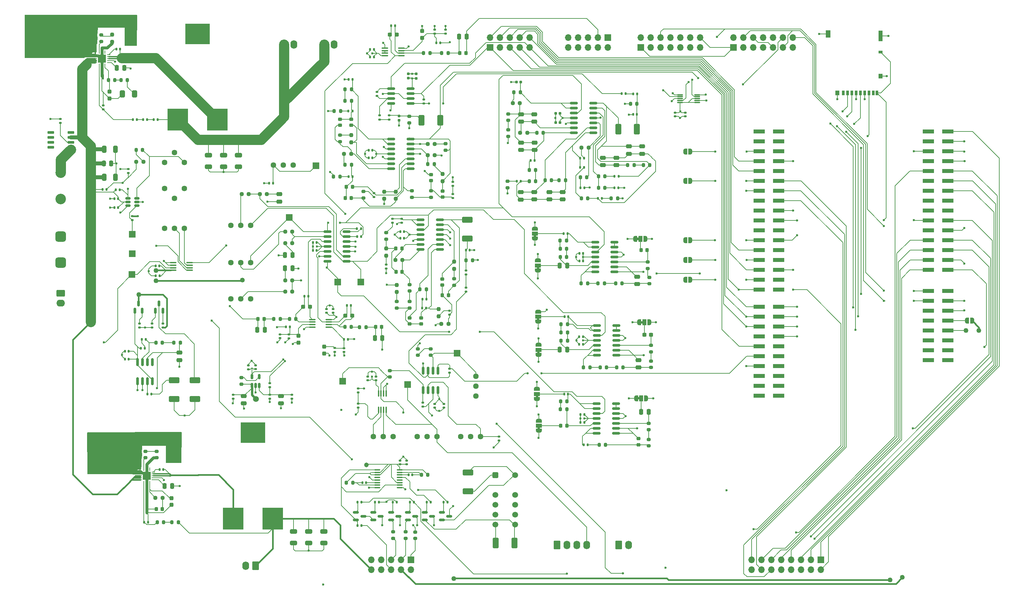
<source format=gbr>
%TF.GenerationSoftware,KiCad,Pcbnew,8.0.8*%
%TF.CreationDate,2025-03-14T14:35:35+00:00*%
%TF.ProjectId,Beehive_Monitor_main_PCB,42656568-6976-4655-9f4d-6f6e69746f72,rev?*%
%TF.SameCoordinates,Original*%
%TF.FileFunction,Copper,L1,Top*%
%TF.FilePolarity,Positive*%
%FSLAX46Y46*%
G04 Gerber Fmt 4.6, Leading zero omitted, Abs format (unit mm)*
G04 Created by KiCad (PCBNEW 8.0.8) date 2025-03-14 14:35:35*
%MOMM*%
%LPD*%
G01*
G04 APERTURE LIST*
G04 Aperture macros list*
%AMRoundRect*
0 Rectangle with rounded corners*
0 $1 Rounding radius*
0 $2 $3 $4 $5 $6 $7 $8 $9 X,Y pos of 4 corners*
0 Add a 4 corners polygon primitive as box body*
4,1,4,$2,$3,$4,$5,$6,$7,$8,$9,$2,$3,0*
0 Add four circle primitives for the rounded corners*
1,1,$1+$1,$2,$3*
1,1,$1+$1,$4,$5*
1,1,$1+$1,$6,$7*
1,1,$1+$1,$8,$9*
0 Add four rect primitives between the rounded corners*
20,1,$1+$1,$2,$3,$4,$5,0*
20,1,$1+$1,$4,$5,$6,$7,0*
20,1,$1+$1,$6,$7,$8,$9,0*
20,1,$1+$1,$8,$9,$2,$3,0*%
%AMFreePoly0*
4,1,19,0.500000,-0.750000,0.000000,-0.750000,0.000000,-0.744911,-0.071157,-0.744911,-0.207708,-0.704816,-0.327430,-0.627875,-0.420627,-0.520320,-0.479746,-0.390866,-0.500000,-0.250000,-0.500000,0.250000,-0.479746,0.390866,-0.420627,0.520320,-0.327430,0.627875,-0.207708,0.704816,-0.071157,0.744911,0.000000,0.744911,0.000000,0.750000,0.500000,0.750000,0.500000,-0.750000,0.500000,-0.750000,
$1*%
%AMFreePoly1*
4,1,19,0.000000,0.744911,0.071157,0.744911,0.207708,0.704816,0.327430,0.627875,0.420627,0.520320,0.479746,0.390866,0.500000,0.250000,0.500000,-0.250000,0.479746,-0.390866,0.420627,-0.520320,0.327430,-0.627875,0.207708,-0.704816,0.071157,-0.744911,0.000000,-0.744911,0.000000,-0.750000,-0.500000,-0.750000,-0.500000,0.750000,0.000000,0.750000,0.000000,0.744911,0.000000,0.744911,
$1*%
%AMFreePoly2*
4,1,19,0.550000,-0.750000,0.000000,-0.750000,0.000000,-0.744911,-0.071157,-0.744911,-0.207708,-0.704816,-0.327430,-0.627875,-0.420627,-0.520320,-0.479746,-0.390866,-0.500000,-0.250000,-0.500000,0.250000,-0.479746,0.390866,-0.420627,0.520320,-0.327430,0.627875,-0.207708,0.704816,-0.071157,0.744911,0.000000,0.744911,0.000000,0.750000,0.550000,0.750000,0.550000,-0.750000,0.550000,-0.750000,
$1*%
%AMFreePoly3*
4,1,19,0.000000,0.744911,0.071157,0.744911,0.207708,0.704816,0.327430,0.627875,0.420627,0.520320,0.479746,0.390866,0.500000,0.250000,0.500000,-0.250000,0.479746,-0.390866,0.420627,-0.520320,0.327430,-0.627875,0.207708,-0.704816,0.071157,-0.744911,0.000000,-0.744911,0.000000,-0.750000,-0.550000,-0.750000,-0.550000,0.750000,0.000000,0.750000,0.000000,0.744911,0.000000,0.744911,
$1*%
G04 Aperture macros list end*
%TA.AperFunction,EtchedComponent*%
%ADD10C,0.000000*%
%TD*%
%TA.AperFunction,ComponentPad*%
%ADD11RoundRect,0.250000X-0.620000X-0.845000X0.620000X-0.845000X0.620000X0.845000X-0.620000X0.845000X0*%
%TD*%
%TA.AperFunction,ComponentPad*%
%ADD12O,1.740000X2.190000*%
%TD*%
%TA.AperFunction,SMDPad,CuDef*%
%ADD13RoundRect,0.237500X0.300000X0.237500X-0.300000X0.237500X-0.300000X-0.237500X0.300000X-0.237500X0*%
%TD*%
%TA.AperFunction,SMDPad,CuDef*%
%ADD14RoundRect,0.200000X-0.200000X-0.275000X0.200000X-0.275000X0.200000X0.275000X-0.200000X0.275000X0*%
%TD*%
%TA.AperFunction,SMDPad,CuDef*%
%ADD15RoundRect,0.225000X0.250000X-0.225000X0.250000X0.225000X-0.250000X0.225000X-0.250000X-0.225000X0*%
%TD*%
%TA.AperFunction,SMDPad,CuDef*%
%ADD16RoundRect,0.150000X0.150000X-0.512500X0.150000X0.512500X-0.150000X0.512500X-0.150000X-0.512500X0*%
%TD*%
%TA.AperFunction,SMDPad,CuDef*%
%ADD17RoundRect,0.140000X-0.140000X-0.170000X0.140000X-0.170000X0.140000X0.170000X-0.140000X0.170000X0*%
%TD*%
%TA.AperFunction,SMDPad,CuDef*%
%ADD18RoundRect,0.250000X0.475000X-0.250000X0.475000X0.250000X-0.475000X0.250000X-0.475000X-0.250000X0*%
%TD*%
%TA.AperFunction,SMDPad,CuDef*%
%ADD19RoundRect,0.135000X-0.185000X0.135000X-0.185000X-0.135000X0.185000X-0.135000X0.185000X0.135000X0*%
%TD*%
%TA.AperFunction,ComponentPad*%
%ADD20C,1.440000*%
%TD*%
%TA.AperFunction,SMDPad,CuDef*%
%ADD21RoundRect,0.200000X0.275000X-0.200000X0.275000X0.200000X-0.275000X0.200000X-0.275000X-0.200000X0*%
%TD*%
%TA.AperFunction,SMDPad,CuDef*%
%ADD22RoundRect,0.135000X0.135000X0.185000X-0.135000X0.185000X-0.135000X-0.185000X0.135000X-0.185000X0*%
%TD*%
%TA.AperFunction,SMDPad,CuDef*%
%ADD23RoundRect,0.150000X-0.825000X-0.150000X0.825000X-0.150000X0.825000X0.150000X-0.825000X0.150000X0*%
%TD*%
%TA.AperFunction,SMDPad,CuDef*%
%ADD24RoundRect,0.200000X-0.275000X0.200000X-0.275000X-0.200000X0.275000X-0.200000X0.275000X0.200000X0*%
%TD*%
%TA.AperFunction,SMDPad,CuDef*%
%ADD25RoundRect,0.250000X0.250000X0.475000X-0.250000X0.475000X-0.250000X-0.475000X0.250000X-0.475000X0*%
%TD*%
%TA.AperFunction,SMDPad,CuDef*%
%ADD26RoundRect,0.200000X0.200000X0.275000X-0.200000X0.275000X-0.200000X-0.275000X0.200000X-0.275000X0*%
%TD*%
%TA.AperFunction,SMDPad,CuDef*%
%ADD27RoundRect,0.225000X-0.225000X-0.250000X0.225000X-0.250000X0.225000X0.250000X-0.225000X0.250000X0*%
%TD*%
%TA.AperFunction,SMDPad,CuDef*%
%ADD28RoundRect,0.140000X0.170000X-0.140000X0.170000X0.140000X-0.170000X0.140000X-0.170000X-0.140000X0*%
%TD*%
%TA.AperFunction,SMDPad,CuDef*%
%ADD29FreePoly0,180.000000*%
%TD*%
%TA.AperFunction,SMDPad,CuDef*%
%ADD30FreePoly1,180.000000*%
%TD*%
%TA.AperFunction,SMDPad,CuDef*%
%ADD31RoundRect,0.250000X-0.650000X0.325000X-0.650000X-0.325000X0.650000X-0.325000X0.650000X0.325000X0*%
%TD*%
%TA.AperFunction,SMDPad,CuDef*%
%ADD32RoundRect,0.155000X0.155000X-0.212500X0.155000X0.212500X-0.155000X0.212500X-0.155000X-0.212500X0*%
%TD*%
%TA.AperFunction,SMDPad,CuDef*%
%ADD33RoundRect,0.100000X0.712500X0.100000X-0.712500X0.100000X-0.712500X-0.100000X0.712500X-0.100000X0*%
%TD*%
%TA.AperFunction,SMDPad,CuDef*%
%ADD34RoundRect,0.140000X-0.170000X0.140000X-0.170000X-0.140000X0.170000X-0.140000X0.170000X0.140000X0*%
%TD*%
%TA.AperFunction,SMDPad,CuDef*%
%ADD35RoundRect,0.135000X-0.135000X-0.185000X0.135000X-0.185000X0.135000X0.185000X-0.135000X0.185000X0*%
%TD*%
%TA.AperFunction,SMDPad,CuDef*%
%ADD36RoundRect,0.135000X0.185000X-0.135000X0.185000X0.135000X-0.185000X0.135000X-0.185000X-0.135000X0*%
%TD*%
%TA.AperFunction,SMDPad,CuDef*%
%ADD37RoundRect,0.225000X-0.250000X0.225000X-0.250000X-0.225000X0.250000X-0.225000X0.250000X0.225000X0*%
%TD*%
%TA.AperFunction,SMDPad,CuDef*%
%ADD38RoundRect,0.250000X-0.250000X-0.475000X0.250000X-0.475000X0.250000X0.475000X-0.250000X0.475000X0*%
%TD*%
%TA.AperFunction,SMDPad,CuDef*%
%ADD39RoundRect,0.250000X-0.475000X0.250000X-0.475000X-0.250000X0.475000X-0.250000X0.475000X0.250000X0*%
%TD*%
%TA.AperFunction,SMDPad,CuDef*%
%ADD40RoundRect,0.140000X0.140000X0.170000X-0.140000X0.170000X-0.140000X-0.170000X0.140000X-0.170000X0*%
%TD*%
%TA.AperFunction,SMDPad,CuDef*%
%ADD41FreePoly2,90.000000*%
%TD*%
%TA.AperFunction,SMDPad,CuDef*%
%ADD42R,1.500000X1.000000*%
%TD*%
%TA.AperFunction,SMDPad,CuDef*%
%ADD43FreePoly3,90.000000*%
%TD*%
%TA.AperFunction,ComponentPad*%
%ADD44R,1.700000X1.700000*%
%TD*%
%TA.AperFunction,ComponentPad*%
%ADD45RoundRect,0.250500X-0.499500X-0.499500X0.499500X-0.499500X0.499500X0.499500X-0.499500X0.499500X0*%
%TD*%
%TA.AperFunction,ComponentPad*%
%ADD46C,1.500000*%
%TD*%
%TA.AperFunction,SMDPad,CuDef*%
%ADD47R,6.360000X5.280000*%
%TD*%
%TA.AperFunction,SMDPad,CuDef*%
%ADD48R,5.330000X5.590000*%
%TD*%
%TA.AperFunction,SMDPad,CuDef*%
%ADD49RoundRect,0.237500X-0.237500X0.300000X-0.237500X-0.300000X0.237500X-0.300000X0.237500X0.300000X0*%
%TD*%
%TA.AperFunction,SMDPad,CuDef*%
%ADD50RoundRect,0.100000X-0.712500X-0.100000X0.712500X-0.100000X0.712500X0.100000X-0.712500X0.100000X0*%
%TD*%
%TA.AperFunction,SMDPad,CuDef*%
%ADD51RoundRect,0.225000X0.225000X0.250000X-0.225000X0.250000X-0.225000X-0.250000X0.225000X-0.250000X0*%
%TD*%
%TA.AperFunction,ComponentPad*%
%ADD52O,1.700000X1.700000*%
%TD*%
%TA.AperFunction,SMDPad,CuDef*%
%ADD53RoundRect,0.237500X-0.250000X-0.237500X0.250000X-0.237500X0.250000X0.237500X-0.250000X0.237500X0*%
%TD*%
%TA.AperFunction,SMDPad,CuDef*%
%ADD54R,0.280000X0.850000*%
%TD*%
%TA.AperFunction,SMDPad,CuDef*%
%ADD55R,0.850000X0.280000*%
%TD*%
%TA.AperFunction,ComponentPad*%
%ADD56C,0.600000*%
%TD*%
%TA.AperFunction,SMDPad,CuDef*%
%ADD57R,2.050000X2.050000*%
%TD*%
%TA.AperFunction,SMDPad,CuDef*%
%ADD58RoundRect,0.150000X-0.587500X-0.150000X0.587500X-0.150000X0.587500X0.150000X-0.587500X0.150000X0*%
%TD*%
%TA.AperFunction,SMDPad,CuDef*%
%ADD59RoundRect,0.237500X-0.300000X-0.237500X0.300000X-0.237500X0.300000X0.237500X-0.300000X0.237500X0*%
%TD*%
%TA.AperFunction,SMDPad,CuDef*%
%ADD60RoundRect,0.150000X-0.150000X0.825000X-0.150000X-0.825000X0.150000X-0.825000X0.150000X0.825000X0*%
%TD*%
%TA.AperFunction,SMDPad,CuDef*%
%ADD61RoundRect,0.237500X0.250000X0.237500X-0.250000X0.237500X-0.250000X-0.237500X0.250000X-0.237500X0*%
%TD*%
%TA.AperFunction,SMDPad,CuDef*%
%ADD62RoundRect,0.237500X-0.237500X0.250000X-0.237500X-0.250000X0.237500X-0.250000X0.237500X0.250000X0*%
%TD*%
%TA.AperFunction,SMDPad,CuDef*%
%ADD63RoundRect,0.100000X-0.637500X-0.100000X0.637500X-0.100000X0.637500X0.100000X-0.637500X0.100000X0*%
%TD*%
%TA.AperFunction,SMDPad,CuDef*%
%ADD64RoundRect,0.237500X0.237500X-0.300000X0.237500X0.300000X-0.237500X0.300000X-0.237500X-0.300000X0*%
%TD*%
%TA.AperFunction,SMDPad,CuDef*%
%ADD65R,3.000000X1.000000*%
%TD*%
%TA.AperFunction,SMDPad,CuDef*%
%ADD66RoundRect,0.250000X1.100000X-0.500000X1.100000X0.500000X-1.100000X0.500000X-1.100000X-0.500000X0*%
%TD*%
%TA.AperFunction,ComponentPad*%
%ADD67RoundRect,0.675000X0.675000X-0.675000X0.675000X0.675000X-0.675000X0.675000X-0.675000X-0.675000X0*%
%TD*%
%TA.AperFunction,ComponentPad*%
%ADD68C,2.700000*%
%TD*%
%TA.AperFunction,SMDPad,CuDef*%
%ADD69RoundRect,0.237500X0.237500X-0.250000X0.237500X0.250000X-0.237500X0.250000X-0.237500X-0.250000X0*%
%TD*%
%TA.AperFunction,SMDPad,CuDef*%
%ADD70RoundRect,0.155000X-0.212500X-0.155000X0.212500X-0.155000X0.212500X0.155000X-0.212500X0.155000X0*%
%TD*%
%TA.AperFunction,SMDPad,CuDef*%
%ADD71RoundRect,0.250000X-0.500000X-1.100000X0.500000X-1.100000X0.500000X1.100000X-0.500000X1.100000X0*%
%TD*%
%TA.AperFunction,SMDPad,CuDef*%
%ADD72RoundRect,0.250000X-0.325000X-0.650000X0.325000X-0.650000X0.325000X0.650000X-0.325000X0.650000X0*%
%TD*%
%TA.AperFunction,SMDPad,CuDef*%
%ADD73RoundRect,0.150000X0.512500X0.150000X-0.512500X0.150000X-0.512500X-0.150000X0.512500X-0.150000X0*%
%TD*%
%TA.AperFunction,SMDPad,CuDef*%
%ADD74RoundRect,0.150000X0.725000X0.150000X-0.725000X0.150000X-0.725000X-0.150000X0.725000X-0.150000X0*%
%TD*%
%TA.AperFunction,ComponentPad*%
%ADD75RoundRect,0.250000X-0.845000X0.620000X-0.845000X-0.620000X0.845000X-0.620000X0.845000X0.620000X0*%
%TD*%
%TA.AperFunction,ComponentPad*%
%ADD76O,2.190000X1.740000*%
%TD*%
%TA.AperFunction,SMDPad,CuDef*%
%ADD77RoundRect,0.250000X0.500000X1.100000X-0.500000X1.100000X-0.500000X-1.100000X0.500000X-1.100000X0*%
%TD*%
%TA.AperFunction,SMDPad,CuDef*%
%ADD78RoundRect,0.155000X-0.155000X0.212500X-0.155000X-0.212500X0.155000X-0.212500X0.155000X0.212500X0*%
%TD*%
%TA.AperFunction,SMDPad,CuDef*%
%ADD79RoundRect,0.075000X-0.650000X-0.075000X0.650000X-0.075000X0.650000X0.075000X-0.650000X0.075000X0*%
%TD*%
%TA.AperFunction,ComponentPad*%
%ADD80RoundRect,0.250000X0.620000X0.845000X-0.620000X0.845000X-0.620000X-0.845000X0.620000X-0.845000X0*%
%TD*%
%TA.AperFunction,SMDPad,CuDef*%
%ADD81RoundRect,0.250000X0.412500X0.650000X-0.412500X0.650000X-0.412500X-0.650000X0.412500X-0.650000X0*%
%TD*%
%TA.AperFunction,SMDPad,CuDef*%
%ADD82RoundRect,0.150000X0.150000X-0.587500X0.150000X0.587500X-0.150000X0.587500X-0.150000X-0.587500X0*%
%TD*%
%TA.AperFunction,SMDPad,CuDef*%
%ADD83FreePoly2,0.000000*%
%TD*%
%TA.AperFunction,SMDPad,CuDef*%
%ADD84R,1.000000X1.500000*%
%TD*%
%TA.AperFunction,SMDPad,CuDef*%
%ADD85FreePoly3,0.000000*%
%TD*%
%TA.AperFunction,SMDPad,CuDef*%
%ADD86R,0.700000X1.200000*%
%TD*%
%TA.AperFunction,SMDPad,CuDef*%
%ADD87R,1.000000X0.800000*%
%TD*%
%TA.AperFunction,SMDPad,CuDef*%
%ADD88R,1.000000X1.200000*%
%TD*%
%TA.AperFunction,SMDPad,CuDef*%
%ADD89R,1.000000X2.800000*%
%TD*%
%TA.AperFunction,SMDPad,CuDef*%
%ADD90R,1.300000X1.900000*%
%TD*%
%TA.AperFunction,SMDPad,CuDef*%
%ADD91RoundRect,0.155000X0.212500X0.155000X-0.212500X0.155000X-0.212500X-0.155000X0.212500X-0.155000X0*%
%TD*%
%TA.AperFunction,SMDPad,CuDef*%
%ADD92RoundRect,0.100000X0.100000X-0.712500X0.100000X0.712500X-0.100000X0.712500X-0.100000X-0.712500X0*%
%TD*%
%TA.AperFunction,SMDPad,CuDef*%
%ADD93RoundRect,0.150000X0.150000X-0.825000X0.150000X0.825000X-0.150000X0.825000X-0.150000X-0.825000X0*%
%TD*%
%TA.AperFunction,ViaPad*%
%ADD94C,0.600000*%
%TD*%
%TA.AperFunction,ViaPad*%
%ADD95C,1.500000*%
%TD*%
%TA.AperFunction,ViaPad*%
%ADD96C,1.250000*%
%TD*%
%TA.AperFunction,ViaPad*%
%ADD97C,1.200000*%
%TD*%
%TA.AperFunction,Conductor*%
%ADD98C,0.200000*%
%TD*%
%TA.AperFunction,Conductor*%
%ADD99C,0.250000*%
%TD*%
%TA.AperFunction,Conductor*%
%ADD100C,0.500000*%
%TD*%
%TA.AperFunction,Conductor*%
%ADD101C,0.800000*%
%TD*%
%TA.AperFunction,Conductor*%
%ADD102C,0.600000*%
%TD*%
%TA.AperFunction,Conductor*%
%ADD103C,0.300000*%
%TD*%
%TA.AperFunction,Conductor*%
%ADD104C,1.000000*%
%TD*%
%TA.AperFunction,Conductor*%
%ADD105C,0.400000*%
%TD*%
%TA.AperFunction,Conductor*%
%ADD106C,2.640000*%
%TD*%
G04 APERTURE END LIST*
D10*
%TA.AperFunction,EtchedComponent*%
%TO.C,JP5*%
G36*
X183547500Y-150460000D02*
G01*
X182947500Y-150460000D01*
X182947500Y-149960000D01*
X183547500Y-149960000D01*
X183547500Y-150460000D01*
G37*
%TD.AperFunction*%
%TA.AperFunction,EtchedComponent*%
%TO.C,JP8*%
G36*
X183990000Y-158600000D02*
G01*
X183390000Y-158600000D01*
X183390000Y-158100000D01*
X183990000Y-158100000D01*
X183990000Y-158600000D01*
G37*
%TD.AperFunction*%
%TA.AperFunction,EtchedComponent*%
%TO.C,JP4*%
G36*
X183792499Y-117432500D02*
G01*
X183192499Y-117432500D01*
X183192499Y-116932500D01*
X183792499Y-116932500D01*
X183792499Y-117432500D01*
G37*
%TD.AperFunction*%
%TA.AperFunction,EtchedComponent*%
%TO.C,JP11*%
G36*
X183925000Y-139090000D02*
G01*
X183325000Y-139090000D01*
X183325000Y-138590000D01*
X183925000Y-138590000D01*
X183925000Y-139090000D01*
G37*
%TD.AperFunction*%
%TA.AperFunction,EtchedComponent*%
%TO.C,JP10*%
G36*
X183815000Y-130590000D02*
G01*
X183215000Y-130590000D01*
X183215000Y-130090000D01*
X183815000Y-130090000D01*
X183815000Y-130590000D01*
G37*
%TD.AperFunction*%
%TA.AperFunction,EtchedComponent*%
%TO.C,JP7*%
G36*
X209372499Y-110000000D02*
G01*
X208872499Y-110000000D01*
X208872499Y-109400000D01*
X209372499Y-109400000D01*
X209372499Y-110000000D01*
G37*
%TD.AperFunction*%
%TA.AperFunction,EtchedComponent*%
%TO.C,JP9*%
G36*
X209570000Y-150940000D02*
G01*
X209070000Y-150940000D01*
X209070000Y-150340000D01*
X209570000Y-150340000D01*
X209570000Y-150940000D01*
G37*
%TD.AperFunction*%
%TA.AperFunction,EtchedComponent*%
%TO.C,JP3*%
G36*
X183007500Y-109252500D02*
G01*
X182407500Y-109252500D01*
X182407500Y-108752500D01*
X183007500Y-108752500D01*
X183007500Y-109252500D01*
G37*
%TD.AperFunction*%
%TA.AperFunction,EtchedComponent*%
%TO.C,JP12*%
G36*
X210395000Y-131440000D02*
G01*
X209895000Y-131440000D01*
X209895000Y-130840000D01*
X210395000Y-130840000D01*
X210395000Y-131440000D01*
G37*
%TD.AperFunction*%
%TD*%
D11*
%TO.P,PI_PWR1,1,Pin_1*%
%TO.N,5_V*%
X118300000Y-59770000D03*
D12*
%TO.P,PI_PWR1,2,Pin_2*%
%TO.N,GND*%
X120840000Y-59770000D03*
%TD*%
D13*
%TO.P,C95,1*%
%TO.N,Net-(U6C-+)*%
X212515000Y-134350000D03*
%TO.P,C95,2*%
%TO.N,Net-(JP12-C)*%
X210790000Y-134350000D03*
%TD*%
D14*
%TO.P,R47,1*%
%TO.N,Net-(R47-Pad1)*%
X133980000Y-74210000D03*
%TO.P,R47,2*%
%TO.N,Net-(C58-Pad1)*%
X135630000Y-74210000D03*
%TD*%
D15*
%TO.P,C84,1*%
%TO.N,Net-(C84-Pad1)*%
X150531250Y-131567500D03*
%TO.P,C84,2*%
%TO.N,Net-(U4C--)*%
X150531250Y-130017500D03*
%TD*%
D16*
%TO.P,IC4,1,VOUT*%
%TO.N,Vref*%
X110025000Y-147385000D03*
%TO.P,IC4,2,-VS*%
%TO.N,GND*%
X110975000Y-147385000D03*
%TO.P,IC4,3,+IN*%
%TO.N,Net-(IC4-+IN)*%
X111925000Y-147385000D03*
%TO.P,IC4,4,-IN*%
%TO.N,Net-(IC4--IN)*%
X111925000Y-145110000D03*
%TO.P,IC4,5,+VS*%
%TO.N,LDR_pin_1*%
X110025000Y-145110000D03*
%TD*%
D17*
%TO.P,Cboot1,1*%
%TO.N,Net-(IC5-BOOT)*%
X86340000Y-169000000D03*
%TO.P,Cboot1,2*%
%TO.N,Net-(IC5-PH_1)*%
X87300000Y-169000000D03*
%TD*%
D18*
%TO.P,C77,1*%
%TO.N,Net-(C15-Pad1)*%
X210240000Y-87825907D03*
%TO.P,C77,2*%
%TO.N,Net-(D2-A)*%
X210240000Y-85925907D03*
%TD*%
D19*
%TO.P,R17,1*%
%TO.N,LDR_pin_1*%
X114650000Y-146740000D03*
%TO.P,R17,2*%
%TO.N,Net-(IC4-+IN)*%
X114650000Y-147760000D03*
%TD*%
D20*
%TO.P,RV7,1,1*%
%TO.N,unconnected-(RV7-Pad1)*%
X120665000Y-90760000D03*
%TO.P,RV7,2,2*%
%TO.N,GND*%
X118125000Y-90760000D03*
%TO.P,RV7,3,3*%
%TO.N,Cref*%
X115585000Y-90760000D03*
%TD*%
D14*
%TO.P,R141,1*%
%TO.N,Net-(L3-DISCHARGE)*%
X85390000Y-136370000D03*
%TO.P,R141,2*%
%TO.N,Net-(R141-Pad2)*%
X87040000Y-136370000D03*
%TD*%
D21*
%TO.P,R60,1*%
%TO.N,Net-(R60-Pad1)*%
X151110000Y-98995000D03*
%TO.P,R60,2*%
%TO.N,Net-(C61-Pad2)*%
X151110000Y-97345000D03*
%TD*%
D22*
%TO.P,R82,1*%
%TO.N,Net-(C17-Pad1)*%
X179090000Y-94845907D03*
%TO.P,R82,2*%
%TO.N,Net-(R82-Pad2)*%
X178070000Y-94845907D03*
%TD*%
D23*
%TO.P,U1,1*%
%TO.N,Net-(U1A--)*%
X145830000Y-84050000D03*
%TO.P,U1,2,-*%
X145830000Y-85320000D03*
%TO.P,U1,3,+*%
%TO.N,LNA_MF_out*%
X145830000Y-86590000D03*
%TO.P,U1,4,V+*%
%TO.N,LDR_pin_1*%
X145830000Y-87860000D03*
%TO.P,U1,5,+*%
%TO.N,Vref*%
X145830000Y-89130000D03*
%TO.P,U1,6,-*%
%TO.N,Net-(U1B--)*%
X145830000Y-90400000D03*
%TO.P,U1,7*%
%TO.N,Net-(C59-Pad2)*%
X145830000Y-91670000D03*
%TO.P,U1,8*%
%TO.N,Net-(C61-Pad2)*%
X150780000Y-91670000D03*
%TO.P,U1,9,-*%
%TO.N,Net-(U1C--)*%
X150780000Y-90400000D03*
%TO.P,U1,10,+*%
%TO.N,Net-(U1C-+)*%
X150780000Y-89130000D03*
%TO.P,U1,11,V-*%
%TO.N,GND*%
X150780000Y-87860000D03*
%TO.P,U1,12,+*%
%TO.N,Net-(U1D-+)*%
X150780000Y-86590000D03*
%TO.P,U1,13,-*%
%TO.N,Net-(U1D--)*%
X150780000Y-85320000D03*
%TO.P,U1,14*%
%TO.N,6.11_kHz_AA_out_MCU*%
X150780000Y-84050000D03*
%TD*%
D24*
%TO.P,R113,1*%
%TO.N,Net-(R111-Pad2)*%
X150531250Y-125787500D03*
%TO.P,R113,2*%
%TO.N,Net-(C84-Pad1)*%
X150531250Y-127437500D03*
%TD*%
D15*
%TO.P,C63,1*%
%TO.N,Net-(C62-Pad1)*%
X158990000Y-98965000D03*
%TO.P,C63,2*%
%TO.N,6.11_kHz_AA_out_MCU*%
X158990000Y-97415000D03*
%TD*%
D25*
%TO.P,C111,1*%
%TO.N,Net-(U8B-+)*%
X190977499Y-116532500D03*
%TO.P,C111,2*%
%TO.N,Net-(JP4-C)*%
X189077499Y-116532500D03*
%TD*%
D26*
%TO.P,R79,1*%
%TO.N,Net-(C65-Pad2)*%
X184840000Y-82430000D03*
%TO.P,R79,2*%
%TO.N,Net-(R78-Pad1)*%
X183190000Y-82430000D03*
%TD*%
D27*
%TO.P,C31,1*%
%TO.N,Front_mic_pin*%
X111610000Y-130290000D03*
%TO.P,C31,2*%
%TO.N,Net-(C30-Pad2)*%
X113160000Y-130290000D03*
%TD*%
D28*
%TO.P,C24,1*%
%TO.N,LDR_pin_1*%
X130900000Y-128660000D03*
%TO.P,C24,2*%
%TO.N,GND*%
X130900000Y-127700000D03*
%TD*%
D29*
%TO.P,JP1,1,A*%
%TO.N,5_V*%
X294960000Y-130690000D03*
D30*
%TO.P,JP1,2,B*%
%TO.N,Net-(J1-Pin_10)*%
X293660000Y-130690000D03*
%TD*%
D17*
%TO.P,C97,1*%
%TO.N,Net-(IC9-2REXT{slash}CEXT)*%
X138420000Y-172310000D03*
%TO.P,C97,2*%
%TO.N,Net-(IC9-2CEXT)*%
X139380000Y-172310000D03*
%TD*%
D31*
%TO.P,C20,1*%
%TO.N,3.3_V_out*%
X128525000Y-184900000D03*
%TO.P,C20,2*%
%TO.N,GND*%
X128525000Y-187850000D03*
%TD*%
D32*
%TO.P,C68,1*%
%TO.N,LDR_pin_1*%
X150205000Y-68417500D03*
%TO.P,C68,2*%
%TO.N,GND*%
X150205000Y-67282500D03*
%TD*%
D23*
%TO.P,U3,1*%
%TO.N,Net-(U3A--)*%
X192740000Y-74795907D03*
%TO.P,U3,2,-*%
X192740000Y-76065907D03*
%TO.P,U3,3,+*%
%TO.N,LNA_MF_out*%
X192740000Y-77335907D03*
%TO.P,U3,4,V+*%
%TO.N,LDR_pin_1*%
X192740000Y-78605907D03*
%TO.P,U3,5,+*%
%TO.N,Vref*%
X192740000Y-79875907D03*
%TO.P,U3,6,-*%
%TO.N,Net-(U3B--)*%
X192740000Y-81145907D03*
%TO.P,U3,7*%
%TO.N,Net-(C65-Pad2)*%
X192740000Y-82415907D03*
%TO.P,U3,8*%
%TO.N,Net-(C17-Pad2)*%
X197690000Y-82415907D03*
%TO.P,U3,9,-*%
%TO.N,Net-(U3C--)*%
X197690000Y-81145907D03*
%TO.P,U3,10,+*%
%TO.N,Net-(U3C-+)*%
X197690000Y-79875907D03*
%TO.P,U3,11,V-*%
%TO.N,GND*%
X197690000Y-78605907D03*
%TO.P,U3,12,+*%
%TO.N,Net-(U3D-+)*%
X197690000Y-77335907D03*
%TO.P,U3,13,-*%
%TO.N,Net-(U3D--)*%
X197690000Y-76065907D03*
%TO.P,U3,14*%
%TO.N,Net-(D2-A)*%
X197690000Y-74795907D03*
%TD*%
D33*
%TO.P,IC2,1,-IN*%
%TO.N,Vtest*%
X94092500Y-117775000D03*
%TO.P,IC2,2,RG_1*%
%TO.N,Net-(IC2-RG_1)*%
X94092500Y-117125000D03*
%TO.P,IC2,3,RG_2*%
%TO.N,Net-(IC2-RG_2)*%
X94092500Y-116475000D03*
%TO.P,IC2,4,+IN*%
%TO.N,Vref*%
X94092500Y-115825000D03*
%TO.P,IC2,5,-VS*%
%TO.N,GND*%
X89867500Y-115825000D03*
%TO.P,IC2,6,REF*%
X89867500Y-116475000D03*
%TO.P,IC2,7,VOUT*%
%TO.N,Vcharge_MCU*%
X89867500Y-117125000D03*
%TO.P,IC2,8,+VS*%
%TO.N,LDR_pin_1*%
X89867500Y-117775000D03*
%TD*%
D34*
%TO.P,C89,1*%
%TO.N,LDR_pin_1*%
X159325000Y-152107500D03*
%TO.P,C89,2*%
%TO.N,GND*%
X159325000Y-153067500D03*
%TD*%
D35*
%TO.P,R146,1*%
%TO.N,555_out*%
X83225552Y-149554448D03*
%TO.P,R146,2*%
%TO.N,Net-(D5-A)*%
X84245552Y-149554448D03*
%TD*%
D36*
%TO.P,R71,1*%
%TO.N,Net-(U2A-+)*%
X142145000Y-72940000D03*
%TO.P,R71,2*%
%TO.N,6.11_kHz_out_MCU*%
X142145000Y-71920000D03*
%TD*%
D14*
%TO.P,R13,1*%
%TO.N,Net-(R13-Pad1)*%
X80340000Y-86810000D03*
%TO.P,R13,2*%
%TO.N,Net-(IC1-+INA)*%
X81990000Y-86810000D03*
%TD*%
%TO.P,R154,1*%
%TO.N,Net-(R112-Pad2)*%
X189425000Y-133710000D03*
%TO.P,R154,2*%
%TO.N,Net-(R154-Pad2)*%
X191075000Y-133710000D03*
%TD*%
D37*
%TO.P,C59,1*%
%TO.N,Net-(C58-Pad1)*%
X132690000Y-78975000D03*
%TO.P,C59,2*%
%TO.N,Net-(C59-Pad2)*%
X132690000Y-80525000D03*
%TD*%
D17*
%TO.P,C57,1*%
%TO.N,GND*%
X134895000Y-68690000D03*
%TO.P,C57,2*%
%TO.N,Net-(U1A--)*%
X135855000Y-68690000D03*
%TD*%
D38*
%TO.P,C2,1*%
%TO.N,Vreg_in*%
X72025000Y-90275000D03*
%TO.P,C2,2*%
%TO.N,GND*%
X73925000Y-90275000D03*
%TD*%
D14*
%TO.P,R132,1*%
%TO.N,Net-(D3-K)*%
X165016250Y-115172500D03*
%TO.P,R132,2*%
%TO.N,GND*%
X166666250Y-115172500D03*
%TD*%
D26*
%TO.P,R92,1*%
%TO.N,Net-(R104-Pad2)*%
X200677500Y-96585907D03*
%TO.P,R92,2*%
%TO.N,Net-(U3D-+)*%
X199027500Y-96585907D03*
%TD*%
D39*
%TO.P,C72,1*%
%TO.N,Net-(C54-Pad1)*%
X182520000Y-77670907D03*
%TO.P,C72,2*%
%TO.N,Net-(U3B--)*%
X182520000Y-79570907D03*
%TD*%
D40*
%TO.P,C93,1*%
%TO.N,Net-(U6A--)*%
X191265000Y-129680000D03*
%TO.P,C93,2*%
%TO.N,Net-(JP10-C)*%
X190305000Y-129680000D03*
%TD*%
D41*
%TO.P,JP5,1,A*%
%TO.N,GND*%
X183247500Y-150860000D03*
D42*
%TO.P,JP5,2,C*%
%TO.N,Net-(JP5-C)*%
X183247500Y-149560000D03*
D43*
%TO.P,JP5,3,B*%
%TO.N,Vref*%
X183247500Y-148260000D03*
%TD*%
D14*
%TO.P,R116,1*%
%TO.N,Net-(U6B--)*%
X195170000Y-142730000D03*
%TO.P,R116,2*%
%TO.N,Net-(R116-Pad2)*%
X196820000Y-142730000D03*
%TD*%
D21*
%TO.P,R167,1*%
%TO.N,Cref2*%
X155940000Y-139625000D03*
%TO.P,R167,2*%
%TO.N,Net-(R110-Pad1)*%
X155940000Y-137975000D03*
%TD*%
D35*
%TO.P,R96,1*%
%TO.N,Net-(R95-Pad2)*%
X203155000Y-93635907D03*
%TO.P,R96,2*%
%TO.N,Net-(D2-A)*%
X204175000Y-93635907D03*
%TD*%
D22*
%TO.P,R168,1*%
%TO.N,Net-(R118-Pad2)*%
X154836250Y-125187500D03*
%TO.P,R168,2*%
%TO.N,Net-(R119-Pad1)*%
X153816250Y-125187500D03*
%TD*%
D40*
%TO.P,C56,1*%
%TO.N,LDR_pin_1*%
X140992500Y-86900000D03*
%TO.P,C56,2*%
%TO.N,GND*%
X140032500Y-86900000D03*
%TD*%
D14*
%TO.P,R118,1*%
%TO.N,Net-(U4C--)*%
X153201250Y-122687500D03*
%TO.P,R118,2*%
%TO.N,Net-(R118-Pad2)*%
X154851250Y-122687500D03*
%TD*%
D21*
%TO.P,R50,1*%
%TO.N,Net-(C59-Pad2)*%
X132690000Y-84700000D03*
%TO.P,R50,2*%
%TO.N,Net-(R48-Pad1)*%
X132690000Y-83050000D03*
%TD*%
D22*
%TO.P,R28,1*%
%TO.N,LDR_pin_1*%
X134740000Y-135480000D03*
%TO.P,R28,2*%
%TO.N,IC6_inB+*%
X133720000Y-135480000D03*
%TD*%
D36*
%TO.P,R149,1*%
%TO.N,LDR_pin_1*%
X173500000Y-161510000D03*
%TO.P,R149,2*%
%TO.N,Net-(U5B--)*%
X173500000Y-160490000D03*
%TD*%
D21*
%TO.P,R121,1*%
%TO.N,M_LED_1_cathode*%
X149495000Y-186635000D03*
%TO.P,R121,2*%
%TO.N,Net-(Q1-C)*%
X149495000Y-184985000D03*
%TD*%
D40*
%TO.P,C102,1*%
%TO.N,V_555*%
X78400000Y-140604448D03*
%TO.P,C102,2*%
%TO.N,GND*%
X77440000Y-140604448D03*
%TD*%
D44*
%TO.P,TP_4,1,Pin_1*%
%TO.N,LNA_MF_out*%
X119620000Y-104200000D03*
%TD*%
D40*
%TO.P,C44,1*%
%TO.N,LDR_pin_1*%
X86320000Y-119210000D03*
%TO.P,C44,2*%
%TO.N,GND*%
X85360000Y-119210000D03*
%TD*%
D41*
%TO.P,JP8,1,A*%
%TO.N,GND*%
X183690000Y-159000000D03*
D42*
%TO.P,JP8,2,C*%
%TO.N,Net-(JP8-C)*%
X183690000Y-157700000D03*
D43*
%TO.P,JP8,3,B*%
%TO.N,Vref*%
X183690000Y-156400000D03*
%TD*%
D14*
%TO.P,R95,1*%
%TO.N,Net-(U3D-+)*%
X199040000Y-93635907D03*
%TO.P,R95,2*%
%TO.N,Net-(R95-Pad2)*%
X200690000Y-93635907D03*
%TD*%
D44*
%TO.P,TP_2,1,Pin_1*%
%TO.N,Vt_bat_trig_MCU*%
X79300000Y-108480000D03*
%TD*%
D19*
%TO.P,R133,1*%
%TO.N,Net-(D3-K)*%
X165011250Y-117842500D03*
%TO.P,R133,2*%
%TO.N,Net-(R133-Pad2)*%
X165011250Y-118862500D03*
%TD*%
D29*
%TO.P,PE_9,1,A*%
%TO.N,Net-(J4-Pin_3)*%
X222600000Y-120180000D03*
D30*
%TO.P,PE_9,2,B*%
%TO.N,unconnected-(PE_9-B-Pad2)*%
X221300000Y-120180000D03*
%TD*%
D36*
%TO.P,R143,1*%
%TO.N,Vt_bat_trig_MCU*%
X81190000Y-132470000D03*
%TO.P,R143,2*%
%TO.N,Net-(Q8-B)*%
X81190000Y-131450000D03*
%TD*%
D45*
%TO.P,K2,1,SET+*%
%TO.N,5_V*%
X172530000Y-170365000D03*
D46*
%TO.P,K2,3,NC_1*%
%TO.N,3.3_V_out*%
X172530000Y-175445000D03*
%TO.P,K2,4,COM_1*%
%TO.N,LDR_pin_1*%
X172530000Y-177985000D03*
%TO.P,K2,5,NO_1*%
%TO.N,unconnected-(K2-NO_1-Pad5)*%
X172530000Y-180525000D03*
%TO.P,K2,6,RESET+*%
%TO.N,5_V*%
X172530000Y-183065000D03*
%TO.P,K2,7,RESET-*%
%TO.N,Net-(D8-A)*%
X177610000Y-183065000D03*
%TO.P,K2,8,NO_2*%
%TO.N,unconnected-(K2-NO_2-Pad8)*%
X177610000Y-180525000D03*
%TO.P,K2,9,COM_2*%
%TO.N,unconnected-(K2-COM_2-Pad9)*%
X177610000Y-177985000D03*
%TO.P,K2,10,NC_2*%
%TO.N,unconnected-(K2-NC_2-Pad10)*%
X177610000Y-175445000D03*
%TO.P,K2,12,SET-*%
%TO.N,Net-(D7-A)*%
X177610000Y-170365000D03*
%TD*%
D36*
%TO.P,R500,1*%
%TO.N,Vtest*%
X78340000Y-92750000D03*
%TO.P,R500,2*%
%TO.N,Ven*%
X78340000Y-91730000D03*
%TD*%
D24*
%TO.P,R6,1*%
%TO.N,Net-(R6-Pad1)*%
X71350000Y-57312500D03*
%TO.P,R6,2*%
%TO.N,Net-(IC3-RT{slash}CLK)*%
X71350000Y-58962500D03*
%TD*%
D47*
%TO.P,L1,*%
%TO.N,*%
X96125000Y-57000000D03*
D48*
%TO.P,L1,1,1*%
%TO.N,5_V*%
X91050000Y-79075000D03*
%TO.P,L1,2,2*%
%TO.N,Net-(IC3-PH_1)*%
X101200000Y-79075000D03*
%TD*%
D14*
%TO.P,R156,1*%
%TO.N,Net-(R116-Pad2)*%
X199435000Y-142730000D03*
%TO.P,R156,2*%
%TO.N,Net-(R156-Pad2)*%
X201085000Y-142730000D03*
%TD*%
D20*
%TO.P,RV5,1,1*%
%TO.N,LNA_MR_out*%
X109730000Y-125130000D03*
%TO.P,RV5,2,2*%
%TO.N,Net-(R25-Pad1)*%
X107190000Y-125130000D03*
%TO.P,RV5,3,3*%
%TO.N,unconnected-(RV5-Pad3)*%
X104650000Y-125130000D03*
%TD*%
D22*
%TO.P,R46,1*%
%TO.N,Net-(C58-Pad1)*%
X135850000Y-76840000D03*
%TO.P,R46,2*%
%TO.N,Net-(R46-Pad2)*%
X134830000Y-76840000D03*
%TD*%
D49*
%TO.P,C7,1*%
%TO.N,Net-(IC3-COMP)*%
X73500000Y-71875000D03*
%TO.P,C7,2*%
%TO.N,GND*%
X73500000Y-73600000D03*
%TD*%
D19*
%TO.P,R150,1*%
%TO.N,Net-(U5B-+)*%
X153915000Y-151747500D03*
%TO.P,R150,2*%
%TO.N,LDR_TRIG_out_MCU*%
X153915000Y-152767500D03*
%TD*%
D35*
%TO.P,R36,1*%
%TO.N,IC6_inA-*%
X123553750Y-124426250D03*
%TO.P,R36,2*%
%TO.N,IC6_outA*%
X124573750Y-124426250D03*
%TD*%
D26*
%TO.P,R91,1*%
%TO.N,Vref*%
X203960000Y-99285907D03*
%TO.P,R91,2*%
%TO.N,Net-(R90-Pad1)*%
X202310000Y-99285907D03*
%TD*%
D39*
%TO.P,C14,1*%
%TO.N,Vref*%
X107975000Y-150080000D03*
%TO.P,C14,2*%
%TO.N,GND*%
X107975000Y-151980000D03*
%TD*%
D19*
%TO.P,R4,1*%
%TO.N,LDR_pin_1*%
X79300000Y-103880000D03*
%TO.P,R4,2*%
%TO.N,Vt_bat_trig_MCU*%
X79300000Y-104900000D03*
%TD*%
D50*
%TO.P,IC6,1,OUTA*%
%TO.N,IC6_outA*%
X125552500Y-130410000D03*
%TO.P,IC6,2,INA-*%
%TO.N,IC6_inA-*%
X125552500Y-131060000D03*
%TO.P,IC6,3,INA+*%
%TO.N,IC6_inA+*%
X125552500Y-131710000D03*
%TO.P,IC6,4,GND*%
%TO.N,GND*%
X125552500Y-132360000D03*
%TO.P,IC6,5,INB+*%
%TO.N,IC6_inB+*%
X129777500Y-132360000D03*
%TO.P,IC6,6,INB-*%
%TO.N,IC6_inB-*%
X129777500Y-131710000D03*
%TO.P,IC6,7,OUTB*%
%TO.N,IC6_outB*%
X129777500Y-131060000D03*
%TO.P,IC6,8,VDD*%
%TO.N,LDR_pin_1*%
X129777500Y-130410000D03*
%TD*%
D40*
%TO.P,C55,1*%
%TO.N,LDR_pin_1*%
X140992500Y-88870000D03*
%TO.P,C55,2*%
%TO.N,GND*%
X140032500Y-88870000D03*
%TD*%
D28*
%TO.P,C23,1*%
%TO.N,LDR_pin_1*%
X129202500Y-128660000D03*
%TO.P,C23,2*%
%TO.N,GND*%
X129202500Y-127700000D03*
%TD*%
%TO.P,C100,1*%
%TO.N,5_V*%
X149770000Y-167640000D03*
%TO.P,C100,2*%
%TO.N,GND*%
X149770000Y-166680000D03*
%TD*%
D26*
%TO.P,R155,1*%
%TO.N,Net-(R154-Pad2)*%
X191085000Y-135820000D03*
%TO.P,R155,2*%
%TO.N,Net-(U6B-+)*%
X189435000Y-135820000D03*
%TD*%
D51*
%TO.P,C112,1*%
%TO.N,Net-(U8C-+)*%
X211497499Y-112542500D03*
%TO.P,C112,2*%
%TO.N,Net-(JP7-C)*%
X209947499Y-112542500D03*
%TD*%
D44*
%TO.P,TC_1_2,1,Pin_1*%
%TO.N,MCU_TC_add_0*%
X209900000Y-60495000D03*
D52*
%TO.P,TC_1_2,2,Pin_2*%
%TO.N,GND*%
X209900000Y-57955000D03*
%TO.P,TC_1_2,3,Pin_3*%
%TO.N,TC_EN_1*%
X212440000Y-60495000D03*
%TO.P,TC_1_2,4,Pin_4*%
%TO.N,MCU_TC_add_1*%
X212440000Y-57955000D03*
%TO.P,TC_1_2,5,Pin_5*%
%TO.N,LDR_pin_1*%
X214980000Y-60495000D03*
%TO.P,TC_1_2,6,Pin_6*%
%TO.N,TC_Sig_1*%
X214980000Y-57955000D03*
%TO.P,TC_1_2,7,Pin_7*%
%TO.N,unconnected-(TC_1_2-Pin_7-Pad7)*%
X217520000Y-60495000D03*
%TO.P,TC_1_2,8,Pin_8*%
%TO.N,unconnected-(TC_1_2-Pin_8-Pad8)*%
X217520000Y-57955000D03*
%TO.P,TC_1_2,9,Pin_9*%
%TO.N,TC_Sig_1*%
X220060000Y-60495000D03*
%TO.P,TC_1_2,10,Pin_10*%
%TO.N,LDR_pin_1*%
X220060000Y-57955000D03*
%TO.P,TC_1_2,11,Pin_11*%
%TO.N,MCU_TC_add_1*%
X222600000Y-60495000D03*
%TO.P,TC_1_2,12,Pin_12*%
%TO.N,TC_EN_2*%
X222600000Y-57955000D03*
%TO.P,TC_1_2,13,Pin_13*%
%TO.N,GND*%
X225140000Y-60495000D03*
%TO.P,TC_1_2,14,Pin_14*%
%TO.N,MCU_TC_add_0*%
X225140000Y-57955000D03*
%TD*%
D19*
%TO.P,R55,1*%
%TO.N,Net-(U1C--)*%
X141380000Y-97900000D03*
%TO.P,R55,2*%
%TO.N,Net-(R55-Pad2)*%
X141380000Y-98920000D03*
%TD*%
D35*
%TO.P,R34,1*%
%TO.N,LDR_pin_1*%
X118778750Y-132320000D03*
%TO.P,R34,2*%
%TO.N,IC6_inA+*%
X119798750Y-132320000D03*
%TD*%
D14*
%TO.P,R11,1*%
%TO.N,Net-(R10-Pad2)*%
X76450000Y-68900000D03*
%TO.P,R11,2*%
%TO.N,Net-(C6-Pad1)*%
X78100000Y-68900000D03*
%TD*%
D13*
%TO.P,C39,1*%
%TO.N,IC7_inA-*%
X147200000Y-57170000D03*
%TO.P,C39,2*%
%TO.N,IC7_outA*%
X145475000Y-57170000D03*
%TD*%
D53*
%TO.P,R16,1*%
%TO.N,Net-(IC5-COMP)*%
X85300000Y-176225000D03*
%TO.P,R16,2*%
%TO.N,Net-(C4-Pad1)*%
X87125000Y-176225000D03*
%TD*%
D21*
%TO.P,R158,1*%
%TO.N,Net-(R117-Pad2)*%
X212525000Y-138715000D03*
%TO.P,R158,2*%
%TO.N,Net-(U6C-+)*%
X212525000Y-137065000D03*
%TD*%
D49*
%TO.P,C27,1*%
%TO.N,IC6_inB+*%
X128650000Y-137397500D03*
%TO.P,C27,2*%
%TO.N,GND*%
X128650000Y-139122500D03*
%TD*%
D22*
%TO.P,R72,1*%
%TO.N,Cref*%
X115525000Y-95360000D03*
%TO.P,R72,2*%
%TO.N,LDR_pin_1*%
X114505000Y-95360000D03*
%TD*%
D14*
%TO.P,R86,1*%
%TO.N,Net-(R85-Pad2)*%
X188920000Y-94625907D03*
%TO.P,R86,2*%
%TO.N,Net-(C17-Pad2)*%
X190570000Y-94625907D03*
%TD*%
D54*
%TO.P,IC3,1,RT/CLK*%
%TO.N,Net-(IC3-RT{slash}CLK)*%
X70825000Y-61650000D03*
D55*
%TO.P,IC3,2,GND_1*%
%TO.N,GND*%
X69850000Y-62375000D03*
%TO.P,IC3,3,GND_2*%
X69850000Y-62875000D03*
%TO.P,IC3,4,PVIN_1*%
%TO.N,Vreg_in*%
X69850000Y-63375000D03*
%TO.P,IC3,5,PVIN_2*%
X69850000Y-63875000D03*
%TO.P,IC3,6,VIN*%
X69850000Y-64375000D03*
D54*
%TO.P,IC3,7,VSENSE*%
%TO.N,Vsens_5*%
X70825000Y-65100000D03*
%TO.P,IC3,8,COMP*%
%TO.N,Net-(IC3-COMP)*%
X72325000Y-65100000D03*
D55*
%TO.P,IC3,9,SS/TR*%
%TO.N,Net-(IC3-SS{slash}TR)*%
X73300000Y-64375000D03*
%TO.P,IC3,10,EN*%
%TO.N,Ven*%
X73300000Y-63875000D03*
%TO.P,IC3,11,PH_1*%
%TO.N,Net-(IC3-PH_1)*%
X73300000Y-63375000D03*
%TO.P,IC3,12,PH_2*%
X73300000Y-62875000D03*
%TO.P,IC3,13,BOOT*%
%TO.N,Net-(IC3-BOOT)*%
X73300000Y-62375000D03*
D54*
%TO.P,IC3,14,PWRGD*%
%TO.N,unconnected-(IC3-PWRGD-Pad14)*%
X72325000Y-61650000D03*
D56*
%TO.P,IC3,15,EP*%
%TO.N,GND*%
X71075000Y-62875000D03*
X71075000Y-63875000D03*
D57*
X71575000Y-63375000D03*
D56*
X72075000Y-62875000D03*
X72075000Y-63875000D03*
%TD*%
D35*
%TO.P,R173,1*%
%TO.N,Net-(U7B--)*%
X195235000Y-162580000D03*
%TO.P,R173,2*%
%TO.N,Net-(R173-Pad2)*%
X196255000Y-162580000D03*
%TD*%
D58*
%TO.P,Q3,1,B*%
%TO.N,Net-(Q3-B)*%
X136770000Y-180010000D03*
%TO.P,Q3,2,C*%
%TO.N,Net-(IC9-1~{A})*%
X136770000Y-181910000D03*
%TO.P,Q3,3,E*%
%TO.N,Net-(Q3-E)*%
X138645000Y-180960000D03*
%TD*%
D25*
%TO.P,C117,1*%
%TO.N,Net-(U7C-+)*%
X211880000Y-154110000D03*
%TO.P,C117,2*%
%TO.N,Net-(JP9-C)*%
X209980000Y-154110000D03*
%TD*%
D28*
%TO.P,C99,1*%
%TO.N,5_V*%
X148120000Y-167640000D03*
%TO.P,C99,2*%
%TO.N,GND*%
X148120000Y-166680000D03*
%TD*%
D22*
%TO.P,R104,1*%
%TO.N,Vref*%
X204162500Y-96585907D03*
%TO.P,R104,2*%
%TO.N,Net-(R104-Pad2)*%
X203142500Y-96585907D03*
%TD*%
D36*
%TO.P,R142,1*%
%TO.N,Vt_bat_trig_MCU*%
X84425552Y-132470000D03*
%TO.P,R142,2*%
%TO.N,Net-(Q7-B)*%
X84425552Y-131450000D03*
%TD*%
D40*
%TO.P,C114,1*%
%TO.N,LDR_pin_1*%
X195390000Y-156820000D03*
%TO.P,C114,2*%
%TO.N,GND*%
X194430000Y-156820000D03*
%TD*%
D20*
%TO.P,RV11,1,1*%
%TO.N,Net-(U5B--)*%
X168710000Y-160487500D03*
%TO.P,RV11,2,2*%
%TO.N,GND*%
X166170000Y-160487500D03*
%TO.P,RV11,3,3*%
%TO.N,unconnected-(RV11-Pad3)*%
X163630000Y-160487500D03*
%TD*%
D44*
%TO.P,LEDs1,1,Pin_1*%
%TO.N,Pwr_LED_Cathode*%
X150890000Y-192125000D03*
D52*
%TO.P,LEDs1,2,Pin_2*%
%TO.N,Pwr_LED_Anode*%
X150890000Y-194665000D03*
%TO.P,LEDs1,3,Pin_3*%
%TO.N,M_LED_1_cathode*%
X148350000Y-192125000D03*
%TO.P,LEDs1,4,Pin_4*%
%TO.N,5_V*%
X148350000Y-194665000D03*
%TO.P,LEDs1,5,Pin_5*%
%TO.N,M_LED_2_cathode*%
X145810000Y-192125000D03*
%TO.P,LEDs1,6,Pin_6*%
%TO.N,5_V*%
X145810000Y-194665000D03*
%TO.P,LEDs1,7,Pin_7*%
%TO.N,unconnected-(LEDs1-Pin_7-Pad7)*%
X143270000Y-192125000D03*
%TO.P,LEDs1,8,Pin_8*%
%TO.N,unconnected-(LEDs1-Pin_8-Pad8)*%
X143270000Y-194665000D03*
%TO.P,LEDs1,9,Pin_9*%
%TO.N,Maintainance _int*%
X140730000Y-192125000D03*
%TO.P,LEDs1,10,Pin_10*%
%TO.N,3.3_V_out*%
X140730000Y-194665000D03*
%TD*%
D53*
%TO.P,R42,1*%
%TO.N,Net-(R42-Pad1)*%
X107407500Y-98200000D03*
%TO.P,R42,2*%
%TO.N,Net-(IC8--IN_C)*%
X109232500Y-98200000D03*
%TD*%
D24*
%TO.P,R15,1*%
%TO.N,Net-(R14-Pad2)*%
X82750000Y-164300000D03*
%TO.P,R15,2*%
%TO.N,Net-(IC5-RT{slash}CLK)*%
X82750000Y-165950000D03*
%TD*%
D40*
%TO.P,C109,1*%
%TO.N,LDR_pin_1*%
X195062499Y-115372500D03*
%TO.P,C109,2*%
%TO.N,GND*%
X194102499Y-115372500D03*
%TD*%
D59*
%TO.P,C34,1*%
%TO.N,IC6_inA-*%
X123201250Y-127166250D03*
%TO.P,C34,2*%
%TO.N,IC6_outA*%
X124926250Y-127166250D03*
%TD*%
D51*
%TO.P,C116,1*%
%TO.N,Net-(U7B-+)*%
X190885000Y-157700000D03*
%TO.P,C116,2*%
%TO.N,Net-(JP8-C)*%
X189335000Y-157700000D03*
%TD*%
D18*
%TO.P,C17,1*%
%TO.N,Net-(C17-Pad1)*%
X186450000Y-99565907D03*
%TO.P,C17,2*%
%TO.N,Net-(C17-Pad2)*%
X186450000Y-97665907D03*
%TD*%
D60*
%TO.P,U5,1*%
%TO.N,Acc_420_Hz_out_MCU*%
X157800000Y-143587500D03*
%TO.P,U5,2,-*%
%TO.N,Cref2*%
X156530000Y-143587500D03*
%TO.P,U5,3,+*%
%TO.N,Net-(U5A-+)*%
X155260000Y-143587500D03*
%TO.P,U5,4,V-*%
%TO.N,GND*%
X153990000Y-143587500D03*
%TO.P,U5,5,+*%
%TO.N,Net-(U5B-+)*%
X153990000Y-148537500D03*
%TO.P,U5,6,-*%
%TO.N,Net-(U5B--)*%
X155260000Y-148537500D03*
%TO.P,U5,7*%
%TO.N,LDR_TRIG_out_MCU*%
X156530000Y-148537500D03*
%TO.P,U5,8,V+*%
%TO.N,LDR_pin_1*%
X157800000Y-148537500D03*
%TD*%
D61*
%TO.P,R26,1*%
%TO.N,Net-(IC8--IN_B)*%
X120420000Y-120360000D03*
%TO.P,R26,2*%
%TO.N,Net-(C51-Pad1)*%
X118595000Y-120360000D03*
%TD*%
D17*
%TO.P,Cboot5,1*%
%TO.N,Net-(IC3-BOOT)*%
X75270000Y-60925000D03*
%TO.P,Cboot5,2*%
%TO.N,Net-(IC3-PH_1)*%
X76230000Y-60925000D03*
%TD*%
D62*
%TO.P,R63,1*%
%TO.N,Net-(R63-Pad1)*%
X159000000Y-93025000D03*
%TO.P,R63,2*%
%TO.N,6.11_kHz_AA_out_MCU*%
X159000000Y-94850000D03*
%TD*%
D22*
%TO.P,R125,1*%
%TO.N,MCU_LED_IN*%
X138217500Y-177385000D03*
%TO.P,R125,2*%
%TO.N,Net-(Q3-B)*%
X137197500Y-177385000D03*
%TD*%
D53*
%TO.P,R75,1*%
%TO.N,Net-(R74-Pad2)*%
X177027500Y-74845907D03*
%TO.P,R75,2*%
%TO.N,Net-(C54-Pad1)*%
X178852500Y-74845907D03*
%TD*%
D24*
%TO.P,R111,1*%
%TO.N,Net-(C83-Pad2)*%
X150531250Y-121447500D03*
%TO.P,R111,2*%
%TO.N,Net-(R111-Pad2)*%
X150531250Y-123097500D03*
%TD*%
D63*
%TO.P,IC9,1,1~{A}*%
%TO.N,Net-(IC9-1~{A})*%
X142245000Y-169060000D03*
%TO.P,IC9,2,1B*%
%TO.N,5_V*%
X142245000Y-169710000D03*
%TO.P,IC9,3,1~{CLR}*%
X142245000Y-170360000D03*
%TO.P,IC9,4,1~{Q}*%
%TO.N,unconnected-(IC9-1~{Q}-Pad4)*%
X142245000Y-171010000D03*
%TO.P,IC9,5,2Q*%
%TO.N,Relay_close*%
X142245000Y-171660000D03*
%TO.P,IC9,6,2CEXT*%
%TO.N,Net-(IC9-2CEXT)*%
X142245000Y-172310000D03*
%TO.P,IC9,7,2REXT/CEXT*%
%TO.N,Net-(IC9-2REXT{slash}CEXT)*%
X142245000Y-172960000D03*
%TO.P,IC9,8,GND*%
%TO.N,GND*%
X142245000Y-173610000D03*
%TO.P,IC9,9,2~{A}*%
X147970000Y-173610000D03*
%TO.P,IC9,10,2B*%
%TO.N,Net-(IC9-1~{A})*%
X147970000Y-172960000D03*
%TO.P,IC9,11,2~{CLR}*%
%TO.N,5_V*%
X147970000Y-172310000D03*
%TO.P,IC9,12,2~{Q}*%
%TO.N,unconnected-(IC9-2~{Q}-Pad12)*%
X147970000Y-171660000D03*
%TO.P,IC9,13,1Q*%
%TO.N,Relay_open*%
X147970000Y-171010000D03*
%TO.P,IC9,14,1CEXT*%
%TO.N,Net-(IC9-1CEXT)*%
X147970000Y-170360000D03*
%TO.P,IC9,15,1REXT/CEXT*%
%TO.N,Net-(IC9-1REXT{slash}CEXT)*%
X147970000Y-169710000D03*
%TO.P,IC9,16,VCC*%
%TO.N,5_V*%
X147970000Y-169060000D03*
%TD*%
D58*
%TO.P,Q1,1,B*%
%TO.N,Net-(Q1-B)*%
X150095000Y-180010000D03*
%TO.P,Q1,2,C*%
%TO.N,Net-(Q1-C)*%
X150095000Y-181910000D03*
%TO.P,Q1,3,E*%
%TO.N,GND*%
X151970000Y-180960000D03*
%TD*%
D13*
%TO.P,C28,1*%
%TO.N,IC6_inB-*%
X135782500Y-129426250D03*
%TO.P,C28,2*%
%TO.N,IC6_outB*%
X134057500Y-129426250D03*
%TD*%
D22*
%TO.P,R39,1*%
%TO.N,LDR_pin_1*%
X158415000Y-59317500D03*
%TO.P,R39,2*%
%TO.N,IC7_inA+*%
X157395000Y-59317500D03*
%TD*%
D11*
%TO.P,mic_1_LDR1,1,Pin_1*%
%TO.N,Front_mic_pin*%
X188360000Y-188360000D03*
D12*
%TO.P,mic_1_LDR1,2,Pin_2*%
%TO.N,GND*%
X190900000Y-188360000D03*
%TO.P,mic_1_LDR1,3,Pin_3*%
%TO.N,LDR_pin_1*%
X193440000Y-188360000D03*
%TO.P,mic_1_LDR1,4,Pin_4*%
%TO.N,LDR_pin_2*%
X195980000Y-188360000D03*
%TD*%
D64*
%TO.P,C38,1*%
%TO.N,IC7_inA+*%
X153790000Y-58032500D03*
%TO.P,C38,2*%
%TO.N,GND*%
X153790000Y-56307500D03*
%TD*%
D11*
%TO.P,mic_2,1,Pin_1*%
%TO.N,Rear_mic_pin*%
X204230000Y-188360000D03*
D12*
%TO.P,mic_2,2,Pin_2*%
%TO.N,GND*%
X206770000Y-188360000D03*
%TD*%
D18*
%TO.P,C74,1*%
%TO.N,Net-(C17-Pad1)*%
X179050000Y-99595907D03*
%TO.P,C74,2*%
%TO.N,Net-(U3C--)*%
X179050000Y-97695907D03*
%TD*%
D15*
%TO.P,C86,1*%
%TO.N,Net-(C86-Pad1)*%
X158936250Y-121572500D03*
%TO.P,C86,2*%
%TO.N,Net-(U4D--)*%
X158936250Y-120022500D03*
%TD*%
D24*
%TO.P,R65,1*%
%TO.N,Net-(C62-Pad1)*%
X156040000Y-97360000D03*
%TO.P,R65,2*%
%TO.N,Net-(R60-Pad1)*%
X156040000Y-99010000D03*
%TD*%
D21*
%TO.P,R110,1*%
%TO.N,Net-(R110-Pad1)*%
X152645000Y-139605000D03*
%TO.P,R110,2*%
%TO.N,LDR_pin_1*%
X152645000Y-137955000D03*
%TD*%
D32*
%TO.P,C67,1*%
%TO.N,LDR_pin_1*%
X152195000Y-68427500D03*
%TO.P,C67,2*%
%TO.N,GND*%
X152195000Y-67292500D03*
%TD*%
D38*
%TO.P,Css5,1*%
%TO.N,Net-(IC3-SS{slash}TR)*%
X75375000Y-65750000D03*
%TO.P,Css5,2*%
%TO.N,GND*%
X77275000Y-65750000D03*
%TD*%
D14*
%TO.P,R33,1*%
%TO.N,Net-(R32-Pad2)*%
X119695000Y-130290000D03*
%TO.P,R33,2*%
%TO.N,IC6_inA-*%
X121345000Y-130290000D03*
%TD*%
D47*
%TO.P,L2,*%
%TO.N,*%
X110350000Y-159480000D03*
D48*
%TO.P,L2,1,1*%
%TO.N,Net-(IC5-PH_1)*%
X105275000Y-181555000D03*
%TO.P,L2,2,2*%
%TO.N,3.3_V_out*%
X115425000Y-181555000D03*
%TD*%
D29*
%TO.P,PF_14,1,A*%
%TO.N,Net-(J4-Pin_7)*%
X222600000Y-115090000D03*
D30*
%TO.P,PF_14,2,B*%
%TO.N,unconnected-(PF_14-B-Pad2)*%
X221300000Y-115090000D03*
%TD*%
D14*
%TO.P,R153,1*%
%TO.N,Net-(R153-Pad1)*%
X203415000Y-121120000D03*
%TO.P,R153,2*%
%TO.N,Net-(C113-Pad1)*%
X205065000Y-121120000D03*
%TD*%
%TO.P,R93,1*%
%TO.N,Net-(U3D--)*%
X206520000Y-90735907D03*
%TO.P,R93,2*%
%TO.N,Net-(R93-Pad2)*%
X208170000Y-90735907D03*
%TD*%
D39*
%TO.P,C73,1*%
%TO.N,Net-(C54-Pad1)*%
X179160000Y-84975907D03*
%TO.P,C73,2*%
%TO.N,Net-(C65-Pad2)*%
X179160000Y-86875907D03*
%TD*%
D23*
%TO.P,IC8,1,OUT_A*%
%TO.N,LNA_MF_out*%
X129430000Y-107830000D03*
%TO.P,IC8,2,-IN_A*%
%TO.N,Net-(IC8--IN_A)*%
X129430000Y-109100000D03*
%TO.P,IC8,3,+IN_A*%
%TO.N,IC6_outA*%
X129430000Y-110370000D03*
%TO.P,IC8,4,V+*%
%TO.N,LDR_pin_1*%
X129430000Y-111640000D03*
%TO.P,IC8,5,+IN_B*%
%TO.N,IC6_outB*%
X129430000Y-112910000D03*
%TO.P,IC8,6,-IN_B*%
%TO.N,Net-(IC8--IN_B)*%
X129430000Y-114180000D03*
%TO.P,IC8,7,OUT_B*%
%TO.N,LNA_MR_out*%
X129430000Y-115450000D03*
%TO.P,IC8,8,OUT_C*%
%TO.N,LNA_Acc_out*%
X134380000Y-115450000D03*
%TO.P,IC8,9,-IN_C*%
%TO.N,Net-(IC8--IN_C)*%
X134380000Y-114180000D03*
%TO.P,IC8,10,+IN_C*%
%TO.N,IC7_outA*%
X134380000Y-112910000D03*
%TO.P,IC8,11,V-*%
%TO.N,GND*%
X134380000Y-111640000D03*
%TO.P,IC8,12,+IN_D*%
%TO.N,Vref*%
X134380000Y-110370000D03*
%TO.P,IC8,13,-IN_D*%
%TO.N,Net-(IC8--IN_D)*%
X134380000Y-109100000D03*
%TO.P,IC8,14,OUT_D*%
%TO.N,Mic_out_to_AA*%
X134380000Y-107830000D03*
%TD*%
D22*
%TO.P,R88,1*%
%TO.N,Net-(R88-Pad1)*%
X195350000Y-91315907D03*
%TO.P,R88,2*%
%TO.N,Net-(C17-Pad2)*%
X194330000Y-91315907D03*
%TD*%
D14*
%TO.P,R157,1*%
%TO.N,Net-(R156-Pad2)*%
X203685000Y-142720000D03*
%TO.P,R157,2*%
%TO.N,Net-(C96-Pad1)*%
X205335000Y-142720000D03*
%TD*%
D53*
%TO.P,R25,1*%
%TO.N,Net-(R25-Pad1)*%
X118595000Y-123250000D03*
%TO.P,R25,2*%
%TO.N,Net-(IC8--IN_B)*%
X120420000Y-123250000D03*
%TD*%
D15*
%TO.P,C62,1*%
%TO.N,Net-(C62-Pad1)*%
X156040000Y-94715000D03*
%TO.P,C62,2*%
%TO.N,Net-(U1D--)*%
X156040000Y-93165000D03*
%TD*%
D19*
%TO.P,R105,1*%
%TO.N,Net-(U4A--)*%
X146101250Y-104542500D03*
%TO.P,R105,2*%
%TO.N,Net-(R105-Pad2)*%
X146101250Y-105562500D03*
%TD*%
D21*
%TO.P,R151,1*%
%TO.N,LDR_out_MCU*%
X145485000Y-145182500D03*
%TO.P,R151,2*%
%TO.N,Net-(U5B-+)*%
X145485000Y-143532500D03*
%TD*%
D14*
%TO.P,R101,1*%
%TO.N,Net-(R101-Pad1)*%
X181270000Y-92015907D03*
%TO.P,R101,2*%
%TO.N,Net-(R101-Pad2)*%
X182920000Y-92015907D03*
%TD*%
%TO.P,R32,1*%
%TO.N,Net-(C30-Pad2)*%
X115675000Y-130290000D03*
%TO.P,R32,2*%
%TO.N,Net-(R32-Pad2)*%
X117325000Y-130290000D03*
%TD*%
D27*
%TO.P,C60,1*%
%TO.N,Net-(C60-Pad1)*%
X134310000Y-96340000D03*
%TO.P,C60,2*%
%TO.N,Net-(U1C--)*%
X135860000Y-96340000D03*
%TD*%
D20*
%TO.P,RV6,1,1*%
%TO.N,LNA_Acc_out*%
X109730000Y-106250000D03*
%TO.P,RV6,2,2*%
%TO.N,Net-(R42-Pad1)*%
X107190000Y-106250000D03*
%TO.P,RV6,3,3*%
%TO.N,unconnected-(RV6-Pad3)*%
X104650000Y-106250000D03*
%TD*%
D65*
%TO.P,J1,1,Pin_1*%
%TO.N,unconnected-(J1-Pin_1-Pad1)*%
X283680000Y-140840000D03*
%TO.P,J1,2,Pin_2*%
%TO.N,unconnected-(J1-Pin_2-Pad2)*%
X288720000Y-140840000D03*
%TO.P,J1,3,Pin_3*%
%TO.N,unconnected-(J1-Pin_3-Pad3)*%
X283680000Y-138300000D03*
%TO.P,J1,4,Pin_4*%
%TO.N,unconnected-(J1-Pin_4-Pad4)*%
X288720000Y-138300000D03*
%TO.P,J1,5,Pin_5*%
%TO.N,unconnected-(J1-Pin_5-Pad5)*%
X283680000Y-135760000D03*
%TO.P,J1,6,Pin_6*%
%TO.N,unconnected-(J1-Pin_6-Pad6)*%
X288720000Y-135760000D03*
%TO.P,J1,7,Pin_7*%
%TO.N,unconnected-(J1-Pin_7-Pad7)*%
X283680000Y-133220000D03*
%TO.P,J1,8,Pin_8*%
%TO.N,3.3_V_out*%
X288720000Y-133220000D03*
%TO.P,J1,9,Pin_9*%
%TO.N,unconnected-(J1-Pin_9-Pad9)*%
X283680000Y-130680000D03*
%TO.P,J1,10,Pin_10*%
%TO.N,Net-(J1-Pin_10)*%
X288720000Y-130680000D03*
%TO.P,J1,11,Pin_11*%
%TO.N,unconnected-(J1-Pin_11-Pad11)*%
X283680000Y-128140000D03*
%TO.P,J1,12,Pin_12*%
%TO.N,GND*%
X288720000Y-128140000D03*
%TO.P,J1,13,Pin_13*%
%TO.N,MCU_TC_add_0*%
X283680000Y-125600000D03*
%TO.P,J1,14,Pin_14*%
%TO.N,GND*%
X288720000Y-125600000D03*
%TO.P,J1,15,Pin_15*%
%TO.N,MCU_TC_add_1*%
X283680000Y-123060000D03*
%TO.P,J1,16,Pin_16*%
%TO.N,unconnected-(J1-Pin_16-Pad16)*%
X288720000Y-123060000D03*
%TD*%
D26*
%TO.P,R37,1*%
%TO.N,Net-(C35-Pad2)*%
X160415000Y-61957500D03*
%TO.P,R37,2*%
%TO.N,Net-(R37-Pad2)*%
X158765000Y-61957500D03*
%TD*%
%TO.P,R159,1*%
%TO.N,Net-(U8A--)*%
X190822499Y-110142500D03*
%TO.P,R159,2*%
%TO.N,Net-(R159-Pad2)*%
X189172499Y-110142500D03*
%TD*%
D66*
%TO.P,D4,1,K*%
%TO.N,Pwr_LED_Anode*%
X95390000Y-150820000D03*
%TO.P,D4,2,A*%
%TO.N,V_LED*%
X95390000Y-146020000D03*
%TD*%
D22*
%TO.P,R56,1*%
%TO.N,Net-(C60-Pad1)*%
X135865000Y-93700000D03*
%TO.P,R56,2*%
%TO.N,Net-(R56-Pad2)*%
X134845000Y-93700000D03*
%TD*%
D23*
%TO.P,U4,1*%
%TO.N,Net-(U4A--)*%
X153366250Y-104800000D03*
%TO.P,U4,2,-*%
X153366250Y-106070000D03*
%TO.P,U4,3,+*%
%TO.N,LNA_Acc_out*%
X153366250Y-107340000D03*
%TO.P,U4,4,V+*%
%TO.N,LDR_pin_1*%
X153366250Y-108610000D03*
%TO.P,U4,5,+*%
%TO.N,Vref*%
X153366250Y-109880000D03*
%TO.P,U4,6,-*%
%TO.N,Net-(U4B--)*%
X153366250Y-111150000D03*
%TO.P,U4,7*%
%TO.N,Net-(C83-Pad2)*%
X153366250Y-112420000D03*
%TO.P,U4,8*%
%TO.N,Net-(C85-Pad2)*%
X158316250Y-112420000D03*
%TO.P,U4,9,-*%
%TO.N,Net-(U4C--)*%
X158316250Y-111150000D03*
%TO.P,U4,10,+*%
%TO.N,Vref*%
X158316250Y-109880000D03*
%TO.P,U4,11,V-*%
%TO.N,GND*%
X158316250Y-108610000D03*
%TO.P,U4,12,+*%
%TO.N,Vref*%
X158316250Y-107340000D03*
%TO.P,U4,13,-*%
%TO.N,Net-(U4D--)*%
X158316250Y-106070000D03*
%TO.P,U4,14*%
%TO.N,Net-(D3-A)*%
X158316250Y-104800000D03*
%TD*%
D34*
%TO.P,C107,1*%
%TO.N,LDR_pin_1*%
X221330000Y-77270000D03*
%TO.P,C107,2*%
%TO.N,GND*%
X221330000Y-78230000D03*
%TD*%
D26*
%TO.P,R38,1*%
%TO.N,Net-(R37-Pad2)*%
X155755000Y-61957500D03*
%TO.P,R38,2*%
%TO.N,IC7_inA-*%
X154105000Y-61957500D03*
%TD*%
D40*
%TO.P,C41,1*%
%TO.N,LDR_pin_1*%
X141377500Y-62972500D03*
%TO.P,C41,2*%
%TO.N,GND*%
X140417500Y-62972500D03*
%TD*%
D26*
%TO.P,R89,1*%
%TO.N,Net-(C15-Pad1)*%
X196275000Y-99275907D03*
%TO.P,R89,2*%
%TO.N,Net-(R88-Pad1)*%
X194625000Y-99275907D03*
%TD*%
D67*
%TO.P,F1,1*%
%TO.N,12 V_in*%
X61000000Y-115825000D03*
X61000000Y-109065000D03*
D68*
%TO.P,F1,2*%
%TO.N,Net-(Q9-D)*%
X61000000Y-99475000D03*
X61000000Y-92715000D03*
%TD*%
D18*
%TO.P,C75,1*%
%TO.N,Net-(C17-Pad1)*%
X189780000Y-99565907D03*
%TO.P,C75,2*%
%TO.N,Net-(C17-Pad2)*%
X189780000Y-97665907D03*
%TD*%
D53*
%TO.P,R102,1*%
%TO.N,Net-(R102-Pad1)*%
X194667500Y-86205907D03*
%TO.P,R102,2*%
%TO.N,Net-(U3C-+)*%
X196492500Y-86205907D03*
%TD*%
D21*
%TO.P,R175,1*%
%TO.N,Net-(C118-Pad1)*%
X211880000Y-162885000D03*
%TO.P,R175,2*%
%TO.N,Net-(R175-Pad2)*%
X211880000Y-161235000D03*
%TD*%
D28*
%TO.P,C81,1*%
%TO.N,GND*%
X148511250Y-105532500D03*
%TO.P,C81,2*%
%TO.N,Net-(U4A--)*%
X148511250Y-104572500D03*
%TD*%
D25*
%TO.P,C35,1*%
%TO.N,Acc_sig_in*%
X165170000Y-57707500D03*
%TO.P,C35,2*%
%TO.N,Net-(C35-Pad2)*%
X163270000Y-57707500D03*
%TD*%
D22*
%TO.P,R138,1*%
%TO.N,Relay_close*%
X160292500Y-177360000D03*
%TO.P,R138,2*%
%TO.N,Net-(Q6-B)*%
X159272500Y-177360000D03*
%TD*%
D69*
%TO.P,R115,1*%
%TO.N,Net-(R114-Pad2)*%
X147211250Y-123332500D03*
%TO.P,R115,2*%
%TO.N,Vref*%
X147211250Y-121507500D03*
%TD*%
%TO.P,R7,1*%
%TO.N,GND*%
X74150000Y-59050000D03*
%TO.P,R7,2*%
%TO.N,Net-(R6-Pad1)*%
X74150000Y-57225000D03*
%TD*%
D40*
%TO.P,C78,1*%
%TO.N,Net-(D2-K)*%
X208910000Y-77695907D03*
%TO.P,C78,2*%
%TO.N,GND*%
X207950000Y-77695907D03*
%TD*%
D53*
%TO.P,R62,1*%
%TO.N,Net-(U1D--)*%
X155175000Y-85320000D03*
%TO.P,R62,2*%
%TO.N,Net-(R62-Pad2)*%
X157000000Y-85320000D03*
%TD*%
D24*
%TO.P,R22,1*%
%TO.N,Net-(IC4--IN)*%
X107315000Y-145365000D03*
%TO.P,R22,2*%
%TO.N,Vref*%
X107315000Y-147015000D03*
%TD*%
D20*
%TO.P,RV8,1,1*%
%TO.N,unconnected-(RV8-Pad1)*%
X167585000Y-150077500D03*
%TO.P,RV8,2,2*%
%TO.N,GND*%
X167585000Y-147537500D03*
%TO.P,RV8,3,3*%
%TO.N,Cref2*%
X167585000Y-144997500D03*
%TD*%
D70*
%TO.P,C71,1*%
%TO.N,GND*%
X177962500Y-69393407D03*
%TO.P,C71,2*%
%TO.N,Net-(U3A--)*%
X179097500Y-69393407D03*
%TD*%
D36*
%TO.P,R100,1*%
%TO.N,Net-(U2B-+)*%
X154210000Y-74930000D03*
%TO.P,R100,2*%
%TO.N,240_Hz_out_MCU*%
X154210000Y-73910000D03*
%TD*%
D62*
%TO.P,R128,1*%
%TO.N,Net-(U4D--)*%
X161981250Y-115537500D03*
%TO.P,R128,2*%
%TO.N,Net-(R128-Pad2)*%
X161981250Y-117362500D03*
%TD*%
D71*
%TO.P,D1,1,K*%
%TO.N,Net-(D1-K)*%
X153600000Y-79200000D03*
%TO.P,D1,2,A*%
%TO.N,6.11_kHz_AA_out_MCU*%
X158400000Y-79200000D03*
%TD*%
D61*
%TO.P,R64,1*%
%TO.N,Vref*%
X157012500Y-88180000D03*
%TO.P,R64,2*%
%TO.N,Net-(U1D-+)*%
X155187500Y-88180000D03*
%TD*%
D22*
%TO.P,R139,1*%
%TO.N,Relay_open*%
X155995000Y-177385000D03*
%TO.P,R139,2*%
%TO.N,Net-(Q5-B)*%
X154975000Y-177385000D03*
%TD*%
D69*
%TO.P,R122,1*%
%TO.N,Net-(R122-Pad1)*%
X158001250Y-129555000D03*
%TO.P,R122,2*%
%TO.N,Net-(C85-Pad2)*%
X158001250Y-127730000D03*
%TD*%
D34*
%TO.P,C32,1*%
%TO.N,IC6_inA+*%
X117273750Y-134256250D03*
%TO.P,C32,2*%
%TO.N,GND*%
X117273750Y-135216250D03*
%TD*%
D21*
%TO.P,R77,1*%
%TO.N,Vref*%
X175870000Y-83335907D03*
%TO.P,R77,2*%
%TO.N,Net-(R76-Pad2)*%
X175870000Y-81685907D03*
%TD*%
D26*
%TO.P,R84,1*%
%TO.N,Net-(U3C-+)*%
X196030000Y-93875907D03*
%TO.P,R84,2*%
%TO.N,Net-(R103-Pad1)*%
X194380000Y-93875907D03*
%TD*%
D49*
%TO.P,C5,1*%
%TO.N,Net-(IC5-COMP)*%
X89425000Y-176337500D03*
%TO.P,C5,2*%
%TO.N,GND*%
X89425000Y-178062500D03*
%TD*%
D40*
%TO.P,C91,1*%
%TO.N,LDR_pin_1*%
X195055000Y-134810000D03*
%TO.P,C91,2*%
%TO.N,GND*%
X194095000Y-134810000D03*
%TD*%
D22*
%TO.P,R44,1*%
%TO.N,LNA_MF_out*%
X138060000Y-109100000D03*
%TO.P,R44,2*%
%TO.N,Net-(IC8--IN_D)*%
X137040000Y-109100000D03*
%TD*%
D38*
%TO.P,Css1,1*%
%TO.N,Net-(IC5-SS{slash}TR)*%
X87650000Y-173175000D03*
%TO.P,Css1,2*%
%TO.N,GND*%
X89550000Y-173175000D03*
%TD*%
D72*
%TO.P,C1,1*%
%TO.N,Vreg_in*%
X72100000Y-86675000D03*
%TO.P,C1,2*%
%TO.N,GND*%
X75050000Y-86675000D03*
%TD*%
D19*
%TO.P,R35,1*%
%TO.N,IC6_inA+*%
X119533750Y-134246250D03*
%TO.P,R35,2*%
%TO.N,GND*%
X119533750Y-135266250D03*
%TD*%
D21*
%TO.P,R117,1*%
%TO.N,Net-(C96-Pad1)*%
X212525000Y-142720000D03*
%TO.P,R117,2*%
%TO.N,Net-(R117-Pad2)*%
X212525000Y-141070000D03*
%TD*%
D73*
%TO.P,IC1,1,OUTA*%
%TO.N,Vt_bat_trig_MCU*%
X80497500Y-101162500D03*
%TO.P,IC1,2,GND*%
%TO.N,GND*%
X80497500Y-100212500D03*
%TO.P,IC1,3,+INA*%
%TO.N,Net-(IC1-+INA)*%
X80497500Y-99262500D03*
%TO.P,IC1,4,+INB*%
%TO.N,Net-(IC1-+INB)*%
X78222500Y-99262500D03*
%TO.P,IC1,5,VS*%
%TO.N,Vreg_in*%
X78222500Y-100212500D03*
%TO.P,IC1,6,OUTB*%
%TO.N,Ven*%
X78222500Y-101162500D03*
%TD*%
D14*
%TO.P,R10,1*%
%TO.N,Net-(IC3-COMP)*%
X73200000Y-68900000D03*
%TO.P,R10,2*%
%TO.N,Net-(R10-Pad2)*%
X74850000Y-68900000D03*
%TD*%
D29*
%TO.P,PE_15,1,A*%
%TO.N,Net-(J4-Pin_29)*%
X222600000Y-87240000D03*
D30*
%TO.P,PE_15,2,B*%
%TO.N,unconnected-(PE_15-B-Pad2)*%
X221300000Y-87240000D03*
%TD*%
D36*
%TO.P,R144,1*%
%TO.N,5_V*%
X87170000Y-132470000D03*
%TO.P,R144,2*%
%TO.N,Net-(Q7-C)*%
X87170000Y-131450000D03*
%TD*%
D21*
%TO.P,R14,1*%
%TO.N,GND*%
X85575000Y-165950000D03*
%TO.P,R14,2*%
%TO.N,Net-(R14-Pad2)*%
X85575000Y-164300000D03*
%TD*%
D14*
%TO.P,R162,1*%
%TO.N,Net-(U8B--)*%
X194602499Y-121122500D03*
%TO.P,R162,2*%
%TO.N,Net-(R162-Pad2)*%
X196252499Y-121122500D03*
%TD*%
D21*
%TO.P,R165,1*%
%TO.N,Net-(C113-Pad1)*%
X212100000Y-121245000D03*
%TO.P,R165,2*%
%TO.N,Net-(R165-Pad2)*%
X212100000Y-119595000D03*
%TD*%
D35*
%TO.P,R169,1*%
%TO.N,Net-(R140-Pad2)*%
X81750000Y-135510000D03*
%TO.P,R169,2*%
%TO.N,Net-(L3-DISCHARGE)*%
X82770000Y-135510000D03*
%TD*%
D25*
%TO.P,C94,1*%
%TO.N,Net-(U6B-+)*%
X190975000Y-138170000D03*
%TO.P,C94,2*%
%TO.N,Net-(JP11-C)*%
X189075000Y-138170000D03*
%TD*%
D39*
%TO.P,C54,1*%
%TO.N,Net-(C54-Pad1)*%
X179130000Y-77670907D03*
%TO.P,C54,2*%
%TO.N,Net-(U3B--)*%
X179130000Y-79570907D03*
%TD*%
D27*
%TO.P,C61,1*%
%TO.N,Net-(C60-Pad1)*%
X134030000Y-99170000D03*
%TO.P,C61,2*%
%TO.N,Net-(C61-Pad2)*%
X135580000Y-99170000D03*
%TD*%
D74*
%TO.P,Q9,1,D*%
%TO.N,Net-(Q9-D)*%
X63550000Y-86185000D03*
%TO.P,Q9,2,G*%
%TO.N,Net-(Q9-G)*%
X63550000Y-84915000D03*
%TO.P,Q9,3,S*%
%TO.N,Vreg_in*%
X63550000Y-83645000D03*
%TO.P,Q9,4*%
%TO.N,N/C*%
X63550000Y-82375000D03*
%TO.P,Q9,5*%
X58400000Y-82375000D03*
%TO.P,Q9,6*%
X58400000Y-83645000D03*
%TO.P,Q9,7*%
X58400000Y-84915000D03*
%TO.P,Q9,8*%
X58400000Y-86185000D03*
%TD*%
D51*
%TO.P,C4,1*%
%TO.N,Net-(C4-Pad1)*%
X87025000Y-179125000D03*
%TO.P,C4,2*%
%TO.N,GND*%
X85475000Y-179125000D03*
%TD*%
D24*
%TO.P,R129,1*%
%TO.N,Net-(R128-Pad2)*%
X161991250Y-119972500D03*
%TO.P,R129,2*%
%TO.N,Net-(D3-A)*%
X161991250Y-121622500D03*
%TD*%
D65*
%TO.P,J2,1,Pin_1*%
%TO.N,unconnected-(J2-Pin_1-Pad1)*%
X240270000Y-150040000D03*
%TO.P,J2,2,Pin_2*%
%TO.N,unconnected-(J2-Pin_2-Pad2)*%
X245310000Y-150040000D03*
%TO.P,J2,3,Pin_3*%
%TO.N,unconnected-(J2-Pin_3-Pad3)*%
X240270000Y-147500000D03*
%TO.P,J2,4,Pin_4*%
%TO.N,unconnected-(J2-Pin_4-Pad4)*%
X245310000Y-147500000D03*
%TO.P,J2,5,Pin_5*%
%TO.N,unconnected-(J2-Pin_5-Pad5)*%
X240270000Y-144960000D03*
%TO.P,J2,6,Pin_6*%
%TO.N,unconnected-(J2-Pin_6-Pad6)*%
X245310000Y-144960000D03*
%TO.P,J2,7,Pin_7*%
%TO.N,GND*%
X240270000Y-142420000D03*
%TO.P,J2,8,Pin_8*%
%TO.N,unconnected-(J2-Pin_8-Pad8)*%
X245310000Y-142420000D03*
%TO.P,J2,9,Pin_9*%
%TO.N,Acc_420_Hz_out_MCU*%
X240270000Y-139880000D03*
%TO.P,J2,10,Pin_10*%
%TO.N,unconnected-(J2-Pin_10-Pad10)*%
X245310000Y-139880000D03*
%TO.P,J2,11,Pin_11*%
%TO.N,240_Hz_out_MCU*%
X240270000Y-137340000D03*
%TO.P,J2,12,Pin_12*%
%TO.N,unconnected-(J2-Pin_12-Pad12)*%
X245310000Y-137340000D03*
%TO.P,J2,13,Pin_13*%
%TO.N,unconnected-(J2-Pin_13-Pad13)*%
X240270000Y-134800000D03*
%TO.P,J2,14,Pin_14*%
%TO.N,SD_MOSI*%
X245310000Y-134800000D03*
%TO.P,J2,15,Pin_15*%
%TO.N,Vt_bat_trig_MCU*%
X240270000Y-132260000D03*
%TO.P,J2,16,Pin_16*%
%TO.N,SD_SCLK*%
X245310000Y-132260000D03*
%TO.P,J2,17,Pin_17*%
%TO.N,LDR_TRIG_out_MCU*%
X240270000Y-129720000D03*
%TO.P,J2,18,Pin_18*%
%TO.N,SD_CS*%
X245310000Y-129720000D03*
%TO.P,J2,19,Pin_19*%
%TO.N,6.11_kHz_out_MCU*%
X240270000Y-127180000D03*
%TO.P,J2,20,Pin_20*%
%TO.N,SD_MISO*%
X245310000Y-127180000D03*
%TD*%
D22*
%TO.P,R131,1*%
%TO.N,5_V*%
X138217500Y-183385000D03*
%TO.P,R131,2*%
%TO.N,Net-(IC9-1~{A})*%
X137197500Y-183385000D03*
%TD*%
D44*
%TO.P,PI_IN1,1,Pin_1*%
%TO.N,240_Hz_out_MCU*%
X171195000Y-60495000D03*
D52*
%TO.P,PI_IN1,2,Pin_2*%
%TO.N,PI_MOSI*%
X171195000Y-57955000D03*
%TO.P,PI_IN1,3,Pin_3*%
%TO.N,PI_LED_IN*%
X173735000Y-60495000D03*
%TO.P,PI_IN1,4,Pin_4*%
%TO.N,PI_SCLK*%
X173735000Y-57955000D03*
%TO.P,PI_IN1,5,Pin_5*%
%TO.N,Vt_bat_trig_MCU*%
X176275000Y-60495000D03*
%TO.P,PI_IN1,6,Pin_6*%
%TO.N,PI_MISO*%
X176275000Y-57955000D03*
%TO.P,PI_IN1,7,Pin_7*%
%TO.N,LDR_TRIG_out_MCU*%
X178815000Y-60495000D03*
%TO.P,PI_IN1,8,Pin_8*%
%TO.N,PI_CS*%
X178815000Y-57955000D03*
%TO.P,PI_IN1,9,Pin_9*%
%TO.N,6.11_kHz_out_MCU*%
X181355000Y-60495000D03*
%TO.P,PI_IN1,10,Pin_10*%
%TO.N,Maintainance _int*%
X181355000Y-57955000D03*
%TD*%
D26*
%TO.P,R49,1*%
%TO.N,Net-(U1A--)*%
X135630000Y-71290000D03*
%TO.P,R49,2*%
%TO.N,Net-(R47-Pad1)*%
X133980000Y-71290000D03*
%TD*%
D53*
%TO.P,R43,1*%
%TO.N,Net-(IC8--IN_C)*%
X112067500Y-98200000D03*
%TO.P,R43,2*%
%TO.N,Net-(C52-Pad1)*%
X113892500Y-98200000D03*
%TD*%
D14*
%TO.P,R94,1*%
%TO.N,Net-(R93-Pad2)*%
X210525000Y-90745907D03*
%TO.P,R94,2*%
%TO.N,Net-(D2-A)*%
X212175000Y-90745907D03*
%TD*%
D71*
%TO.P,D8,1,K*%
%TO.N,5_V*%
X172620000Y-187860000D03*
%TO.P,D8,2,A*%
%TO.N,Net-(D8-A)*%
X177420000Y-187860000D03*
%TD*%
D23*
%TO.P,U2,1*%
%TO.N,6.11_kHz_out_MCU*%
X145800000Y-71120000D03*
%TO.P,U2,2,-*%
%TO.N,Cref*%
X145800000Y-72390000D03*
%TO.P,U2,3,+*%
%TO.N,Net-(U2A-+)*%
X145800000Y-73660000D03*
%TO.P,U2,4,V-*%
%TO.N,GND*%
X145800000Y-74930000D03*
%TO.P,U2,5,+*%
%TO.N,Net-(U2B-+)*%
X150750000Y-74930000D03*
%TO.P,U2,6,-*%
%TO.N,Cref*%
X150750000Y-73660000D03*
%TO.P,U2,7*%
%TO.N,240_Hz_out_MCU*%
X150750000Y-72390000D03*
%TO.P,U2,8,V+*%
%TO.N,LDR_pin_1*%
X150750000Y-71120000D03*
%TD*%
D40*
%TO.P,C103,1*%
%TO.N,V_555*%
X78409448Y-138560000D03*
%TO.P,C103,2*%
%TO.N,GND*%
X77449448Y-138560000D03*
%TD*%
D26*
%TO.P,R18,1*%
%TO.N,3.3_V_out*%
X91150000Y-182475000D03*
%TO.P,R18,2*%
%TO.N,Net-(R18-Pad2)*%
X89500000Y-182475000D03*
%TD*%
D19*
%TO.P,R134,1*%
%TO.N,Net-(R133-Pad2)*%
X165011250Y-122252500D03*
%TO.P,R134,2*%
%TO.N,Net-(U5A-+)*%
X165011250Y-123272500D03*
%TD*%
D51*
%TO.P,C29,1*%
%TO.N,Rear_mic_pin*%
X143360000Y-132320000D03*
%TO.P,C29,2*%
%TO.N,Net-(C25-Pad2)*%
X141810000Y-132320000D03*
%TD*%
D14*
%TO.P,R51,1*%
%TO.N,Vref*%
X131180000Y-76840000D03*
%TO.P,R51,2*%
%TO.N,Net-(R46-Pad2)*%
X132830000Y-76840000D03*
%TD*%
D40*
%TO.P,C80,1*%
%TO.N,LDR_pin_1*%
X149101250Y-107792500D03*
%TO.P,C80,2*%
%TO.N,GND*%
X148141250Y-107792500D03*
%TD*%
D28*
%TO.P,C104,1*%
%TO.N,LDR_pin_1*%
X139765000Y-146027500D03*
%TO.P,C104,2*%
%TO.N,GND*%
X139765000Y-145067500D03*
%TD*%
D35*
%TO.P,R87,1*%
%TO.N,Net-(C17-Pad2)*%
X194330000Y-88915907D03*
%TO.P,R87,2*%
%TO.N,Net-(R102-Pad1)*%
X195350000Y-88915907D03*
%TD*%
D41*
%TO.P,JP4,1,A*%
%TO.N,GND*%
X183492499Y-117832500D03*
D42*
%TO.P,JP4,2,C*%
%TO.N,Net-(JP4-C)*%
X183492499Y-116532500D03*
D43*
%TO.P,JP4,3,B*%
%TO.N,Vref*%
X183492499Y-115232500D03*
%TD*%
D21*
%TO.P,R166,1*%
%TO.N,Net-(R165-Pad2)*%
X211682499Y-117292500D03*
%TO.P,R166,2*%
%TO.N,Net-(U8C-+)*%
X211682499Y-115642500D03*
%TD*%
D40*
%TO.P,C79,1*%
%TO.N,LDR_pin_1*%
X149101250Y-109502500D03*
%TO.P,C79,2*%
%TO.N,GND*%
X148141250Y-109502500D03*
%TD*%
D49*
%TO.P,C33,1*%
%TO.N,IC6_inA+*%
X122043750Y-134613750D03*
%TO.P,C33,2*%
%TO.N,GND*%
X122043750Y-136338750D03*
%TD*%
D75*
%TO.P,12_V_PWR2,1,Pin_1*%
%TO.N,12 V_in*%
X60975000Y-123680000D03*
D76*
%TO.P,12_V_PWR2,2,Pin_2*%
%TO.N,GND*%
X60975000Y-126220000D03*
%TD*%
D26*
%TO.P,R112,1*%
%TO.N,Net-(U6A--)*%
X191080000Y-131630000D03*
%TO.P,R112,2*%
%TO.N,Net-(R112-Pad2)*%
X189430000Y-131630000D03*
%TD*%
D77*
%TO.P,D2,1,K*%
%TO.N,Net-(D2-K)*%
X208910000Y-81485907D03*
%TO.P,D2,2,A*%
%TO.N,Net-(D2-A)*%
X204110000Y-81485907D03*
%TD*%
D65*
%TO.P,J4,1,Pin_1*%
%TO.N,Maintainance _int*%
X240270000Y-122730000D03*
%TO.P,J4,2,Pin_2*%
%TO.N,unconnected-(J4-Pin_2-Pad2)*%
X245310000Y-122730000D03*
%TO.P,J4,3,Pin_3*%
%TO.N,Net-(J4-Pin_3)*%
X240270000Y-120190000D03*
%TO.P,J4,4,Pin_4*%
%TO.N,unconnected-(J4-Pin_4-Pad4)*%
X245310000Y-120190000D03*
%TO.P,J4,5,Pin_5*%
%TO.N,PI_CS*%
X240270000Y-117650000D03*
%TO.P,J4,6,Pin_6*%
%TO.N,GND*%
X245310000Y-117650000D03*
%TO.P,J4,7,Pin_7*%
%TO.N,Net-(J4-Pin_7)*%
X240270000Y-115110000D03*
%TO.P,J4,8,Pin_8*%
%TO.N,unconnected-(J4-Pin_8-Pad8)*%
X245310000Y-115110000D03*
%TO.P,J4,9,Pin_9*%
%TO.N,PI_MISO*%
X240270000Y-112570000D03*
%TO.P,J4,10,Pin_10*%
%TO.N,unconnected-(J4-Pin_10-Pad10)*%
X245310000Y-112570000D03*
%TO.P,J4,11,Pin_11*%
%TO.N,Net-(J4-Pin_11)*%
X240270000Y-110030000D03*
%TO.P,J4,12,Pin_12*%
%TO.N,Acc_tmp*%
X245310000Y-110030000D03*
%TO.P,J4,13,Pin_13*%
%TO.N,unconnected-(J4-Pin_13-Pad13)*%
X240270000Y-107490000D03*
%TO.P,J4,14,Pin_14*%
%TO.N,unconnected-(J4-Pin_14-Pad14)*%
X245310000Y-107490000D03*
%TO.P,J4,15,Pin_15*%
%TO.N,unconnected-(J4-Pin_15-Pad15)*%
X240270000Y-104950000D03*
%TO.P,J4,16,Pin_16*%
%TO.N,SD__detect*%
X245310000Y-104950000D03*
%TO.P,J4,17,Pin_17*%
%TO.N,unconnected-(J4-Pin_17-Pad17)*%
X240270000Y-102410000D03*
%TO.P,J4,18,Pin_18*%
%TO.N,GND*%
X245310000Y-102410000D03*
%TO.P,J4,19,Pin_19*%
%TO.N,unconnected-(J4-Pin_19-Pad19)*%
X240270000Y-99870000D03*
%TO.P,J4,20,Pin_20*%
%TO.N,EN*%
X245310000Y-99870000D03*
%TO.P,J4,21,Pin_21*%
%TO.N,GND*%
X240270000Y-97330000D03*
%TO.P,J4,22,Pin_22*%
%TO.N,RW*%
X245310000Y-97330000D03*
%TO.P,J4,23,Pin_23*%
%TO.N,Net-(J4-Pin_23)*%
X240270000Y-94790000D03*
%TO.P,J4,24,Pin_24*%
%TO.N,RS*%
X245310000Y-94790000D03*
%TO.P,J4,25,Pin_25*%
%TO.N,PI_SCLK*%
X240270000Y-92250000D03*
%TO.P,J4,26,Pin_26*%
%TO.N,unconnected-(J4-Pin_26-Pad26)*%
X245310000Y-92250000D03*
%TO.P,J4,27,Pin_27*%
%TO.N,PI_MOSI*%
X240270000Y-89710000D03*
%TO.P,J4,28,Pin_28*%
%TO.N,GND*%
X245310000Y-89710000D03*
%TO.P,J4,29,Pin_29*%
%TO.N,Net-(J4-Pin_29)*%
X240270000Y-87170000D03*
%TO.P,J4,30,Pin_30*%
%TO.N,unconnected-(J4-Pin_30-Pad30)*%
X245310000Y-87170000D03*
%TO.P,J4,31,Pin_31*%
%TO.N,unconnected-(J4-Pin_31-Pad31)*%
X240270000Y-84630000D03*
%TO.P,J4,32,Pin_32*%
%TO.N,unconnected-(J4-Pin_32-Pad32)*%
X245310000Y-84630000D03*
%TO.P,J4,33,Pin_33*%
%TO.N,unconnected-(J4-Pin_33-Pad33)*%
X240270000Y-82090000D03*
%TO.P,J4,34,Pin_34*%
%TO.N,unconnected-(J4-Pin_34-Pad34)*%
X245310000Y-82090000D03*
%TD*%
D26*
%TO.P,R27,1*%
%TO.N,Net-(C25-Pad2)*%
X139340000Y-132350000D03*
%TO.P,R27,2*%
%TO.N,Net-(R27-Pad2)*%
X137690000Y-132350000D03*
%TD*%
D18*
%TO.P,C53,1*%
%TO.N,Net-(C17-Pad1)*%
X182580000Y-99575907D03*
%TO.P,C53,2*%
%TO.N,Net-(U3C--)*%
X182580000Y-97675907D03*
%TD*%
D22*
%TO.P,R98,1*%
%TO.N,Net-(D2-K)*%
X208920000Y-72405907D03*
%TO.P,R98,2*%
%TO.N,Net-(R98-Pad2)*%
X207900000Y-72405907D03*
%TD*%
D24*
%TO.P,R83,1*%
%TO.N,Net-(R82-Pad2)*%
X175710000Y-94895907D03*
%TO.P,R83,2*%
%TO.N,Vref*%
X175710000Y-96545907D03*
%TD*%
D78*
%TO.P,C64,1*%
%TO.N,Net-(D1-K)*%
X147800000Y-78077500D03*
%TO.P,C64,2*%
%TO.N,GND*%
X147800000Y-79212500D03*
%TD*%
D38*
%TO.P,C30,1*%
%TO.N,Front_mic_pin*%
X111435000Y-133100000D03*
%TO.P,C30,2*%
%TO.N,Net-(C30-Pad2)*%
X113335000Y-133100000D03*
%TD*%
D27*
%TO.P,C83,1*%
%TO.N,Net-(C82-Pad1)*%
X147041250Y-118122500D03*
%TO.P,C83,2*%
%TO.N,Net-(C83-Pad2)*%
X148591250Y-118122500D03*
%TD*%
D44*
%TO.P,TP_9,1,Pin_1*%
%TO.N,Cref2*%
X162700000Y-139060000D03*
%TD*%
D58*
%TO.P,Q2,1,B*%
%TO.N,Net-(Q2-B)*%
X145795000Y-180010000D03*
%TO.P,Q2,2,C*%
%TO.N,Net-(Q2-C)*%
X145795000Y-181910000D03*
%TO.P,Q2,3,E*%
%TO.N,GND*%
X147670000Y-180960000D03*
%TD*%
D44*
%TO.P,TP_5,1,Pin_1*%
%TO.N,LNA_MR_out*%
X132070000Y-120770000D03*
%TD*%
D36*
%TO.P,R152,1*%
%TO.N,Net-(Q9-G)*%
X60900000Y-79920000D03*
%TO.P,R152,2*%
%TO.N,GND*%
X60900000Y-78900000D03*
%TD*%
D29*
%TO.P,PF_15,1,A*%
%TO.N,Net-(J4-Pin_11)*%
X222600000Y-110040000D03*
D30*
%TO.P,PF_15,2,B*%
%TO.N,unconnected-(PF_15-B-Pad2)*%
X221300000Y-110040000D03*
%TD*%
D35*
%TO.P,R103,1*%
%TO.N,Net-(R103-Pad1)*%
X194360000Y-96555907D03*
%TO.P,R103,2*%
%TO.N,Vref*%
X195380000Y-96555907D03*
%TD*%
D79*
%TO.P,IC11,1,A0*%
%TO.N,MCU_TC_add_2*%
X219985000Y-72660000D03*
%TO.P,IC11,2,S1*%
%TO.N,TC_EN_1*%
X219985000Y-73160000D03*
%TO.P,IC11,3,GND*%
%TO.N,GND*%
X219985000Y-73660000D03*
%TO.P,IC11,4,S3*%
%TO.N,TC_EN_3*%
X219985000Y-74160000D03*
%TO.P,IC11,5,EN*%
%TO.N,LDR_pin_1*%
X219985000Y-74660000D03*
%TO.P,IC11,6,VDD*%
X224385000Y-74660000D03*
%TO.P,IC11,7,S4*%
%TO.N,TC_EN_4*%
X224385000Y-74160000D03*
%TO.P,IC11,8,D*%
%TO.N,LDR_pin_1*%
X224385000Y-73660000D03*
%TO.P,IC11,9,S2*%
%TO.N,TC_EN_2*%
X224385000Y-73160000D03*
%TO.P,IC11,10,A1*%
%TO.N,MCU_TC_add_3*%
X224385000Y-72660000D03*
%TD*%
D53*
%TO.P,R124,1*%
%TO.N,Vref*%
X158678750Y-131562500D03*
%TO.P,R124,2*%
%TO.N,Net-(C86-Pad1)*%
X160503750Y-131562500D03*
%TD*%
D44*
%TO.P,TP_1,1,Pin_1*%
%TO.N,Ven*%
X79290000Y-113510000D03*
%TD*%
D15*
%TO.P,C85,1*%
%TO.N,Net-(C84-Pad1)*%
X153541250Y-131567500D03*
%TO.P,C85,2*%
%TO.N,Net-(C85-Pad2)*%
X153541250Y-130017500D03*
%TD*%
D18*
%TO.P,C113,1*%
%TO.N,Net-(C113-Pad1)*%
X208972499Y-121327500D03*
%TO.P,C113,2*%
%TO.N,Mic_F_AA_out_to_MCU*%
X208972499Y-119427500D03*
%TD*%
D36*
%TO.P,R40,1*%
%TO.N,IC7_inA+*%
X156940000Y-56960000D03*
%TO.P,R40,2*%
%TO.N,GND*%
X156940000Y-55940000D03*
%TD*%
D53*
%TO.P,R2,1*%
%TO.N,Vtest*%
X80375000Y-89910000D03*
%TO.P,R2,2*%
%TO.N,Net-(R13-Pad1)*%
X82200000Y-89910000D03*
%TD*%
D22*
%TO.P,R12,1*%
%TO.N,Net-(R12-Pad1)*%
X83150000Y-79075000D03*
%TO.P,R12,2*%
%TO.N,Net-(R12-Pad2)*%
X82130000Y-79075000D03*
%TD*%
D20*
%TO.P,RV9,1,1*%
%TO.N,LDR_pin_2*%
X157575000Y-160487500D03*
%TO.P,RV9,2,2*%
%TO.N,GND*%
X155035000Y-160487500D03*
%TO.P,RV9,3,3*%
%TO.N,unconnected-(RV9-Pad3)*%
X152495000Y-160487500D03*
%TD*%
D80*
%TO.P,3.3_V_PWR1,1,Pin_1*%
%TO.N,3.3_V_out*%
X110970000Y-193710000D03*
D12*
%TO.P,3.3_V_PWR1,2,Pin_2*%
%TO.N,GND*%
X108430000Y-193710000D03*
%TD*%
D36*
%TO.P,R135,1*%
%TO.N,Net-(U5A-+)*%
X160815000Y-144067500D03*
%TO.P,R135,2*%
%TO.N,Acc_420_Hz_out_MCU*%
X160815000Y-143047500D03*
%TD*%
D81*
%TO.P,C6,1*%
%TO.N,Net-(C6-Pad1)*%
X79900000Y-72475000D03*
%TO.P,C6,2*%
%TO.N,GND*%
X76775000Y-72475000D03*
%TD*%
D35*
%TO.P,R3,1*%
%TO.N,Vreg_in*%
X75120000Y-97040000D03*
%TO.P,R3,2*%
%TO.N,Net-(IC1-+INB)*%
X76140000Y-97040000D03*
%TD*%
D26*
%TO.P,R58,1*%
%TO.N,Net-(R56-Pad2)*%
X132630000Y-93690000D03*
%TO.P,R58,2*%
%TO.N,Vref*%
X130980000Y-93690000D03*
%TD*%
D44*
%TO.P,TP_10,1,Pin_1*%
%TO.N,LDR_out_MCU*%
X133380000Y-146310000D03*
%TD*%
D22*
%TO.P,R127,1*%
%TO.N,PI_LED_IN*%
X142690000Y-177385000D03*
%TO.P,R127,2*%
%TO.N,Net-(Q4-B)*%
X141670000Y-177385000D03*
%TD*%
D62*
%TO.P,R48,1*%
%TO.N,Net-(R48-Pad1)*%
X135570000Y-83047500D03*
%TO.P,R48,2*%
%TO.N,Net-(U1B--)*%
X135570000Y-84872500D03*
%TD*%
D22*
%TO.P,R5,1*%
%TO.N,Net-(R12-Pad2)*%
X80525000Y-79075000D03*
%TO.P,R5,2*%
%TO.N,Vsens_5*%
X79505000Y-79075000D03*
%TD*%
D24*
%TO.P,R76,1*%
%TO.N,Net-(C54-Pad1)*%
X175870000Y-77575907D03*
%TO.P,R76,2*%
%TO.N,Net-(R76-Pad2)*%
X175870000Y-79225907D03*
%TD*%
D40*
%TO.P,C49,1*%
%TO.N,LDR_pin_1*%
X126690000Y-112640000D03*
%TO.P,C49,2*%
%TO.N,GND*%
X125730000Y-112640000D03*
%TD*%
D18*
%TO.P,C96,1*%
%TO.N,Net-(C96-Pad1)*%
X209305000Y-142720000D03*
%TO.P,C96,2*%
%TO.N,Acc_AA_out_to_MCU*%
X209305000Y-140820000D03*
%TD*%
D19*
%TO.P,R148,1*%
%TO.N,Net-(IC10--IN)*%
X137335000Y-151987500D03*
%TO.P,R148,2*%
%TO.N,GND*%
X137335000Y-153007500D03*
%TD*%
D22*
%TO.P,R80,1*%
%TO.N,Net-(C65-Pad2)*%
X182590000Y-89525907D03*
%TO.P,R80,2*%
%TO.N,Net-(R101-Pad1)*%
X181570000Y-89525907D03*
%TD*%
D20*
%TO.P,RV10,1,1*%
%TO.N,Net-(IC10-RG_1)*%
X141225000Y-160487500D03*
%TO.P,RV10,2,2*%
%TO.N,Net-(IC10-RG_2)*%
X143765000Y-160487500D03*
%TO.P,RV10,3,3*%
%TO.N,unconnected-(RV10-Pad3)*%
X146305000Y-160487500D03*
%TD*%
D31*
%TO.P,C9,1*%
%TO.N,5_V*%
X102750000Y-88200000D03*
%TO.P,C9,2*%
%TO.N,GND*%
X102750000Y-91150000D03*
%TD*%
D61*
%TO.P,R78,1*%
%TO.N,Net-(R78-Pad1)*%
X180740000Y-82445907D03*
%TO.P,R78,2*%
%TO.N,Net-(U3B--)*%
X178915000Y-82445907D03*
%TD*%
D20*
%TO.P,RV4,1,1*%
%TO.N,LNA_MF_out*%
X109730000Y-115770000D03*
%TO.P,RV4,2,2*%
%TO.N,Net-(R23-Pad1)*%
X107190000Y-115770000D03*
%TO.P,RV4,3,3*%
%TO.N,unconnected-(RV4-Pad3)*%
X104650000Y-115770000D03*
%TD*%
D40*
%TO.P,C40,1*%
%TO.N,LDR_pin_1*%
X141377500Y-61052500D03*
%TO.P,C40,2*%
%TO.N,GND*%
X140417500Y-61052500D03*
%TD*%
D69*
%TO.P,R53,1*%
%TO.N,Net-(C61-Pad2)*%
X146940000Y-99375000D03*
%TO.P,R53,2*%
%TO.N,Net-(U1C-+)*%
X146940000Y-97550000D03*
%TD*%
D62*
%TO.P,R107,1*%
%TO.N,Net-(C82-Pad1)*%
X144521250Y-112165000D03*
%TO.P,R107,2*%
%TO.N,Net-(R107-Pad2)*%
X144521250Y-113990000D03*
%TD*%
D58*
%TO.P,Q5,1,B*%
%TO.N,Net-(Q5-B)*%
X154445000Y-180010000D03*
%TO.P,Q5,2,C*%
%TO.N,Net-(D8-A)*%
X154445000Y-181910000D03*
%TO.P,Q5,3,E*%
%TO.N,GND*%
X156320000Y-180960000D03*
%TD*%
D20*
%TO.P,RV2,1,1*%
%TO.N,unconnected-(RV2-Pad1)*%
X92710000Y-96770000D03*
%TO.P,RV2,2,2*%
%TO.N,GND*%
X90170000Y-99310000D03*
%TO.P,RV2,3,3*%
%TO.N,Net-(IC1-+INB)*%
X87630000Y-96770000D03*
%TD*%
D82*
%TO.P,Q7,1,B*%
%TO.N,Net-(Q7-B)*%
X85270000Y-128140000D03*
%TO.P,Q7,2,C*%
%TO.N,Net-(Q7-C)*%
X87170000Y-128140000D03*
%TO.P,Q7,3,E*%
%TO.N,V_LED*%
X86220000Y-126265000D03*
%TD*%
D38*
%TO.P,C51,1*%
%TO.N,Net-(C51-Pad1)*%
X118557500Y-117240000D03*
%TO.P,C51,2*%
%TO.N,GND*%
X120457500Y-117240000D03*
%TD*%
D39*
%TO.P,C52,1*%
%TO.N,Net-(C52-Pad1)*%
X117060000Y-98220000D03*
%TO.P,C52,2*%
%TO.N,GND*%
X117060000Y-100120000D03*
%TD*%
D34*
%TO.P,C12,1*%
%TO.N,Net-(IC4-+IN)*%
X120300000Y-149760000D03*
%TO.P,C12,2*%
%TO.N,GND*%
X120300000Y-150720000D03*
%TD*%
D21*
%TO.P,R114,1*%
%TO.N,Net-(C84-Pad1)*%
X147201250Y-127442500D03*
%TO.P,R114,2*%
%TO.N,Net-(R114-Pad2)*%
X147201250Y-125792500D03*
%TD*%
D41*
%TO.P,JP11,1,A*%
%TO.N,GND*%
X183625000Y-139490000D03*
D42*
%TO.P,JP11,2,C*%
%TO.N,Net-(JP11-C)*%
X183625000Y-138190000D03*
D43*
%TO.P,JP11,3,B*%
%TO.N,Vref*%
X183625000Y-136890000D03*
%TD*%
D41*
%TO.P,JP10,1,A*%
%TO.N,GND*%
X183515000Y-130990000D03*
D42*
%TO.P,JP10,2,C*%
%TO.N,Net-(JP10-C)*%
X183515000Y-129690000D03*
D43*
%TO.P,JP10,3,B*%
%TO.N,Vref*%
X183515000Y-128390000D03*
%TD*%
D24*
%TO.P,R69,1*%
%TO.N,Net-(D1-K)*%
X150470000Y-78210000D03*
%TO.P,R69,2*%
%TO.N,GND*%
X150470000Y-79860000D03*
%TD*%
D17*
%TO.P,C88,1*%
%TO.N,Net-(D3-K)*%
X165016250Y-112572500D03*
%TO.P,C88,2*%
%TO.N,GND*%
X165976250Y-112572500D03*
%TD*%
D34*
%TO.P,C13,1*%
%TO.N,Vref*%
X105200000Y-149760000D03*
%TO.P,C13,2*%
%TO.N,GND*%
X105200000Y-150720000D03*
%TD*%
D83*
%TO.P,JP7,1,A*%
%TO.N,GND*%
X208472499Y-109700000D03*
D84*
%TO.P,JP7,2,C*%
%TO.N,Net-(JP7-C)*%
X209772499Y-109700000D03*
D85*
%TO.P,JP7,3,B*%
%TO.N,Vref*%
X211072499Y-109700000D03*
%TD*%
D83*
%TO.P,JP9,1,A*%
%TO.N,GND*%
X208670000Y-150640000D03*
D84*
%TO.P,JP9,2,C*%
%TO.N,Net-(JP9-C)*%
X209970000Y-150640000D03*
D85*
%TO.P,JP9,3,B*%
%TO.N,Vref*%
X211270000Y-150640000D03*
%TD*%
D20*
%TO.P,RV1,1,1*%
%TO.N,unconnected-(RV1-Pad1)*%
X87610000Y-90090000D03*
%TO.P,RV1,2,2*%
%TO.N,GND*%
X90150000Y-87550000D03*
%TO.P,RV1,3,3*%
%TO.N,Net-(IC1-+INA)*%
X92690000Y-90090000D03*
%TD*%
D40*
%TO.P,C45,1*%
%TO.N,LDR_pin_1*%
X86290000Y-116671471D03*
%TO.P,C45,2*%
%TO.N,GND*%
X85330000Y-116671471D03*
%TD*%
D31*
%TO.P,C8,1*%
%TO.N,5_V*%
X98900000Y-88200000D03*
%TO.P,C8,2*%
%TO.N,GND*%
X98900000Y-91150000D03*
%TD*%
D61*
%TO.P,R109,1*%
%TO.N,Net-(C83-Pad2)*%
X148688750Y-115132500D03*
%TO.P,R109,2*%
%TO.N,Net-(U4B--)*%
X146863750Y-115132500D03*
%TD*%
D21*
%TO.P,R176,1*%
%TO.N,Net-(R175-Pad2)*%
X211880000Y-158735000D03*
%TO.P,R176,2*%
%TO.N,Net-(U7C-+)*%
X211880000Y-157085000D03*
%TD*%
D22*
%TO.P,R8,1*%
%TO.N,5_V*%
X85875000Y-79075000D03*
%TO.P,R8,2*%
%TO.N,Net-(R12-Pad1)*%
X84855000Y-79075000D03*
%TD*%
D26*
%TO.P,R74,1*%
%TO.N,Net-(U3A--)*%
X178945000Y-72055907D03*
%TO.P,R74,2*%
%TO.N,Net-(R74-Pad2)*%
X177295000Y-72055907D03*
%TD*%
D44*
%TO.P,TP_6,1,Pin_1*%
%TO.N,LNA_Acc_out*%
X138040000Y-120770000D03*
%TD*%
D86*
%TO.P,J5,1,DAT2*%
%TO.N,unconnected-(J5-DAT2-Pad1)*%
X261865000Y-72170000D03*
%TO.P,J5,2,DAT3/CD*%
%TO.N,SD_CS*%
X262965000Y-72170000D03*
%TO.P,J5,3,CMD*%
%TO.N,SD_MOSI*%
X264065000Y-72170000D03*
%TO.P,J5,4,VDD*%
%TO.N,LDR_pin_1*%
X265165000Y-72170000D03*
%TO.P,J5,5,CLK*%
%TO.N,SD_SCLK*%
X266265000Y-72170000D03*
%TO.P,J5,6,VSS*%
%TO.N,GND*%
X267365000Y-72170000D03*
%TO.P,J5,7,DAT0*%
%TO.N,SD_MISO*%
X268465000Y-72170000D03*
%TO.P,J5,8,DAT1*%
%TO.N,unconnected-(J5-DAT1-Pad8)*%
X269565000Y-72170000D03*
%TO.P,J5,9,DET_B*%
%TO.N,SD__detect*%
X270515000Y-72170000D03*
D87*
%TO.P,J5,10,DET_A*%
X271465000Y-61670000D03*
D88*
%TO.P,J5,11,SHIELD*%
%TO.N,GND*%
X271465000Y-67870000D03*
D89*
X271465000Y-57520000D03*
D88*
X260315000Y-72170000D03*
D90*
X257965000Y-57070000D03*
%TD*%
D37*
%TO.P,C58,1*%
%TO.N,Net-(C58-Pad1)*%
X135580000Y-78975000D03*
%TO.P,C58,2*%
%TO.N,Net-(U1B--)*%
X135580000Y-80525000D03*
%TD*%
D53*
%TO.P,R23,1*%
%TO.N,Net-(R23-Pad1)*%
X118595000Y-107850000D03*
%TO.P,R23,2*%
%TO.N,Net-(IC8--IN_A)*%
X120420000Y-107850000D03*
%TD*%
D39*
%TO.P,C101,1*%
%TO.N,Net-(L3-THRESHOLD)*%
X91400000Y-138920000D03*
%TO.P,C101,2*%
%TO.N,GND*%
X91400000Y-140820000D03*
%TD*%
D40*
%TO.P,C108,1*%
%TO.N,LDR_pin_1*%
X195062499Y-113392500D03*
%TO.P,C108,2*%
%TO.N,GND*%
X194102499Y-113392500D03*
%TD*%
D39*
%TO.P,C65,1*%
%TO.N,Net-(C54-Pad1)*%
X182590000Y-84975907D03*
%TO.P,C65,2*%
%TO.N,Net-(C65-Pad2)*%
X182590000Y-86875907D03*
%TD*%
D14*
%TO.P,R85,1*%
%TO.N,Net-(U3C--)*%
X185320000Y-94625907D03*
%TO.P,R85,2*%
%TO.N,Net-(R85-Pad2)*%
X186970000Y-94625907D03*
%TD*%
D35*
%TO.P,R140,1*%
%TO.N,V_555*%
X81560000Y-137800000D03*
%TO.P,R140,2*%
%TO.N,Net-(R140-Pad2)*%
X82580000Y-137800000D03*
%TD*%
D20*
%TO.P,RV3,1,1*%
%TO.N,Net-(IC2-RG_2)*%
X92740000Y-107000000D03*
%TO.P,RV3,2,2*%
%TO.N,Net-(IC2-RG_1)*%
X90200000Y-107000000D03*
%TO.P,RV3,3,3*%
%TO.N,unconnected-(RV3-Pad3)*%
X87660000Y-107000000D03*
%TD*%
D25*
%TO.P,C25,1*%
%TO.N,Rear_mic_pin*%
X143520000Y-135220000D03*
%TO.P,C25,2*%
%TO.N,Net-(C25-Pad2)*%
X141620000Y-135220000D03*
%TD*%
D66*
%TO.P,D7,1,K*%
%TO.N,5_V*%
X165515000Y-174565000D03*
%TO.P,D7,2,A*%
%TO.N,Net-(D7-A)*%
X165515000Y-169765000D03*
%TD*%
D28*
%TO.P,C37,1*%
%TO.N,IC7_inA+*%
X159765000Y-56910000D03*
%TO.P,C37,2*%
%TO.N,GND*%
X159765000Y-55950000D03*
%TD*%
D33*
%TO.P,IC7,1,OUTA*%
%TO.N,IC7_outA*%
X148450000Y-62617500D03*
%TO.P,IC7,2,INA-*%
%TO.N,IC7_inA-*%
X148450000Y-61967500D03*
%TO.P,IC7,3,INA+*%
%TO.N,IC7_inA+*%
X148450000Y-61317500D03*
%TO.P,IC7,4,GND*%
%TO.N,GND*%
X148450000Y-60667500D03*
%TO.P,IC7,5,INB+*%
X144225000Y-60667500D03*
%TO.P,IC7,6,INB-*%
%TO.N,Net-(IC7-INB-)*%
X144225000Y-61317500D03*
%TO.P,IC7,7,OUTB*%
X144225000Y-61967500D03*
%TO.P,IC7,8,VDD*%
%TO.N,LDR_pin_1*%
X144225000Y-62617500D03*
%TD*%
D26*
%TO.P,R81,1*%
%TO.N,Net-(R101-Pad2)*%
X182915000Y-94845907D03*
%TO.P,R81,2*%
%TO.N,Net-(C17-Pad1)*%
X181265000Y-94845907D03*
%TD*%
D44*
%TO.P,TP_3,1,Pin_1*%
%TO.N,Vcharge_MCU*%
X79260000Y-118820000D03*
%TD*%
%TO.P,TP_8,1,Pin_1*%
%TO.N,Cref*%
X126475000Y-90900000D03*
%TD*%
D58*
%TO.P,Q4,1,B*%
%TO.N,Net-(Q4-B)*%
X141245000Y-180010000D03*
%TO.P,Q4,2,C*%
%TO.N,Net-(Q3-E)*%
X141245000Y-181910000D03*
%TO.P,Q4,3,E*%
%TO.N,GND*%
X143120000Y-180960000D03*
%TD*%
D24*
%TO.P,R67,1*%
%TO.N,Net-(R62-Pad2)*%
X159780000Y-85240000D03*
%TO.P,R67,2*%
%TO.N,6.11_kHz_AA_out_MCU*%
X159780000Y-86890000D03*
%TD*%
D39*
%TO.P,C15,1*%
%TO.N,Net-(C15-Pad1)*%
X203610000Y-88845907D03*
%TO.P,C15,2*%
%TO.N,Net-(U3D--)*%
X203610000Y-90745907D03*
%TD*%
D19*
%TO.P,R20,1*%
%TO.N,Net-(IC4-+IN)*%
X114650000Y-149750000D03*
%TO.P,R20,2*%
%TO.N,GND*%
X114650000Y-150770000D03*
%TD*%
D24*
%TO.P,R59,1*%
%TO.N,Net-(R55-Pad2)*%
X138700000Y-97535000D03*
%TO.P,R59,2*%
%TO.N,Net-(C61-Pad2)*%
X138700000Y-99185000D03*
%TD*%
D91*
%TO.P,C70,1*%
%TO.N,LDR_pin_1*%
X189137500Y-79835907D03*
%TO.P,C70,2*%
%TO.N,GND*%
X188002500Y-79835907D03*
%TD*%
D23*
%TO.P,U8,1*%
%TO.N,Net-(U8A--)*%
X198182499Y-110562500D03*
%TO.P,U8,2,-*%
X198182499Y-111832500D03*
%TO.P,U8,3,+*%
%TO.N,LNA_MF_out*%
X198182499Y-113102500D03*
%TO.P,U8,4,V+*%
%TO.N,LDR_pin_1*%
X198182499Y-114372500D03*
%TO.P,U8,5,+*%
%TO.N,Net-(U8B-+)*%
X198182499Y-115642500D03*
%TO.P,U8,6,-*%
%TO.N,Net-(U8B--)*%
X198182499Y-116912500D03*
%TO.P,U8,7*%
X198182499Y-118182500D03*
%TO.P,U8,8*%
%TO.N,Mic_F_AA_out_to_MCU*%
X203132499Y-118182500D03*
%TO.P,U8,9,-*%
X203132499Y-116912500D03*
%TO.P,U8,10,+*%
%TO.N,Net-(U8C-+)*%
X203132499Y-115642500D03*
%TO.P,U8,11,V-*%
%TO.N,GND*%
X203132499Y-114372500D03*
%TO.P,U8,12,+*%
X203132499Y-113102500D03*
%TO.P,U8,13,-*%
%TO.N,Net-(U8D--)*%
X203132499Y-111832500D03*
%TO.P,U8,14*%
X203132499Y-110562500D03*
%TD*%
D14*
%TO.P,R68,1*%
%TO.N,Net-(U1D-+)*%
X155205000Y-90490000D03*
%TO.P,R68,2*%
%TO.N,Net-(R63-Pad1)*%
X156855000Y-90490000D03*
%TD*%
D92*
%TO.P,IC10,1,-IN*%
%TO.N,Net-(IC10--IN)*%
X142555000Y-153645000D03*
%TO.P,IC10,2,RG_1*%
%TO.N,Net-(IC10-RG_1)*%
X143205000Y-153645000D03*
%TO.P,IC10,3,RG_2*%
%TO.N,Net-(IC10-RG_2)*%
X143855000Y-153645000D03*
%TO.P,IC10,4,+IN*%
%TO.N,LDR_pin_2*%
X144505000Y-153645000D03*
%TO.P,IC10,5,-VS*%
%TO.N,GND*%
X144505000Y-149420000D03*
%TO.P,IC10,6,REF*%
X143855000Y-149420000D03*
%TO.P,IC10,7,VOUT*%
%TO.N,LDR_out_MCU*%
X143205000Y-149420000D03*
%TO.P,IC10,8,+VS*%
%TO.N,LDR_pin_1*%
X142555000Y-149420000D03*
%TD*%
D72*
%TO.P,C3,1*%
%TO.N,Vreg_in*%
X72100000Y-93900000D03*
%TO.P,C3,2*%
%TO.N,GND*%
X75050000Y-93900000D03*
%TD*%
D11*
%TO.P,5_V_PWR1,1,Pin_1*%
%TO.N,5_V*%
X128580000Y-59770000D03*
D12*
%TO.P,5_V_PWR1,2,Pin_2*%
%TO.N,GND*%
X131120000Y-59770000D03*
%TD*%
D36*
%TO.P,R123,1*%
%TO.N,Net-(C86-Pad1)*%
X160781250Y-129192500D03*
%TO.P,R123,2*%
%TO.N,Net-(R122-Pad1)*%
X160781250Y-128172500D03*
%TD*%
D28*
%TO.P,C105,1*%
%TO.N,LDR_pin_1*%
X141925000Y-146017500D03*
%TO.P,C105,2*%
%TO.N,GND*%
X141925000Y-145057500D03*
%TD*%
D14*
%TO.P,R57,1*%
%TO.N,Net-(R52-Pad2)*%
X133980000Y-90670000D03*
%TO.P,R57,2*%
%TO.N,Net-(C60-Pad1)*%
X135630000Y-90670000D03*
%TD*%
D36*
%TO.P,R108,1*%
%TO.N,Vref*%
X144521250Y-117322500D03*
%TO.P,R108,2*%
%TO.N,Net-(R107-Pad2)*%
X144521250Y-116302500D03*
%TD*%
D22*
%TO.P,R30,1*%
%TO.N,IC6_inB-*%
X135430000Y-126826250D03*
%TO.P,R30,2*%
%TO.N,IC6_outB*%
X134410000Y-126826250D03*
%TD*%
D44*
%TO.P,Accelerometer1,1,Pin_1*%
%TO.N,unconnected-(Accelerometer1-Pin_1-Pad1)*%
X201395000Y-57945000D03*
D52*
%TO.P,Accelerometer1,2,Pin_2*%
%TO.N,unconnected-(Accelerometer1-Pin_2-Pad2)*%
X201395000Y-60485000D03*
%TO.P,Accelerometer1,3,Pin_3*%
%TO.N,Acc_sig_in*%
X198855000Y-57945000D03*
%TO.P,Accelerometer1,4,Pin_4*%
%TO.N,LDR_pin_1*%
X198855000Y-60485000D03*
%TO.P,Accelerometer1,5,Pin_5*%
%TO.N,GND*%
X196315000Y-57945000D03*
%TO.P,Accelerometer1,6,Pin_6*%
%TO.N,Acc_tmp*%
X196315000Y-60485000D03*
%TO.P,Accelerometer1,7,Pin_7*%
%TO.N,unconnected-(Accelerometer1-Pin_7-Pad7)*%
X193775000Y-57945000D03*
%TO.P,Accelerometer1,8,Pin_8*%
%TO.N,unconnected-(Accelerometer1-Pin_8-Pad8)*%
X193775000Y-60485000D03*
%TO.P,Accelerometer1,9,Pin_9*%
%TO.N,unconnected-(Accelerometer1-Pin_9-Pad9)*%
X191235000Y-57945000D03*
%TO.P,Accelerometer1,10,Pin_10*%
%TO.N,unconnected-(Accelerometer1-Pin_10-Pad10)*%
X191235000Y-60485000D03*
%TD*%
D22*
%TO.P,R120,1*%
%TO.N,MCU_LED_IN*%
X151615000Y-177385000D03*
%TO.P,R120,2*%
%TO.N,Net-(Q1-B)*%
X150595000Y-177385000D03*
%TD*%
D14*
%TO.P,R174,1*%
%TO.N,Net-(R173-Pad2)*%
X199215000Y-162580000D03*
%TO.P,R174,2*%
%TO.N,Net-(C118-Pad1)*%
X200865000Y-162580000D03*
%TD*%
D21*
%TO.P,R130,1*%
%TO.N,M_LED_2_cathode*%
X146320000Y-186635000D03*
%TO.P,R130,2*%
%TO.N,Net-(Q2-C)*%
X146320000Y-184985000D03*
%TD*%
D35*
%TO.P,R1,1*%
%TO.N,Vreg_in*%
X71695000Y-97025000D03*
%TO.P,R1,2*%
%TO.N,Vtest*%
X72715000Y-97025000D03*
%TD*%
D40*
%TO.P,C115,1*%
%TO.N,Net-(U7A--)*%
X191180000Y-149570000D03*
%TO.P,C115,2*%
%TO.N,Net-(JP5-C)*%
X190220000Y-149570000D03*
%TD*%
D34*
%TO.P,C90,1*%
%TO.N,LDR_pin_1*%
X156930000Y-152107500D03*
%TO.P,C90,2*%
%TO.N,GND*%
X156930000Y-153067500D03*
%TD*%
D18*
%TO.P,C16,1*%
%TO.N,Net-(C15-Pad1)*%
X206830000Y-87835907D03*
%TO.P,C16,2*%
%TO.N,Net-(D2-A)*%
X206830000Y-85935907D03*
%TD*%
D19*
%TO.P,R29,1*%
%TO.N,IC6_inB+*%
X131300000Y-137750000D03*
%TO.P,R29,2*%
%TO.N,GND*%
X131300000Y-138770000D03*
%TD*%
D44*
%TO.P,TP_7,1,Pin_1*%
%TO.N,LDR_pin_2*%
X150025000Y-147117500D03*
%TD*%
%TO.P,TC_3_4,1,Pin_1*%
%TO.N,MCU_TC_add_0*%
X233660000Y-60510000D03*
D52*
%TO.P,TC_3_4,2,Pin_2*%
%TO.N,GND*%
X233660000Y-57970000D03*
%TO.P,TC_3_4,3,Pin_3*%
%TO.N,TC_EN_3*%
X236200000Y-60510000D03*
%TO.P,TC_3_4,4,Pin_4*%
%TO.N,MCU_TC_add_1*%
X236200000Y-57970000D03*
%TO.P,TC_3_4,5,Pin_5*%
%TO.N,LDR_pin_1*%
X238740000Y-60510000D03*
%TO.P,TC_3_4,6,Pin_6*%
%TO.N,TC_Sig_1*%
X238740000Y-57970000D03*
%TO.P,TC_3_4,7,Pin_7*%
%TO.N,unconnected-(TC_3_4-Pin_7-Pad7)*%
X241280000Y-60510000D03*
%TO.P,TC_3_4,8,Pin_8*%
%TO.N,unconnected-(TC_3_4-Pin_8-Pad8)*%
X241280000Y-57970000D03*
%TO.P,TC_3_4,9,Pin_9*%
%TO.N,TC_Sig_1*%
X243820000Y-60510000D03*
%TO.P,TC_3_4,10,Pin_10*%
%TO.N,LDR_pin_1*%
X243820000Y-57970000D03*
%TO.P,TC_3_4,11,Pin_11*%
%TO.N,MCU_TC_add_1*%
X246360000Y-60510000D03*
%TO.P,TC_3_4,12,Pin_12*%
%TO.N,TC_EN_4*%
X246360000Y-57970000D03*
%TO.P,TC_3_4,13,Pin_13*%
%TO.N,GND*%
X248900000Y-60510000D03*
%TO.P,TC_3_4,14,Pin_14*%
%TO.N,MCU_TC_add_0*%
X248900000Y-57970000D03*
%TD*%
D31*
%TO.P,C19,1*%
%TO.N,3.3_V_out*%
X124650000Y-184900000D03*
%TO.P,C19,2*%
%TO.N,GND*%
X124650000Y-187850000D03*
%TD*%
D14*
%TO.P,R137,1*%
%TO.N,Net-(IC9-1REXT{slash}CEXT)*%
X153545000Y-170360000D03*
%TO.P,R137,2*%
%TO.N,5_V*%
X155195000Y-170360000D03*
%TD*%
%TO.P,R164,1*%
%TO.N,Net-(R141-Pad2)*%
X90030000Y-136370000D03*
%TO.P,R164,2*%
%TO.N,Net-(L3-THRESHOLD)*%
X91680000Y-136370000D03*
%TD*%
D27*
%TO.P,C82,1*%
%TO.N,Net-(C82-Pad1)*%
X147001250Y-112162500D03*
%TO.P,C82,2*%
%TO.N,Net-(U4B--)*%
X148551250Y-112162500D03*
%TD*%
D17*
%TO.P,C98,1*%
%TO.N,Net-(IC9-1CEXT)*%
X150285000Y-170360000D03*
%TO.P,C98,2*%
%TO.N,Net-(IC9-1REXT{slash}CEXT)*%
X151245000Y-170360000D03*
%TD*%
D26*
%TO.P,R19,1*%
%TO.N,Net-(R18-Pad2)*%
X87375000Y-182475000D03*
%TO.P,R19,2*%
%TO.N,Vsens_3.3*%
X85725000Y-182475000D03*
%TD*%
%TO.P,R31,1*%
%TO.N,Net-(R27-Pad2)*%
X135580000Y-132340000D03*
%TO.P,R31,2*%
%TO.N,IC6_inB-*%
X133930000Y-132340000D03*
%TD*%
D51*
%TO.P,C36,1*%
%TO.N,Acc_sig_in*%
X164995000Y-61957500D03*
%TO.P,C36,2*%
%TO.N,Net-(C35-Pad2)*%
X163445000Y-61957500D03*
%TD*%
D44*
%TO.P,LCD_BTNs1,1,Pin_1*%
%TO.N,BTN_3*%
X256120000Y-192130000D03*
D52*
%TO.P,LCD_BTNs1,2,Pin_2*%
%TO.N,LCD_B{slash}light*%
X256120000Y-194670000D03*
%TO.P,LCD_BTNs1,3,Pin_3*%
%TO.N,BTN_2*%
X253580000Y-192130000D03*
%TO.P,LCD_BTNs1,4,Pin_4*%
%TO.N,LDR_pin_1*%
X253580000Y-194670000D03*
%TO.P,LCD_BTNs1,5,Pin_5*%
%TO.N,BTN_1*%
X251040000Y-192130000D03*
%TO.P,LCD_BTNs1,6,Pin_6*%
%TO.N,LDR_pin_1*%
X251040000Y-194670000D03*
%TO.P,LCD_BTNs1,7,Pin_7*%
%TO.N,D_7*%
X248500000Y-192130000D03*
%TO.P,LCD_BTNs1,8,Pin_8*%
%TO.N,LDR_pin_1*%
X248500000Y-194670000D03*
%TO.P,LCD_BTNs1,9,Pin_9*%
%TO.N,D_6*%
X245960000Y-192130000D03*
%TO.P,LCD_BTNs1,10,Pin_10*%
%TO.N,LDR_pin_1*%
X245960000Y-194670000D03*
%TO.P,LCD_BTNs1,11,Pin_11*%
%TO.N,D_5*%
X243420000Y-192130000D03*
%TO.P,LCD_BTNs1,12,Pin_12*%
%TO.N,EN*%
X243420000Y-194670000D03*
%TO.P,LCD_BTNs1,13,Pin_13*%
%TO.N,D_4*%
X240880000Y-192130000D03*
%TO.P,LCD_BTNs1,14,Pin_14*%
%TO.N,RS*%
X240880000Y-194670000D03*
%TO.P,LCD_BTNs1,15,Pin_15*%
%TO.N,RW*%
X238340000Y-192130000D03*
%TO.P,LCD_BTNs1,16,Pin_16*%
%TO.N,GND*%
X238340000Y-194670000D03*
%TD*%
D19*
%TO.P,R70,1*%
%TO.N,Net-(D1-K)*%
X145310000Y-77985000D03*
%TO.P,R70,2*%
%TO.N,Net-(R70-Pad2)*%
X145310000Y-79005000D03*
%TD*%
D22*
%TO.P,R41,1*%
%TO.N,IC7_inA-*%
X146847500Y-54890000D03*
%TO.P,R41,2*%
%TO.N,IC7_outA*%
X145827500Y-54890000D03*
%TD*%
D66*
%TO.P,D5,1,K*%
%TO.N,Pwr_LED_Anode*%
X90110000Y-150840000D03*
%TO.P,D5,2,A*%
%TO.N,Net-(D5-A)*%
X90110000Y-146040000D03*
%TD*%
D26*
%TO.P,R170,1*%
%TO.N,Net-(U7A--)*%
X190950000Y-151410000D03*
%TO.P,R170,2*%
%TO.N,Net-(R170-Pad2)*%
X189300000Y-151410000D03*
%TD*%
D34*
%TO.P,C26,1*%
%TO.N,IC6_inB+*%
X133720000Y-137780000D03*
%TO.P,C26,2*%
%TO.N,GND*%
X133720000Y-138740000D03*
%TD*%
D39*
%TO.P,C11,1*%
%TO.N,Net-(IC4-+IN)*%
X117525000Y-150080000D03*
%TO.P,C11,2*%
%TO.N,GND*%
X117525000Y-151980000D03*
%TD*%
D27*
%TO.P,C87,1*%
%TO.N,Net-(C86-Pad1)*%
X158946250Y-124147500D03*
%TO.P,C87,2*%
%TO.N,Net-(D3-A)*%
X160496250Y-124147500D03*
%TD*%
D23*
%TO.P,U6,1*%
%TO.N,Net-(U6A--)*%
X198640000Y-131980000D03*
%TO.P,U6,2,-*%
X198640000Y-133250000D03*
%TO.P,U6,3,+*%
%TO.N,LNA_Acc_out*%
X198640000Y-134520000D03*
%TO.P,U6,4,V+*%
%TO.N,LDR_pin_1*%
X198640000Y-135790000D03*
%TO.P,U6,5,+*%
%TO.N,Net-(U6B-+)*%
X198640000Y-137060000D03*
%TO.P,U6,6,-*%
%TO.N,Net-(U6B--)*%
X198640000Y-138330000D03*
%TO.P,U6,7*%
X198640000Y-139600000D03*
%TO.P,U6,8*%
%TO.N,Acc_AA_out_to_MCU*%
X203590000Y-139600000D03*
%TO.P,U6,9,-*%
X203590000Y-138330000D03*
%TO.P,U6,10,+*%
%TO.N,Net-(U6C-+)*%
X203590000Y-137060000D03*
%TO.P,U6,11,V-*%
%TO.N,GND*%
X203590000Y-135790000D03*
%TO.P,U6,12,+*%
X203590000Y-134520000D03*
%TO.P,U6,13,-*%
%TO.N,Net-(U6D--)*%
X203590000Y-133250000D03*
%TO.P,U6,14*%
X203590000Y-131980000D03*
%TD*%
D40*
%TO.P,C92,1*%
%TO.N,LDR_pin_1*%
X195055000Y-136770000D03*
%TO.P,C92,2*%
%TO.N,GND*%
X194095000Y-136770000D03*
%TD*%
D41*
%TO.P,JP3,1,A*%
%TO.N,GND*%
X182707500Y-109652500D03*
D42*
%TO.P,JP3,2,C*%
%TO.N,Net-(JP3-C)*%
X182707500Y-108352500D03*
D43*
%TO.P,JP3,3,B*%
%TO.N,Vref*%
X182707500Y-107052500D03*
%TD*%
D83*
%TO.P,JP12,1,A*%
%TO.N,GND*%
X209495000Y-131140000D03*
D84*
%TO.P,JP12,2,C*%
%TO.N,Net-(JP12-C)*%
X210795000Y-131140000D03*
D85*
%TO.P,JP12,3,B*%
%TO.N,Vref*%
X212095000Y-131140000D03*
%TD*%
D36*
%TO.P,R73,1*%
%TO.N,Net-(R70-Pad2)*%
X142850000Y-79005000D03*
%TO.P,R73,2*%
%TO.N,Net-(U2A-+)*%
X142850000Y-77985000D03*
%TD*%
D62*
%TO.P,R54,1*%
%TO.N,Net-(U1C-+)*%
X144030000Y-97550000D03*
%TO.P,R54,2*%
%TO.N,Vref*%
X144030000Y-99375000D03*
%TD*%
D40*
%TO.P,C110,1*%
%TO.N,Net-(U8A--)*%
X191062499Y-108362500D03*
%TO.P,C110,2*%
%TO.N,Net-(JP3-C)*%
X190102499Y-108362500D03*
%TD*%
D22*
%TO.P,R126,1*%
%TO.N,PI_LED_IN*%
X147215000Y-177385000D03*
%TO.P,R126,2*%
%TO.N,Net-(Q2-B)*%
X146195000Y-177385000D03*
%TD*%
D40*
%TO.P,C48,1*%
%TO.N,LDR_pin_1*%
X126690000Y-110590000D03*
%TO.P,C48,2*%
%TO.N,GND*%
X125730000Y-110590000D03*
%TD*%
D58*
%TO.P,Q6,1,B*%
%TO.N,Net-(Q6-B)*%
X158845000Y-180010000D03*
%TO.P,Q6,2,C*%
%TO.N,Net-(D7-A)*%
X158845000Y-181910000D03*
%TO.P,Q6,3,E*%
%TO.N,GND*%
X160720000Y-180960000D03*
%TD*%
D24*
%TO.P,R106,1*%
%TO.N,Net-(R105-Pad2)*%
X144521250Y-108117500D03*
%TO.P,R106,2*%
%TO.N,Net-(C82-Pad1)*%
X144521250Y-109767500D03*
%TD*%
D23*
%TO.P,U7,1*%
%TO.N,Net-(U7A--)*%
X198550000Y-152020000D03*
%TO.P,U7,2,-*%
X198550000Y-153290000D03*
%TO.P,U7,3,+*%
%TO.N,LNA_MR_out*%
X198550000Y-154560000D03*
%TO.P,U7,4,V+*%
%TO.N,LDR_pin_1*%
X198550000Y-155830000D03*
%TO.P,U7,5,+*%
%TO.N,Net-(U7B-+)*%
X198550000Y-157100000D03*
%TO.P,U7,6,-*%
%TO.N,Net-(U7B--)*%
X198550000Y-158370000D03*
%TO.P,U7,7*%
X198550000Y-159640000D03*
%TO.P,U7,8*%
%TO.N,Mic_R_AA_out_to_MCU*%
X203500000Y-159640000D03*
%TO.P,U7,9,-*%
X203500000Y-158370000D03*
%TO.P,U7,10,+*%
%TO.N,Net-(U7C-+)*%
X203500000Y-157100000D03*
%TO.P,U7,11,V-*%
%TO.N,GND*%
X203500000Y-155830000D03*
%TO.P,U7,12,+*%
X203500000Y-154560000D03*
%TO.P,U7,13,-*%
%TO.N,Net-(U7D--)*%
X203500000Y-153290000D03*
%TO.P,U7,14*%
X203500000Y-152020000D03*
%TD*%
D14*
%TO.P,R163,1*%
%TO.N,Net-(R162-Pad2)*%
X198897499Y-121122500D03*
%TO.P,R163,2*%
%TO.N,Net-(R153-Pad1)*%
X200547499Y-121122500D03*
%TD*%
D22*
%TO.P,R99,1*%
%TO.N,Net-(R98-Pad2)*%
X205990000Y-72395907D03*
%TO.P,R99,2*%
%TO.N,Net-(U2B-+)*%
X204970000Y-72395907D03*
%TD*%
D40*
%TO.P,C66,1*%
%TO.N,LDR_pin_1*%
X195390000Y-154830000D03*
%TO.P,C66,2*%
%TO.N,GND*%
X194430000Y-154830000D03*
%TD*%
D82*
%TO.P,Q8,1,C*%
%TO.N,V_555*%
X80010000Y-128140000D03*
%TO.P,Q8,2,B*%
%TO.N,Net-(Q8-B)*%
X81910000Y-128140000D03*
%TO.P,Q8,3,E*%
%TO.N,5_V*%
X80960000Y-126265000D03*
%TD*%
D21*
%TO.P,R145,1*%
%TO.N,Pwr_LED_Cathode*%
X151995000Y-186685000D03*
%TO.P,R145,2*%
%TO.N,GND*%
X151995000Y-185035000D03*
%TD*%
D22*
%TO.P,R45,1*%
%TO.N,Mic_out_to_AA*%
X138050000Y-107050000D03*
%TO.P,R45,2*%
%TO.N,Net-(IC8--IN_D)*%
X137030000Y-107050000D03*
%TD*%
D14*
%TO.P,R160,1*%
%TO.N,Net-(R159-Pad2)*%
X189192499Y-112232500D03*
%TO.P,R160,2*%
%TO.N,Net-(R160-Pad2)*%
X190842499Y-112232500D03*
%TD*%
D31*
%TO.P,C10,1*%
%TO.N,5_V*%
X106625000Y-88200000D03*
%TO.P,C10,2*%
%TO.N,GND*%
X106625000Y-91150000D03*
%TD*%
D34*
%TO.P,C106,1*%
%TO.N,LDR_pin_1*%
X218690000Y-77260000D03*
%TO.P,C106,2*%
%TO.N,GND*%
X218690000Y-78220000D03*
%TD*%
D35*
%TO.P,R119,1*%
%TO.N,Net-(R119-Pad1)*%
X153756250Y-127457500D03*
%TO.P,R119,2*%
%TO.N,Net-(C85-Pad2)*%
X154776250Y-127457500D03*
%TD*%
D26*
%TO.P,R97,1*%
%TO.N,Net-(D2-K)*%
X208910000Y-75005907D03*
%TO.P,R97,2*%
%TO.N,GND*%
X207260000Y-75005907D03*
%TD*%
D19*
%TO.P,R147,1*%
%TO.N,LDR_pin_1*%
X137310000Y-148137500D03*
%TO.P,R147,2*%
%TO.N,Net-(IC10--IN)*%
X137310000Y-149157500D03*
%TD*%
D14*
%TO.P,R136,1*%
%TO.N,5_V*%
X134310000Y-172310000D03*
%TO.P,R136,2*%
%TO.N,Net-(IC9-2REXT{slash}CEXT)*%
X135960000Y-172310000D03*
%TD*%
D61*
%TO.P,R52,1*%
%TO.N,Net-(C59-Pad2)*%
X135547500Y-87880000D03*
%TO.P,R52,2*%
%TO.N,Net-(R52-Pad2)*%
X133722500Y-87880000D03*
%TD*%
D28*
%TO.P,C42,1*%
%TO.N,LDR_pin_1*%
X109100000Y-143190000D03*
%TO.P,C42,2*%
%TO.N,GND*%
X109100000Y-142230000D03*
%TD*%
D39*
%TO.P,C76,1*%
%TO.N,Net-(C15-Pad1)*%
X200190000Y-88840907D03*
%TO.P,C76,2*%
%TO.N,Net-(U3D--)*%
X200190000Y-90740907D03*
%TD*%
D28*
%TO.P,C43,1*%
%TO.N,LDR_pin_1*%
X111000000Y-143170000D03*
%TO.P,C43,2*%
%TO.N,GND*%
X111000000Y-142210000D03*
%TD*%
D40*
%TO.P,C46,1*%
%TO.N,Vreg_in*%
X75710000Y-101682500D03*
%TO.P,C46,2*%
%TO.N,GND*%
X74750000Y-101682500D03*
%TD*%
D15*
%TO.P,C118,1*%
%TO.N,Net-(C118-Pad1)*%
X209260000Y-162580000D03*
%TO.P,C118,2*%
%TO.N,Mic_R_AA_out_to_MCU*%
X209260000Y-161030000D03*
%TD*%
D22*
%TO.P,R90,1*%
%TO.N,Net-(R90-Pad1)*%
X199890000Y-99285907D03*
%TO.P,R90,2*%
%TO.N,Net-(C15-Pad1)*%
X198870000Y-99285907D03*
%TD*%
D66*
%TO.P,D3,1,K*%
%TO.N,Net-(D3-K)*%
X165321250Y-109612500D03*
%TO.P,D3,2,A*%
%TO.N,Net-(D3-A)*%
X165321250Y-104812500D03*
%TD*%
D25*
%TO.P,C50,1*%
%TO.N,Net-(C50-Pad1)*%
X120457500Y-113880000D03*
%TO.P,C50,2*%
%TO.N,GND*%
X118557500Y-113880000D03*
%TD*%
D54*
%TO.P,IC5,1,RT/CLK*%
%TO.N,Net-(IC5-RT{slash}CLK)*%
X82300000Y-168875000D03*
D55*
%TO.P,IC5,2,GND_1*%
%TO.N,GND*%
X81325000Y-169600000D03*
%TO.P,IC5,3,GND_2*%
X81325000Y-170100000D03*
%TO.P,IC5,4,PVIN_1*%
%TO.N,Vreg_in*%
X81325000Y-170600000D03*
%TO.P,IC5,5,PVIN_2*%
X81325000Y-171100000D03*
%TO.P,IC5,6,VIN*%
X81325000Y-171600000D03*
D54*
%TO.P,IC5,7,VSENSE*%
%TO.N,Vsens_3.3*%
X82300000Y-172325000D03*
%TO.P,IC5,8,COMP*%
%TO.N,Net-(IC5-COMP)*%
X83800000Y-172325000D03*
D55*
%TO.P,IC5,9,SS/TR*%
%TO.N,Net-(IC5-SS{slash}TR)*%
X84775000Y-171600000D03*
%TO.P,IC5,10,EN*%
%TO.N,Ven*%
X84775000Y-171100000D03*
%TO.P,IC5,11,PH_1*%
%TO.N,Net-(IC5-PH_1)*%
X84775000Y-170600000D03*
%TO.P,IC5,12,PH_2*%
X84775000Y-170100000D03*
%TO.P,IC5,13,BOOT*%
%TO.N,Net-(IC5-BOOT)*%
X84775000Y-169600000D03*
D54*
%TO.P,IC5,14,PWRGD*%
%TO.N,unconnected-(IC5-PWRGD-Pad14)*%
X83800000Y-168875000D03*
D56*
%TO.P,IC5,15,EP*%
%TO.N,GND*%
X82550000Y-170100000D03*
X82550000Y-171100000D03*
D57*
X83050000Y-170600000D03*
D56*
X83550000Y-170100000D03*
X83550000Y-171100000D03*
%TD*%
D35*
%TO.P,R21,1*%
%TO.N,Vsens_3.3*%
X82405000Y-182475000D03*
%TO.P,R21,2*%
%TO.N,GND*%
X83425000Y-182475000D03*
%TD*%
D91*
%TO.P,C69,1*%
%TO.N,LDR_pin_1*%
X189167500Y-77455907D03*
%TO.P,C69,2*%
%TO.N,GND*%
X188032500Y-77455907D03*
%TD*%
D19*
%TO.P,R66,1*%
%TO.N,Vref*%
X161660000Y-95080000D03*
%TO.P,R66,2*%
%TO.N,Net-(R61-Pad1)*%
X161660000Y-96100000D03*
%TD*%
D29*
%TO.P,PE_10,1,A*%
%TO.N,Net-(J4-Pin_23)*%
X222600000Y-94800000D03*
D30*
%TO.P,PE_10,2,B*%
%TO.N,unconnected-(PE_10-B-Pad2)*%
X221300000Y-94800000D03*
%TD*%
D19*
%TO.P,R61,1*%
%TO.N,Net-(R61-Pad1)*%
X161660000Y-98210000D03*
%TO.P,R61,2*%
%TO.N,Net-(C62-Pad1)*%
X161660000Y-99230000D03*
%TD*%
D31*
%TO.P,C18,1*%
%TO.N,3.3_V_out*%
X120725000Y-184900000D03*
%TO.P,C18,2*%
%TO.N,GND*%
X120725000Y-187850000D03*
%TD*%
D93*
%TO.P,L3,1,GND*%
%TO.N,GND*%
X80705552Y-146304448D03*
%TO.P,L3,2,~{TRIGGER}*%
%TO.N,Net-(L3-THRESHOLD)*%
X81975552Y-146304448D03*
%TO.P,L3,3,OUTPUT*%
%TO.N,555_out*%
X83245552Y-146304448D03*
%TO.P,L3,4,~{RESET}*%
%TO.N,V_555*%
X84515552Y-146304448D03*
%TO.P,L3,5,CONTROL_VOLTAGE*%
%TO.N,unconnected-(L3-CONTROL_VOLTAGE-Pad5)*%
X84515552Y-141354448D03*
%TO.P,L3,6,THRESHOLD*%
%TO.N,Net-(L3-THRESHOLD)*%
X83245552Y-141354448D03*
%TO.P,L3,7,DISCHARGE*%
%TO.N,Net-(L3-DISCHARGE)*%
X81975552Y-141354448D03*
%TO.P,L3,8,V+*%
%TO.N,V_555*%
X80705552Y-141354448D03*
%TD*%
D26*
%TO.P,R161,1*%
%TO.N,Net-(R160-Pad2)*%
X190862499Y-114342500D03*
%TO.P,R161,2*%
%TO.N,Net-(U8B-+)*%
X189212499Y-114342500D03*
%TD*%
D14*
%TO.P,R171,1*%
%TO.N,Net-(R170-Pad2)*%
X189270000Y-153510000D03*
%TO.P,R171,2*%
%TO.N,Net-(U7B-+)*%
X190920000Y-153510000D03*
%TD*%
D61*
%TO.P,R24,1*%
%TO.N,Net-(IC8--IN_A)*%
X120420000Y-110760000D03*
%TO.P,R24,2*%
%TO.N,Net-(C50-Pad1)*%
X118595000Y-110760000D03*
%TD*%
D40*
%TO.P,C47,1*%
%TO.N,Vreg_in*%
X75727500Y-99387500D03*
%TO.P,C47,2*%
%TO.N,GND*%
X74767500Y-99387500D03*
%TD*%
D65*
%TO.P,J3,1,Pin_1*%
%TO.N,D_7*%
X283680000Y-117640000D03*
%TO.P,J3,2,Pin_2*%
%TO.N,Acc_AA_out_to_MCU*%
X288720000Y-117640000D03*
%TO.P,J3,3,Pin_3*%
%TO.N,D_6*%
X283680000Y-115100000D03*
%TO.P,J3,4,Pin_4*%
%TO.N,Mic_F_AA_out_to_MCU*%
X288720000Y-115100000D03*
%TO.P,J3,5,Pin_5*%
%TO.N,D_5*%
X283680000Y-112560000D03*
%TO.P,J3,6,Pin_6*%
%TO.N,Mic_R_AA_out_to_MCU*%
X288720000Y-112560000D03*
%TO.P,J3,7,Pin_7*%
%TO.N,D_4*%
X283680000Y-110020000D03*
%TO.P,J3,8,Pin_8*%
%TO.N,Vcharge_MCU*%
X288720000Y-110020000D03*
%TO.P,J3,9,Pin_9*%
%TO.N,unconnected-(J3-Pin_9-Pad9)*%
X283680000Y-107480000D03*
%TO.P,J3,10,Pin_10*%
%TO.N,TC_Sig_1*%
X288720000Y-107480000D03*
%TO.P,J3,11,Pin_11*%
%TO.N,GND*%
X283680000Y-104940000D03*
%TO.P,J3,12,Pin_12*%
%TO.N,LDR_out_MCU*%
X288720000Y-104940000D03*
%TO.P,J3,13,Pin_13*%
%TO.N,unconnected-(J3-Pin_13-Pad13)*%
X283680000Y-102400000D03*
%TO.P,J3,14,Pin_14*%
%TO.N,unconnected-(J3-Pin_14-Pad14)*%
X288720000Y-102400000D03*
%TO.P,J3,15,Pin_15*%
%TO.N,unconnected-(J3-Pin_15-Pad15)*%
X283680000Y-99860000D03*
%TO.P,J3,16,Pin_16*%
%TO.N,unconnected-(J3-Pin_16-Pad16)*%
X288720000Y-99860000D03*
%TO.P,J3,17,Pin_17*%
%TO.N,unconnected-(J3-Pin_17-Pad17)*%
X283680000Y-97320000D03*
%TO.P,J3,18,Pin_18*%
%TO.N,BTN_1*%
X288720000Y-97320000D03*
%TO.P,J3,19,Pin_19*%
%TO.N,unconnected-(J3-Pin_19-Pad19)*%
X283680000Y-94780000D03*
%TO.P,J3,20,Pin_20*%
%TO.N,BTN_2*%
X288720000Y-94780000D03*
%TO.P,J3,21,Pin_21*%
%TO.N,MCU_LED_IN*%
X283680000Y-92240000D03*
%TO.P,J3,22,Pin_22*%
%TO.N,BTN_3*%
X288720000Y-92240000D03*
%TO.P,J3,23,Pin_23*%
%TO.N,unconnected-(J3-Pin_23-Pad23)*%
X283680000Y-89700000D03*
%TO.P,J3,24,Pin_24*%
%TO.N,GND*%
X288720000Y-89700000D03*
%TO.P,J3,25,Pin_25*%
%TO.N,6.11_kHz_AA_out_MCU*%
X283680000Y-87160000D03*
%TO.P,J3,26,Pin_26*%
%TO.N,MCU_TC_add_2*%
X288720000Y-87160000D03*
%TO.P,J3,27,Pin_27*%
%TO.N,unconnected-(J3-Pin_27-Pad27)*%
X283680000Y-84620000D03*
%TO.P,J3,28,Pin_28*%
%TO.N,MCU_TC_add_3*%
X288720000Y-84620000D03*
%TO.P,J3,29,Pin_29*%
%TO.N,unconnected-(J3-Pin_29-Pad29)*%
X283680000Y-82080000D03*
%TO.P,J3,30,Pin_30*%
%TO.N,LCD_B{slash}light*%
X288720000Y-82080000D03*
%TD*%
D36*
%TO.P,R9,1*%
%TO.N,Vsens_5*%
X71850000Y-76460000D03*
%TO.P,R9,2*%
%TO.N,GND*%
X71850000Y-75440000D03*
%TD*%
D94*
%TO.N,GND*%
X207765000Y-131140000D03*
X75300000Y-90275000D03*
X206850000Y-77745907D03*
X83564666Y-117980000D03*
X91500000Y-173175000D03*
X205815000Y-75005907D03*
X205505000Y-113722500D03*
X193255000Y-114352500D03*
X102775000Y-92525000D03*
X131290000Y-139640000D03*
X153985000Y-141667500D03*
X237020000Y-142400000D03*
X151185000Y-67282500D03*
X199555000Y-78570907D03*
X147790000Y-80550000D03*
X249010000Y-117650000D03*
X161685000Y-178365000D03*
X139630000Y-62030000D03*
X237010000Y-97330000D03*
X150470000Y-81230000D03*
X91350000Y-166600000D03*
X206472499Y-109732500D03*
X183492499Y-119822500D03*
X292980000Y-125600000D03*
X152445000Y-183310000D03*
X182707500Y-111212500D03*
X108025000Y-153335000D03*
X116910000Y-113910000D03*
X76709448Y-139520000D03*
X139132500Y-87870000D03*
X73690000Y-99390000D03*
X125730000Y-111610000D03*
X167126250Y-112572500D03*
X91445000Y-142570000D03*
X114040000Y-100120000D03*
X80650552Y-148564448D03*
X91275000Y-159925000D03*
X68425000Y-160075000D03*
X146766250Y-108617500D03*
X58375000Y-78900000D03*
X273450000Y-57500000D03*
X120533750Y-136736250D03*
X144815000Y-146932500D03*
X249000000Y-102410000D03*
X118653750Y-136306250D03*
X206840000Y-150640000D03*
X120300000Y-151735000D03*
X255670000Y-57070000D03*
X205905000Y-135162500D03*
X124650000Y-189825000D03*
X148120000Y-183310000D03*
X273040000Y-67890000D03*
X267360000Y-73770000D03*
X52875000Y-61925000D03*
X153790000Y-55032500D03*
X156930000Y-55032500D03*
X249020000Y-89710000D03*
X136610000Y-111705000D03*
X133840000Y-68690000D03*
X78875000Y-65925000D03*
X145630000Y-76640000D03*
X193385000Y-135782500D03*
X176602500Y-69373407D03*
X117525000Y-153210000D03*
X52750000Y-52975000D03*
X168021250Y-115152500D03*
X151470000Y-183310000D03*
X183670000Y-160830000D03*
X143520000Y-183310000D03*
X116583750Y-136276250D03*
X149395000Y-174085000D03*
X217830000Y-74330000D03*
X183257500Y-152680000D03*
X160986250Y-109640000D03*
X150305000Y-60217500D03*
X183655000Y-141240000D03*
X111000000Y-149135000D03*
X156770000Y-183310000D03*
X136735000Y-154847500D03*
X123440000Y-132870000D03*
X82027500Y-100222500D03*
X80425000Y-160075000D03*
X187980000Y-78625907D03*
X292980000Y-128100000D03*
X130060000Y-126830000D03*
X140855000Y-143807500D03*
X148970000Y-165635000D03*
X159762500Y-55032500D03*
X158125000Y-153917500D03*
X153260000Y-87870000D03*
X260310000Y-73770000D03*
X220000000Y-78655000D03*
X79325000Y-53175000D03*
X147341250Y-105882500D03*
X205960000Y-155210000D03*
X143750000Y-59360000D03*
X73680000Y-101690000D03*
X68450000Y-169600000D03*
X105125000Y-151960000D03*
X122020000Y-117290000D03*
X133740000Y-139640000D03*
X87430000Y-115350000D03*
X110000000Y-141060000D03*
X292990000Y-89700000D03*
X140150000Y-173650000D03*
X183515000Y-132730000D03*
X279990000Y-104910000D03*
X194430000Y-155840000D03*
X129980000Y-139640000D03*
X114650000Y-151610000D03*
%TO.N,Vref*%
X183207500Y-146400000D03*
D95*
X111115000Y-150850000D03*
D94*
X182697500Y-105472500D03*
X160986250Y-108040000D03*
X129590000Y-76830000D03*
X144681250Y-121482500D03*
X185755000Y-127940000D03*
X175680000Y-98015907D03*
X144521250Y-118462500D03*
X143990000Y-100740000D03*
X213755000Y-131100000D03*
X196740000Y-96505907D03*
X103430000Y-111420000D03*
X213090000Y-150640000D03*
X157191250Y-131902500D03*
X205652500Y-96575907D03*
X205205000Y-99295907D03*
X183625000Y-135260000D03*
X183492499Y-113632500D03*
X143655000Y-88592500D03*
X161660000Y-93870000D03*
X130160000Y-92490000D03*
X190670000Y-80105907D03*
X160986250Y-111270000D03*
X175780000Y-85045907D03*
X158710000Y-88300000D03*
X151426250Y-110220000D03*
X212762499Y-109702500D03*
X136610000Y-110360000D03*
X183670000Y-154790000D03*
D96*
%TO.N,3.3_V_out*%
X293380000Y-133240000D03*
X161850000Y-196950000D03*
X273880000Y-197320000D03*
D94*
%TO.N,LDR_pin_1*%
X141970000Y-87870000D03*
X189835000Y-78600907D03*
X113205000Y-95350000D03*
X140970000Y-62000000D03*
X118525000Y-141080000D03*
X116488750Y-132360000D03*
X195062499Y-114372500D03*
D96*
X107580000Y-120260000D03*
D94*
X153175000Y-136495000D03*
X220020000Y-76940000D03*
X195390000Y-155840000D03*
X80760000Y-103880000D03*
X136335000Y-135400000D03*
X138845000Y-148157500D03*
X160842500Y-59112500D03*
X118085000Y-140670000D03*
X195075000Y-135790000D03*
X150551250Y-108610000D03*
X131712500Y-129800000D03*
X140855000Y-145077500D03*
X158185000Y-150857500D03*
X172140000Y-163270000D03*
D96*
X85446290Y-117846471D03*
D94*
X126730000Y-111620000D03*
X265160000Y-73770000D03*
X151175000Y-68472500D03*
D96*
X85440000Y-120446471D03*
D94*
%TO.N,Rear_mic_pin*%
X143520000Y-138110000D03*
%TO.N,Front_mic_pin*%
X104380000Y-127010000D03*
X133031371Y-153627500D03*
%TO.N,IC7_outA*%
X136570000Y-112910000D03*
X134050000Y-103240000D03*
%TO.N,Net-(U1D--)*%
X153250000Y-85320000D03*
X154430000Y-92250000D03*
%TO.N,Acc_AA_out_to_MCU*%
X210635000Y-139592500D03*
X298075000Y-137455000D03*
D97*
%TO.N,5_V*%
X139457500Y-167797500D03*
D96*
X277060000Y-196670000D03*
X296710000Y-133270000D03*
X80990000Y-124040000D03*
D94*
%TO.N,Net-(L3-THRESHOLD)*%
X81975552Y-148579448D03*
X85650552Y-148079448D03*
%TO.N,Mic_F_AA_out_to_MCU*%
X210565000Y-118182500D03*
X225020000Y-118620000D03*
X213950000Y-118600000D03*
X292980000Y-116010000D03*
%TO.N,Mic_R_AA_out_to_MCU*%
X279770000Y-158370000D03*
X208970000Y-158380000D03*
%TO.N,Pwr_LED_Anode*%
X92760000Y-155070000D03*
%TO.N,Net-(IC1-+INB)*%
X78220000Y-96800000D03*
%TO.N,Ven*%
X87475000Y-171650000D03*
X76310000Y-102910000D03*
X74925000Y-64175000D03*
X76310000Y-91730000D03*
%TO.N,Vt_bat_trig_MCU*%
X237010000Y-132260000D03*
X82600552Y-132474448D03*
X128320000Y-198520000D03*
X216280000Y-194220000D03*
%TO.N,Vtest*%
X76910000Y-95340000D03*
X85540000Y-111460000D03*
%TO.N,Vcharge_MCU*%
X253540000Y-186120000D03*
X72090000Y-136300000D03*
%TO.N,LNA_MR_out*%
X168600000Y-133550000D03*
X129290000Y-117040000D03*
X160720000Y-133550000D03*
%TO.N,LNA_MF_out*%
X129650000Y-105560000D03*
X132690000Y-105560000D03*
X143925000Y-86032500D03*
%TO.N,Net-(IC8--IN_B)*%
X127380000Y-114180000D03*
X122660000Y-120370000D03*
%TO.N,Relay_close*%
X140195000Y-170885000D03*
X152780000Y-174180000D03*
%TO.N,LDR_out_MCU*%
X205340000Y-195660000D03*
X254470000Y-186760000D03*
X148955000Y-154287500D03*
X172900000Y-157210000D03*
%TO.N,TC_EN_1*%
X215660000Y-71500000D03*
%TO.N,MCU_TC_add_2*%
X292980000Y-87280000D03*
X218110000Y-72260000D03*
%TO.N,MCU_TC_add_3*%
X226560000Y-72651178D03*
X292980000Y-84610000D03*
%TO.N,TC_EN_3*%
X222150000Y-69400000D03*
%TO.N,TC_EN_4*%
X236170000Y-70000000D03*
X226700000Y-74160000D03*
%TO.N,TC_EN_2*%
X223060000Y-68780000D03*
%TO.N,SD__detect*%
X250020000Y-104950000D03*
X272280000Y-104900000D03*
%TO.N,MCU_TC_add_1*%
X279990000Y-123040000D03*
X272320000Y-123030000D03*
%TO.N,MCU_TC_add_0*%
X279990000Y-125600000D03*
X272320000Y-125600000D03*
%TO.N,SD_CS*%
X250020000Y-129720000D03*
X261710000Y-76950000D03*
X258590000Y-80070000D03*
X264440000Y-127270000D03*
%TO.N,SD_MISO*%
X268105000Y-83265000D03*
X250020000Y-127180000D03*
X266420000Y-123840000D03*
X266420000Y-86290000D03*
%TO.N,SD_SCLK*%
X262670000Y-82210000D03*
X250030000Y-132250000D03*
X264700000Y-80180000D03*
X265720000Y-129620000D03*
%TO.N,6.11_kHz_AA_out_MCU*%
X224580000Y-68380000D03*
X279990000Y-87160000D03*
%TO.N,LDR_TRIG_out_MCU*%
X156315000Y-155057500D03*
X231900000Y-174260000D03*
X236990000Y-129720000D03*
%TO.N,Acc_420_Hz_out_MCU*%
X180810000Y-144260000D03*
X184390000Y-144260000D03*
%TO.N,SD_MOSI*%
X262900000Y-78210000D03*
X250030000Y-134800000D03*
X260300000Y-80770000D03*
X265040000Y-133050000D03*
%TO.N,TC_Sig_1*%
X229460000Y-57760000D03*
X272320000Y-106390000D03*
X292980000Y-106890000D03*
%TO.N,MCU_LED_IN*%
X190890000Y-195710000D03*
X249740000Y-185110000D03*
%TO.N,Maintainance _int*%
X249010000Y-122730000D03*
X238820000Y-184270000D03*
X235060000Y-122730000D03*
%TO.N,PI_LED_IN*%
X135750000Y-166370000D03*
X99760000Y-130700000D03*
X144570000Y-177285000D03*
%TO.N,Cref*%
X143695000Y-72420000D03*
%TO.N,Net-(U2B-+)*%
X159190000Y-74920000D03*
X155510000Y-74920000D03*
%TO.N,Acc_tmp*%
X250040000Y-108750000D03*
%TO.N,Net-(J4-Pin_29)*%
X229010000Y-87230000D03*
X237070000Y-87220000D03*
%TO.N,Net-(J4-Pin_3)*%
X237010000Y-120170000D03*
X229010000Y-120170000D03*
%TO.N,Net-(J4-Pin_11)*%
X237010000Y-110050000D03*
X228980000Y-110030000D03*
%TO.N,Net-(J4-Pin_23)*%
X237020000Y-94790000D03*
X229010000Y-94800000D03*
%TO.N,Net-(J4-Pin_7)*%
X229020000Y-115100000D03*
X237040000Y-115100000D03*
%TD*%
D98*
%TO.N,Relay_open*%
X149470000Y-171010000D02*
X147970000Y-171010000D01*
X150590000Y-172130000D02*
X149470000Y-171010000D01*
X150590000Y-173910000D02*
X150590000Y-172130000D01*
X154210685Y-175600685D02*
X152280685Y-175600685D01*
X155995000Y-177385000D02*
X154210685Y-175600685D01*
X152280685Y-175600685D02*
X150590000Y-173910000D01*
%TO.N,Relay_close*%
X157112500Y-174180000D02*
X152780000Y-174180000D01*
X160292500Y-177360000D02*
X157112500Y-174180000D01*
%TO.N,LDR_pin_1*%
X221320000Y-77260000D02*
X221330000Y-77270000D01*
X220340000Y-77260000D02*
X221320000Y-77260000D01*
X220020000Y-76940000D02*
X220340000Y-77260000D01*
X219985000Y-76905000D02*
X220020000Y-76940000D01*
X219985000Y-74660000D02*
X219985000Y-76905000D01*
X219700000Y-77260000D02*
X220020000Y-76940000D01*
X218690000Y-77260000D02*
X219700000Y-77260000D01*
%TO.N,GND*%
X220440000Y-78230000D02*
X221330000Y-78230000D01*
X220015000Y-78655000D02*
X219580000Y-78220000D01*
X220015000Y-78655000D02*
X220440000Y-78230000D01*
X219580000Y-78220000D02*
X218690000Y-78220000D01*
X105200000Y-150720000D02*
X105200000Y-151885000D01*
X193385000Y-135520000D02*
X193385000Y-136060000D01*
X205905000Y-135162500D02*
X205277500Y-135790000D01*
X188032500Y-77455907D02*
X188032500Y-78573407D01*
X153990000Y-141672500D02*
X153985000Y-141667500D01*
D99*
X81325000Y-170100000D02*
X79860000Y-170100000D01*
D98*
X151195000Y-67292500D02*
X151185000Y-67282500D01*
X98900000Y-92125000D02*
X99300000Y-92525000D01*
X74767500Y-99387500D02*
X73692500Y-99387500D01*
X139845000Y-145057500D02*
X139845000Y-144167500D01*
X66815000Y-62875000D02*
X66800000Y-62860000D01*
X76709448Y-139873896D02*
X77440000Y-140604448D01*
X102750000Y-92500000D02*
X102775000Y-92525000D01*
X130560000Y-126830000D02*
X130900000Y-127170000D01*
X183625000Y-141210000D02*
X183655000Y-141240000D01*
X194430000Y-154830000D02*
X194430000Y-155800000D01*
X159325000Y-153207500D02*
X159325000Y-153067500D01*
D100*
X79140000Y-169380000D02*
X81570000Y-169380000D01*
D98*
X120300000Y-150720000D02*
X120300000Y-151735000D01*
X124650000Y-189825000D02*
X124650000Y-189850000D01*
X125730000Y-111610000D02*
X125730000Y-112620000D01*
X257965000Y-57070000D02*
X255670000Y-57070000D01*
X207155000Y-75015907D02*
X205825000Y-75015907D01*
X124650000Y-189850000D02*
X128125000Y-189850000D01*
X158125000Y-153917500D02*
X158615000Y-153917500D01*
D101*
X71575000Y-63375000D02*
X71575000Y-67900000D01*
D98*
X149770000Y-166680000D02*
X149770000Y-166435000D01*
X79860000Y-170100000D02*
X79280000Y-169520000D01*
X111000000Y-142210000D02*
X111000000Y-142060000D01*
X120330000Y-117290000D02*
X120300000Y-117260000D01*
X128125000Y-189850000D02*
X128525000Y-189450000D01*
X102750000Y-91150000D02*
X102750000Y-92500000D01*
X83564666Y-117980000D02*
X83564666Y-118524666D01*
X76775000Y-72475000D02*
X75650000Y-73600000D01*
X149395000Y-174085000D02*
X148920000Y-173610000D01*
X85475000Y-179125000D02*
X83050000Y-179125000D01*
X194102499Y-113392500D02*
X193595000Y-113392500D01*
X161685000Y-178365000D02*
X160820000Y-179230000D01*
X71575000Y-71675000D02*
X71575000Y-67900000D01*
X205505000Y-113722500D02*
X204855000Y-114372500D01*
X153250000Y-87860000D02*
X150780000Y-87860000D01*
X116920000Y-113900000D02*
X116910000Y-113910000D01*
X205905000Y-135162500D02*
X205262500Y-134520000D01*
X75050000Y-90025000D02*
X75300000Y-90275000D01*
X78700000Y-65750000D02*
X78875000Y-65925000D01*
X71650000Y-71750000D02*
X71575000Y-71675000D01*
X70710000Y-62510000D02*
X71575000Y-63375000D01*
X69850000Y-62875000D02*
X69850000Y-62690000D01*
X85121471Y-119210000D02*
X85340000Y-118991471D01*
X149770000Y-166435000D02*
X148970000Y-165635000D01*
X106625000Y-92150000D02*
X106250000Y-92525000D01*
X106250000Y-92525000D02*
X102775000Y-92525000D01*
X159765000Y-55950000D02*
X159765000Y-55035000D01*
X156940000Y-55030000D02*
X156930000Y-55020000D01*
X70575000Y-62375000D02*
X71075000Y-62875000D01*
X140032500Y-86900000D02*
X139502500Y-86900000D01*
X129202500Y-127147500D02*
X129202500Y-127700000D01*
X130060000Y-126830000D02*
X130560000Y-126830000D01*
X74050000Y-90275000D02*
X75300000Y-90275000D01*
X110975000Y-149110000D02*
X111000000Y-149135000D01*
X75150000Y-93900000D02*
X75150000Y-90425000D01*
X144505000Y-147242500D02*
X144815000Y-146932500D01*
X193255000Y-113732500D02*
X193255000Y-114892500D01*
X177942500Y-69373407D02*
X177962500Y-69393407D01*
X194430000Y-156820000D02*
X194430000Y-155800000D01*
X91420000Y-140835000D02*
X91420000Y-142545000D01*
X147691250Y-105532500D02*
X147341250Y-105882500D01*
X183690000Y-159000000D02*
X183690000Y-160810000D01*
X147800000Y-80540000D02*
X147790000Y-80550000D01*
X114020000Y-100100000D02*
X114040000Y-100120000D01*
D102*
X67285000Y-62375000D02*
X69850000Y-62375000D01*
D98*
X71850000Y-75440000D02*
X71850000Y-71950000D01*
X260315000Y-72170000D02*
X260315000Y-73765000D01*
X260315000Y-73765000D02*
X260310000Y-73770000D01*
X158316250Y-108610000D02*
X160036250Y-108610000D01*
X122020000Y-117290000D02*
X120330000Y-117290000D01*
X109100000Y-141960000D02*
X110000000Y-141060000D01*
X206860000Y-77735907D02*
X206850000Y-77745907D01*
X148120000Y-166485000D02*
X148970000Y-165635000D01*
X60900000Y-78900000D02*
X58375000Y-78900000D01*
X144225000Y-59835000D02*
X143750000Y-59360000D01*
X183492499Y-117832500D02*
X183492499Y-119822500D01*
X160820000Y-179230000D02*
X160820000Y-180960000D01*
X292750000Y-128140000D02*
X292770000Y-128120000D01*
D103*
X69850000Y-62875000D02*
X66815000Y-62875000D01*
D98*
X151182500Y-67285000D02*
X150295000Y-67285000D01*
X205277500Y-135790000D02*
X203590000Y-135790000D01*
D101*
X71575000Y-63375000D02*
X71575000Y-60575000D01*
D98*
X82225000Y-169775000D02*
X83050000Y-170600000D01*
X82550000Y-170100000D02*
X83050000Y-170600000D01*
X153790000Y-56307500D02*
X153790000Y-55020000D01*
X206504999Y-109700000D02*
X206472499Y-109732500D01*
X70530000Y-62690000D02*
X70890000Y-62690000D01*
X207920000Y-77735907D02*
X206860000Y-77735907D01*
X148141250Y-109502500D02*
X147651250Y-109502500D01*
X148450000Y-60767500D02*
X149755000Y-60767500D01*
X151970000Y-181010000D02*
X152445000Y-181485000D01*
X75050000Y-86600000D02*
X75050000Y-90025000D01*
D100*
X79530000Y-169770000D02*
X79280000Y-169520000D01*
D98*
X208670000Y-150640000D02*
X206840000Y-150640000D01*
X75150000Y-90425000D02*
X75300000Y-90275000D01*
X143855000Y-149420000D02*
X143855000Y-147892500D01*
X156770000Y-181410000D02*
X156770000Y-183310000D01*
X182707500Y-109652500D02*
X182707500Y-111212500D01*
X83564666Y-117980000D02*
X83564666Y-117426805D01*
X204885000Y-113102500D02*
X203132499Y-113102500D01*
X152445000Y-181485000D02*
X152445000Y-183310000D01*
X120725000Y-187850000D02*
X120725000Y-189425000D01*
D100*
X82790000Y-170600000D02*
X83050000Y-170600000D01*
D98*
X99300000Y-92525000D02*
X102775000Y-92525000D01*
X125730000Y-111610000D02*
X125730000Y-110590000D01*
X158615000Y-153917500D02*
X159325000Y-153207500D01*
X74742500Y-101690000D02*
X74750000Y-101682500D01*
X70180000Y-62590000D02*
X70450000Y-62590000D01*
X87905000Y-115825000D02*
X87725000Y-115645000D01*
X82017500Y-100212500D02*
X82027500Y-100222500D01*
X273430000Y-57520000D02*
X273450000Y-57500000D01*
X240270000Y-142420000D02*
X237040000Y-142420000D01*
X117525000Y-151980000D02*
X117525000Y-153210000D01*
X188002500Y-78648407D02*
X187980000Y-78625907D01*
X140420000Y-61240000D02*
X139630000Y-62030000D01*
X66800000Y-62860000D02*
X67035000Y-62625000D01*
X292990000Y-89700000D02*
X288720000Y-89700000D01*
X70890000Y-62690000D02*
X71575000Y-63375000D01*
X83425000Y-180450000D02*
X83050000Y-180075000D01*
X134380000Y-111640000D02*
X136437500Y-111640000D01*
X67035000Y-62625000D02*
X67285000Y-62375000D01*
X123440000Y-132870000D02*
X123950000Y-132360000D01*
X288720000Y-125600000D02*
X292780000Y-125600000D01*
X140420000Y-61180000D02*
X140420000Y-61240000D01*
X133730000Y-139490000D02*
X133740000Y-139500000D01*
X145800000Y-76470000D02*
X145630000Y-76640000D01*
X267365000Y-72170000D02*
X267365000Y-73765000D01*
X147670000Y-180985000D02*
X148120000Y-181435000D01*
X183247500Y-150860000D02*
X183247500Y-152670000D01*
X131300000Y-139630000D02*
X131290000Y-139640000D01*
D101*
X83050000Y-176150000D02*
X83050000Y-179125000D01*
D98*
X271465000Y-67870000D02*
X273020000Y-67870000D01*
X76709448Y-139070000D02*
X77219448Y-138560000D01*
X78840000Y-169450000D02*
X78910000Y-169520000D01*
X140420000Y-62820000D02*
X139630000Y-62030000D01*
X205505000Y-113722500D02*
X204885000Y-113102500D01*
X188032500Y-78573407D02*
X187980000Y-78625907D01*
X292780000Y-125600000D02*
X292790000Y-125590000D01*
X111000000Y-142060000D02*
X110000000Y-141060000D01*
X120931250Y-136338750D02*
X120533750Y-136736250D01*
X197690000Y-78605907D02*
X199520000Y-78605907D01*
X148141250Y-107792500D02*
X147591250Y-107792500D01*
D101*
X83050000Y-179125000D02*
X83050000Y-180075000D01*
D98*
X144505000Y-149420000D02*
X144505000Y-147242500D01*
X128525000Y-189450000D02*
X128525000Y-187850000D01*
X143520000Y-181360000D02*
X143520000Y-183310000D01*
X143120000Y-180960000D02*
X143520000Y-181360000D01*
X69850000Y-62375000D02*
X70215000Y-62375000D01*
X69850000Y-62375000D02*
X69965000Y-62375000D01*
X194095000Y-134810000D02*
X193385000Y-135520000D01*
X105200000Y-151885000D02*
X105125000Y-151960000D01*
X219985000Y-73660000D02*
X218500000Y-73660000D01*
X218500000Y-73660000D02*
X217830000Y-74330000D01*
D103*
X69850000Y-62875000D02*
X71075000Y-62875000D01*
D98*
X183625000Y-139490000D02*
X183625000Y-141210000D01*
X128650000Y-139070000D02*
X129592500Y-139070000D01*
D101*
X83050000Y-170600000D02*
X83050000Y-176150000D01*
D98*
X131300000Y-138720000D02*
X131300000Y-139630000D01*
X83425000Y-182475000D02*
X83425000Y-180450000D01*
X156320000Y-180960000D02*
X156770000Y-181410000D01*
X84340000Y-116651471D02*
X85310000Y-116651471D01*
X193385000Y-136060000D02*
X194095000Y-136770000D01*
X205960000Y-155210000D02*
X205310000Y-154560000D01*
X89425000Y-178062500D02*
X87412500Y-180075000D01*
X71850000Y-71950000D02*
X71650000Y-71750000D01*
X176602500Y-69373407D02*
X177942500Y-69373407D01*
X280020000Y-104940000D02*
X279990000Y-104910000D01*
X67100000Y-62690000D02*
X69660000Y-62690000D01*
X76709448Y-139520000D02*
X76709448Y-139873896D01*
X87412500Y-180075000D02*
X83050000Y-180075000D01*
X119533750Y-135426250D02*
X119533750Y-135266250D01*
X83564666Y-118524666D02*
X84250000Y-119210000D01*
X143855000Y-147892500D02*
X144815000Y-146932500D01*
X74767500Y-99387500D02*
X74767500Y-99367500D01*
X204855000Y-114372500D02*
X203132499Y-114372500D01*
X140190000Y-173610000D02*
X142245000Y-173610000D01*
X69660000Y-62690000D02*
X70530000Y-62690000D01*
X73692500Y-99387500D02*
X73690000Y-99390000D01*
X193595000Y-113392500D02*
X193255000Y-113732500D01*
X139132500Y-88470000D02*
X139132500Y-87870000D01*
X123950000Y-132360000D02*
X125960000Y-132360000D01*
X139132500Y-87270000D02*
X139132500Y-87870000D01*
X199520000Y-78605907D02*
X199555000Y-78570907D01*
X87725000Y-115645000D02*
X87430000Y-115350000D01*
X166686250Y-115152500D02*
X166666250Y-115172500D01*
X147800000Y-79212500D02*
X147800000Y-80540000D01*
X151995000Y-183835000D02*
X151470000Y-183310000D01*
X122043750Y-136338750D02*
X120931250Y-136338750D01*
X183515000Y-132730000D02*
X183515000Y-130990000D01*
X69850000Y-62690000D02*
X69850000Y-62590000D01*
X141925000Y-144227500D02*
X141925000Y-145057500D01*
X75650000Y-73600000D02*
X73500000Y-73600000D01*
X205960000Y-155210000D02*
X205340000Y-155830000D01*
X118653750Y-136306250D02*
X119533750Y-135426250D01*
X134895000Y-68690000D02*
X133840000Y-68690000D01*
X273020000Y-67870000D02*
X273040000Y-67890000D01*
X150470000Y-79870000D02*
X150470000Y-81230000D01*
X124650000Y-187850000D02*
X124650000Y-189825000D01*
X70530000Y-62510000D02*
X70710000Y-62510000D01*
X76709448Y-139520000D02*
X76709448Y-139070000D01*
X168021250Y-115152500D02*
X166686250Y-115152500D01*
X81325000Y-170100000D02*
X81325000Y-169600000D01*
D99*
X79860000Y-170100000D02*
X79490000Y-170100000D01*
D98*
X130900000Y-127170000D02*
X130900000Y-127700000D01*
X129520000Y-126830000D02*
X129202500Y-127147500D01*
X147651250Y-109502500D02*
X146766250Y-108617500D01*
X139845000Y-144167500D02*
X140205000Y-143807500D01*
X205262500Y-134520000D02*
X203590000Y-134520000D01*
X193255000Y-114892500D02*
X193735000Y-115372500D01*
D101*
X72937500Y-60575000D02*
X74150000Y-59362500D01*
D98*
X152075000Y-67292500D02*
X151195000Y-67292500D01*
D101*
X83050000Y-167650000D02*
X84750000Y-165950000D01*
D98*
X83564666Y-117426805D02*
X84340000Y-116651471D01*
X183247500Y-152670000D02*
X183257500Y-152680000D01*
D99*
X81325000Y-170100000D02*
X82550000Y-170100000D01*
D98*
X117273750Y-135586250D02*
X117273750Y-135216250D01*
X159765000Y-55035000D02*
X159762500Y-55032500D01*
X133730000Y-138590000D02*
X133730000Y-139490000D01*
X107975000Y-151980000D02*
X107975000Y-153285000D01*
X156940000Y-55940000D02*
X156940000Y-55030000D01*
X245310000Y-117650000D02*
X249010000Y-117650000D01*
X89550000Y-173175000D02*
X91500000Y-173175000D01*
X121150000Y-189850000D02*
X124650000Y-189850000D01*
X80705552Y-146304448D02*
X80705552Y-148509448D01*
X288720000Y-128140000D02*
X292750000Y-128140000D01*
X145800000Y-74930000D02*
X145800000Y-76470000D01*
X84250000Y-119210000D02*
X85121471Y-119210000D01*
X153260000Y-87870000D02*
X153250000Y-87860000D01*
X144225000Y-60667500D02*
X144225000Y-59835000D01*
X80497500Y-100212500D02*
X82017500Y-100212500D01*
X156930000Y-153252500D02*
X156930000Y-153067500D01*
D100*
X79280000Y-169520000D02*
X79140000Y-169380000D01*
X81570000Y-169380000D02*
X82790000Y-170600000D01*
D98*
X208472499Y-109700000D02*
X206504999Y-109700000D01*
X157595000Y-153917500D02*
X156930000Y-153252500D01*
D100*
X81990000Y-169800000D02*
X81960000Y-169770000D01*
D98*
X70450000Y-62590000D02*
X70530000Y-62510000D01*
X140205000Y-143807500D02*
X141505000Y-143807500D01*
X141505000Y-143807500D02*
X141925000Y-144227500D01*
X67035000Y-62625000D02*
X67100000Y-62690000D01*
X136437500Y-111640000D02*
X136502500Y-111705000D01*
X110975000Y-147385000D02*
X110975000Y-149110000D01*
X109100000Y-142230000D02*
X109100000Y-141960000D01*
X271465000Y-57520000D02*
X273430000Y-57520000D01*
X77219448Y-138560000D02*
X77449448Y-138560000D01*
X149755000Y-60767500D02*
X150305000Y-60217500D01*
X205825000Y-75015907D02*
X205815000Y-75005907D01*
X139532500Y-88870000D02*
X139132500Y-88470000D01*
D101*
X71575000Y-60575000D02*
X72937500Y-60575000D01*
D98*
X120725000Y-189425000D02*
X121150000Y-189850000D01*
X114040000Y-100120000D02*
X117060000Y-100120000D01*
X107975000Y-153285000D02*
X108025000Y-153335000D01*
X167126250Y-112572500D02*
X165976250Y-112572500D01*
X89867500Y-116475000D02*
X88555000Y-116475000D01*
X158125000Y-153917500D02*
X157595000Y-153917500D01*
X89867500Y-115825000D02*
X87905000Y-115825000D01*
X116583750Y-136276250D02*
X117273750Y-135586250D01*
X148120000Y-166680000D02*
X148120000Y-166485000D01*
X160036250Y-108610000D02*
X161066250Y-109640000D01*
X69850000Y-62590000D02*
X70180000Y-62590000D01*
X148511250Y-105532500D02*
X147691250Y-105532500D01*
X209495000Y-131140000D02*
X207765000Y-131140000D01*
X80705552Y-148509448D02*
X80650552Y-148564448D01*
X267365000Y-73765000D02*
X267360000Y-73770000D01*
X140150000Y-173650000D02*
X140190000Y-173610000D01*
X73500000Y-73600000D02*
X71650000Y-71750000D01*
X205310000Y-154560000D02*
X203500000Y-154560000D01*
X69660000Y-62690000D02*
X69850000Y-62690000D01*
X137335000Y-153007500D02*
X137335000Y-154247500D01*
X69850000Y-62375000D02*
X70575000Y-62375000D01*
X70215000Y-62375000D02*
X70530000Y-62690000D01*
X151995000Y-185035000D02*
X151995000Y-183835000D01*
X74767500Y-99367500D02*
X74772500Y-99362500D01*
X193735000Y-115372500D02*
X194102499Y-115372500D01*
X77275000Y-65750000D02*
X78700000Y-65750000D01*
X148920000Y-173610000D02*
X147970000Y-173610000D01*
X188002500Y-79835907D02*
X188002500Y-78648407D01*
X106625000Y-91150000D02*
X106625000Y-92150000D01*
D100*
X81960000Y-169770000D02*
X79530000Y-169770000D01*
D98*
X114650000Y-150770000D02*
X114650000Y-151610000D01*
X283680000Y-104940000D02*
X280020000Y-104940000D01*
X118460000Y-113900000D02*
X116920000Y-113900000D01*
X129592500Y-139070000D02*
X129980000Y-139457500D01*
X140032500Y-88870000D02*
X139532500Y-88870000D01*
X139502500Y-86900000D02*
X139132500Y-87270000D01*
D103*
X79490000Y-170100000D02*
X78840000Y-169450000D01*
D98*
X245310000Y-102410000D02*
X249000000Y-102410000D01*
X148120000Y-181435000D02*
X148120000Y-183310000D01*
X88555000Y-116475000D02*
X87725000Y-115645000D01*
X205340000Y-155830000D02*
X203500000Y-155830000D01*
X69965000Y-62375000D02*
X70180000Y-62590000D01*
X73680000Y-101690000D02*
X74742500Y-101690000D01*
X183690000Y-160810000D02*
X183670000Y-160830000D01*
X98900000Y-91150000D02*
X98900000Y-92125000D01*
X245310000Y-89710000D02*
X249020000Y-89710000D01*
X69850000Y-62590000D02*
X69850000Y-62375000D01*
X147591250Y-107792500D02*
X146766250Y-108617500D01*
X153990000Y-143587500D02*
X153990000Y-141672500D01*
X137335000Y-154247500D02*
X136735000Y-154847500D01*
D101*
X84750000Y-165950000D02*
X85575000Y-165950000D01*
D98*
X237040000Y-142420000D02*
X237020000Y-142400000D01*
D101*
X83050000Y-170600000D02*
X83050000Y-167650000D01*
D98*
X237010000Y-97330000D02*
X240270000Y-97330000D01*
X130060000Y-126830000D02*
X129520000Y-126830000D01*
X151185000Y-67282500D02*
X151182500Y-67285000D01*
X91420000Y-142545000D02*
X91445000Y-142570000D01*
D104*
%TO.N,Vreg_in*%
X69200000Y-86675000D02*
X68675000Y-87200000D01*
D100*
X69850000Y-64375000D02*
X68225000Y-64375000D01*
D98*
X69345000Y-97645000D02*
X68675000Y-96975000D01*
X77180000Y-100212500D02*
X78222500Y-100212500D01*
D105*
X67550000Y-64950000D02*
X67550000Y-63900000D01*
X75425000Y-175350000D02*
X78700000Y-172075000D01*
D98*
X79175000Y-171600000D02*
X78700000Y-172075000D01*
X75120000Y-97040000D02*
X74515000Y-97645000D01*
X78222500Y-100212500D02*
X76552500Y-100212500D01*
D104*
X63550000Y-83645000D02*
X65105000Y-83645000D01*
D98*
X71695000Y-97000000D02*
X68700000Y-97000000D01*
D105*
X78700000Y-172075000D02*
X78700000Y-172020000D01*
X67550000Y-63900000D02*
X67887500Y-63562500D01*
D106*
X66470000Y-83645000D02*
X68675000Y-85850000D01*
D98*
X75727500Y-98857500D02*
X74515000Y-97645000D01*
D105*
X67887500Y-63562500D02*
X67972500Y-63647500D01*
D103*
X81325000Y-170600000D02*
X80175000Y-170600000D01*
D104*
X72100000Y-86675000D02*
X69200000Y-86675000D01*
D106*
X68675000Y-85850000D02*
X68675000Y-87200000D01*
D103*
X66837500Y-64237500D02*
X67700000Y-63375000D01*
D104*
X72100000Y-90200000D02*
X72025000Y-90275000D01*
D105*
X68165000Y-63840000D02*
X68290000Y-63840000D01*
D106*
X68675000Y-131025000D02*
X68675000Y-96975000D01*
D98*
X74515000Y-97645000D02*
X69345000Y-97645000D01*
D103*
X69850000Y-63375000D02*
X67700000Y-63375000D01*
D98*
X68700000Y-97000000D02*
X68675000Y-96975000D01*
D104*
X72025000Y-90275000D02*
X68675000Y-90275000D01*
X68725000Y-93900000D02*
X68675000Y-93950000D01*
X72025000Y-93825000D02*
X72100000Y-93900000D01*
X63550000Y-83645000D02*
X66470000Y-83645000D01*
D105*
X81325000Y-171100000D02*
X79675000Y-171100000D01*
D106*
X68675000Y-90275000D02*
X68675000Y-93950000D01*
D104*
X72100000Y-93900000D02*
X68725000Y-93900000D01*
D106*
X66470000Y-66030000D02*
X66470000Y-83645000D01*
D103*
X68225000Y-63375000D02*
X68425000Y-63575000D01*
D105*
X68675000Y-131025000D02*
X64080000Y-135620000D01*
D98*
X75710000Y-101682500D02*
X75710000Y-101457500D01*
D103*
X68425000Y-63575000D02*
X68725000Y-63875000D01*
D105*
X80070000Y-170650000D02*
X81325000Y-170650000D01*
D98*
X75727500Y-99387500D02*
X75727500Y-98857500D01*
X79675000Y-171100000D02*
X78700000Y-172075000D01*
D101*
X69850000Y-63875000D02*
X68725000Y-63875000D01*
D105*
X68352500Y-63647500D02*
X68425000Y-63575000D01*
X64080000Y-170220000D02*
X69210000Y-175350000D01*
D106*
X67550000Y-64950000D02*
X66470000Y-66030000D01*
X68675000Y-93950000D02*
X68675000Y-96975000D01*
D98*
X71775000Y-94325000D02*
X72200000Y-93900000D01*
D105*
X68290000Y-63840000D02*
X68690000Y-63840000D01*
X67972500Y-63647500D02*
X68352500Y-63647500D01*
D98*
X76552500Y-100212500D02*
X75727500Y-99387500D01*
D105*
X81325000Y-171600000D02*
X79175000Y-171600000D01*
D106*
X68675000Y-87200000D02*
X68675000Y-90275000D01*
D105*
X67887500Y-63562500D02*
X68165000Y-63840000D01*
X78700000Y-172020000D02*
X80070000Y-170650000D01*
X69210000Y-175350000D02*
X75425000Y-175350000D01*
X67550000Y-64950000D02*
X66837500Y-64237500D01*
D98*
X75710000Y-101682500D02*
X77180000Y-100212500D01*
D105*
X64080000Y-135620000D02*
X64080000Y-170220000D01*
D103*
X67700000Y-63375000D02*
X68225000Y-63375000D01*
D98*
%TO.N,Net-(C4-Pad1)*%
X87125000Y-179025000D02*
X87025000Y-179125000D01*
X87125000Y-176225000D02*
X87125000Y-179025000D01*
%TO.N,Net-(IC5-COMP)*%
X87062500Y-174450000D02*
X84225000Y-174450000D01*
X84225000Y-174450000D02*
X83800000Y-174025000D01*
X88950000Y-176337500D02*
X87062500Y-174450000D01*
X89425000Y-176337500D02*
X88950000Y-176337500D01*
X83800000Y-174725000D02*
X85300000Y-176225000D01*
X83800000Y-174450000D02*
X83800000Y-174725000D01*
X83800000Y-174025000D02*
X83800000Y-174450000D01*
X83800000Y-172325000D02*
X83800000Y-174025000D01*
%TO.N,Net-(C6-Pad1)*%
X78100000Y-68900000D02*
X78100000Y-70675000D01*
X78100000Y-70675000D02*
X79900000Y-72475000D01*
%TO.N,Net-(IC3-COMP)*%
X73200000Y-68900000D02*
X73200000Y-69000000D01*
X73200000Y-66525000D02*
X73200000Y-68900000D01*
X72325000Y-65100000D02*
X72325000Y-65650000D01*
X73500000Y-69300000D02*
X73500000Y-71875000D01*
X73200000Y-69000000D02*
X73500000Y-69300000D01*
X72325000Y-65650000D02*
X73200000Y-66525000D01*
%TO.N,Net-(IC4-+IN)*%
X117845000Y-149760000D02*
X117525000Y-150080000D01*
X117195000Y-149750000D02*
X117525000Y-150080000D01*
X114650000Y-149750000D02*
X117195000Y-149750000D01*
X113035000Y-149745000D02*
X114650000Y-149745000D01*
X114650000Y-147760000D02*
X114650000Y-149745000D01*
X111925000Y-148635000D02*
X113035000Y-149745000D01*
X111925000Y-147385000D02*
X111925000Y-148635000D01*
X120300000Y-149760000D02*
X117845000Y-149760000D01*
%TO.N,Vref*%
X185305000Y-128390000D02*
X185755000Y-127940000D01*
X129590000Y-76830000D02*
X130900000Y-76830000D01*
X151426250Y-110220000D02*
X151766250Y-109880000D01*
X175680000Y-96705907D02*
X175690000Y-96695907D01*
X205195000Y-99285907D02*
X205205000Y-99295907D01*
X161660000Y-95080000D02*
X161660000Y-93870000D01*
X136600000Y-110370000D02*
X136610000Y-110360000D01*
X211270000Y-150640000D02*
X213090000Y-150640000D01*
X130980000Y-93310000D02*
X130160000Y-92490000D01*
X99025000Y-115825000D02*
X103430000Y-111420000D01*
X175710000Y-96545907D02*
X175710000Y-97985907D01*
X107975000Y-150080000D02*
X110025000Y-148030000D01*
X160986250Y-108040000D02*
X160286250Y-107340000D01*
X134380000Y-110370000D02*
X136600000Y-110370000D01*
X157012500Y-88180000D02*
X158590000Y-88180000D01*
X160986250Y-111270000D02*
X159596250Y-109880000D01*
X151766250Y-109880000D02*
X153366250Y-109880000D01*
X130980000Y-93690000D02*
X130980000Y-93310000D01*
X205652500Y-96575907D02*
X205642500Y-96585907D01*
X144501250Y-117302500D02*
X144501250Y-118442500D01*
X94092500Y-115825000D02*
X99025000Y-115825000D01*
X159596250Y-109880000D02*
X158316250Y-109880000D01*
X213715000Y-131140000D02*
X213755000Y-131100000D01*
X182707500Y-105482500D02*
X182697500Y-105472500D01*
X196730000Y-96515907D02*
X196740000Y-96505907D01*
X183690000Y-156400000D02*
X183690000Y-154810000D01*
X160286250Y-107340000D02*
X158316250Y-107340000D01*
X130900000Y-76830000D02*
X131180000Y-77110000D01*
X109655000Y-147015000D02*
X110025000Y-147385000D01*
X183247500Y-146440000D02*
X183207500Y-146400000D01*
X103380000Y-111260000D02*
X103430000Y-111310000D01*
X103430000Y-111310000D02*
X103430000Y-111420000D01*
X158590000Y-88180000D02*
X158710000Y-88300000D01*
X144020000Y-100710000D02*
X144020000Y-99312500D01*
X190900000Y-79875907D02*
X192740000Y-79875907D01*
X107315000Y-147015000D02*
X109655000Y-147015000D01*
X144706250Y-121507500D02*
X144681250Y-121482500D01*
X182707500Y-107052500D02*
X182707500Y-105482500D01*
X144192500Y-89130000D02*
X143655000Y-88592500D01*
X183247500Y-148260000D02*
X183247500Y-146440000D01*
D102*
X110025000Y-149760000D02*
X110600000Y-150335000D01*
D98*
X205642500Y-96585907D02*
X204162500Y-96585907D01*
X175710000Y-97985907D02*
X175680000Y-98015907D01*
X175870000Y-83335907D02*
X175870000Y-84955907D01*
X145830000Y-89130000D02*
X144192500Y-89130000D01*
X203960000Y-99285907D02*
X205195000Y-99285907D01*
X158678750Y-131562500D02*
X157531250Y-131562500D01*
X105200000Y-149760000D02*
X107655000Y-149760000D01*
X212759999Y-109700000D02*
X211072499Y-109700000D01*
X147211250Y-121507500D02*
X144706250Y-121507500D01*
X183690000Y-154810000D02*
X183670000Y-154790000D01*
X183515000Y-128390000D02*
X185305000Y-128390000D01*
X144501250Y-118442500D02*
X144521250Y-118462500D01*
D102*
X110025000Y-147385000D02*
X110025000Y-149760000D01*
D98*
X157531250Y-131562500D02*
X157191250Y-131902500D01*
X190670000Y-80105907D02*
X190900000Y-79875907D01*
X107655000Y-149760000D02*
X107975000Y-150080000D01*
X143502500Y-99137500D02*
X143500000Y-99140000D01*
X143990000Y-100740000D02*
X144020000Y-100710000D01*
X212095000Y-131140000D02*
X213715000Y-131140000D01*
X110025000Y-148030000D02*
X110025000Y-147385000D01*
X212762499Y-109702500D02*
X212759999Y-109700000D01*
X183492499Y-115232500D02*
X183492499Y-113632500D01*
X183625000Y-136890000D02*
X183625000Y-135260000D01*
X195490000Y-96515907D02*
X196730000Y-96515907D01*
D102*
X110600000Y-150335000D02*
X111115000Y-150850000D01*
D98*
X175870000Y-84955907D02*
X175780000Y-85045907D01*
%TO.N,Net-(U3D--)*%
X200190000Y-90740907D02*
X199135000Y-90740907D01*
X200309093Y-90740907D02*
X200314093Y-90745907D01*
X203600000Y-90735907D02*
X203610000Y-90745907D01*
X200670000Y-76745907D02*
X199990000Y-76065907D01*
X199135000Y-90740907D02*
X198280000Y-89885907D01*
X199990000Y-76065907D02*
X197690000Y-76065907D01*
X198280000Y-89885907D02*
X198280000Y-85725907D01*
X206510000Y-90745907D02*
X206520000Y-90735907D01*
X203610000Y-90745907D02*
X206510000Y-90745907D01*
X200670000Y-83335907D02*
X200670000Y-76745907D01*
X198280000Y-85725907D02*
X200670000Y-83335907D01*
X200314093Y-90745907D02*
X203610000Y-90745907D01*
X200190000Y-90740907D02*
X200309093Y-90740907D01*
%TO.N,Net-(C15-Pad1)*%
X206830000Y-87835907D02*
X210230000Y-87835907D01*
X196247500Y-99270907D02*
X198822500Y-99270907D01*
X213680000Y-89745907D02*
X213680000Y-92355907D01*
X211790000Y-87825907D02*
X212760000Y-88795907D01*
X200190000Y-88840907D02*
X203605000Y-88840907D01*
X198822500Y-99270907D02*
X198847500Y-99245907D01*
X203600000Y-88835907D02*
X203610000Y-88845907D01*
X203605000Y-88840907D02*
X203610000Y-88845907D01*
X203610000Y-88845907D02*
X205820000Y-88845907D01*
X210240000Y-87825907D02*
X211790000Y-87825907D01*
X213680000Y-92355907D02*
X205680000Y-100355907D01*
X205680000Y-100355907D02*
X199940000Y-100355907D01*
X201380000Y-88835907D02*
X203600000Y-88835907D01*
X205820000Y-88845907D02*
X206830000Y-87835907D01*
X210230000Y-87835907D02*
X210240000Y-87825907D01*
X201375000Y-88840907D02*
X201380000Y-88835907D01*
X199940000Y-100355907D02*
X198870000Y-99285907D01*
X203860000Y-88595907D02*
X203610000Y-88845907D01*
X212700000Y-88765907D02*
X213680000Y-89745907D01*
%TO.N,Net-(D2-A)*%
X200260000Y-74795907D02*
X204110000Y-78645907D01*
X199990000Y-74795907D02*
X200260000Y-74795907D01*
X198780000Y-88940651D02*
X198780000Y-86855907D01*
X201070000Y-84565907D02*
X199270000Y-86365907D01*
X200260000Y-74795907D02*
X201070000Y-75605907D01*
X198780000Y-86855907D02*
X199700000Y-85935907D01*
X199700000Y-85935907D02*
X206830000Y-85935907D01*
X204110000Y-78645907D02*
X204110000Y-81485907D01*
X201070000Y-75605907D02*
X201070000Y-84565907D01*
X211385000Y-89795907D02*
X199635256Y-89795907D01*
X204175000Y-93635907D02*
X204205000Y-93605907D01*
X210240000Y-85925907D02*
X206840000Y-85925907D01*
X212175000Y-90745907D02*
X212175000Y-90585907D01*
X197690000Y-74795907D02*
X199990000Y-74795907D01*
X206830000Y-85935907D02*
X206810000Y-85915907D01*
X212175000Y-90585907D02*
X211385000Y-89795907D01*
X212175000Y-90745907D02*
X209285000Y-93635907D01*
X209285000Y-93635907D02*
X204175000Y-93635907D01*
X199635256Y-89795907D02*
X198780000Y-88940651D01*
X206840000Y-85925907D02*
X206830000Y-85935907D01*
%TO.N,Net-(C17-Pad1)*%
X186430000Y-99545907D02*
X186450000Y-99565907D01*
X178025000Y-98570907D02*
X178025000Y-95910907D01*
X179050000Y-99595907D02*
X178025000Y-98570907D01*
X178025000Y-95910907D02*
X179090000Y-94845907D01*
X186450000Y-99565907D02*
X189780000Y-99565907D01*
X186440000Y-99575907D02*
X186450000Y-99565907D01*
X182580000Y-99575907D02*
X179070000Y-99575907D01*
X179070000Y-99575907D02*
X179050000Y-99595907D01*
X179090000Y-94845907D02*
X181265000Y-94845907D01*
X182580000Y-99575907D02*
X186440000Y-99575907D01*
%TO.N,Net-(C17-Pad2)*%
X195600000Y-82515907D02*
X195700000Y-82415907D01*
X195700000Y-82415907D02*
X197690000Y-82415907D01*
X190570000Y-87545907D02*
X192395000Y-85720907D01*
X190570000Y-96875907D02*
X190570000Y-94625907D01*
X194330000Y-91315907D02*
X194330000Y-88915907D01*
X192395000Y-85720907D02*
X195600000Y-82515907D01*
X194330000Y-88915907D02*
X192395000Y-86980907D01*
X192395000Y-86980907D02*
X192395000Y-85720907D01*
X189780000Y-97665907D02*
X190570000Y-96875907D01*
X186450000Y-97665907D02*
X189780000Y-97665907D01*
X190570000Y-94625907D02*
X190570000Y-87545907D01*
D105*
%TO.N,3.3_V_out*%
X132775000Y-186710000D02*
X132775000Y-184320000D01*
D98*
X124650000Y-184900000D02*
X124650000Y-181830000D01*
X288720000Y-133220000D02*
X293360000Y-133220000D01*
D105*
X131100000Y-181555000D02*
X132775000Y-183230000D01*
X217009950Y-197330000D02*
X216559950Y-196880000D01*
D98*
X114200000Y-185325000D02*
X94000000Y-185325000D01*
D105*
X132775000Y-183230000D02*
X132775000Y-184320000D01*
X273880000Y-197320000D02*
X273870000Y-197330000D01*
X161920000Y-196880000D02*
X161850000Y-196950000D01*
X115425000Y-181555000D02*
X115425000Y-189255000D01*
D98*
X94000000Y-185325000D02*
X91150000Y-182475000D01*
X115425000Y-184100000D02*
X114200000Y-185325000D01*
D105*
X115425000Y-189255000D02*
X110970000Y-193710000D01*
D98*
X128525000Y-184900000D02*
X128525000Y-181555000D01*
X120725000Y-184900000D02*
X120725000Y-181655000D01*
X115425000Y-181555000D02*
X115425000Y-184100000D01*
D105*
X115425000Y-181555000D02*
X131100000Y-181555000D01*
D98*
X293360000Y-133220000D02*
X293380000Y-133240000D01*
D105*
X216559950Y-196880000D02*
X161920000Y-196880000D01*
X273870000Y-197330000D02*
X217009950Y-197330000D01*
X140730000Y-194665000D02*
X132775000Y-186710000D01*
D98*
%TO.N,LDR_pin_1*%
X89240000Y-117781471D02*
X88138529Y-117781471D01*
X151175000Y-68472500D02*
X151200000Y-68497500D01*
X141442500Y-88870000D02*
X141970000Y-88342500D01*
D105*
X85440000Y-120446471D02*
X94586471Y-120446471D01*
D98*
X195420000Y-134810000D02*
X196400000Y-135790000D01*
X140855000Y-145077500D02*
X140855000Y-145637500D01*
X157800000Y-148537500D02*
X157800000Y-150002500D01*
X128050000Y-111640000D02*
X127000000Y-110590000D01*
D105*
X107393529Y-120446471D02*
X107580000Y-120260000D01*
D98*
X158185000Y-150967500D02*
X159325000Y-152107500D01*
X131272500Y-129360000D02*
X131712500Y-129800000D01*
X129430000Y-111640000D02*
X127630000Y-111640000D01*
X114505000Y-95360000D02*
X113215000Y-95360000D01*
X110025000Y-142810000D02*
X110025000Y-144420000D01*
X195420000Y-136770000D02*
X196400000Y-135790000D01*
X110025000Y-145110000D02*
X110025000Y-142810000D01*
X127520000Y-111640000D02*
X126750000Y-111640000D01*
X222115000Y-74660000D02*
X219985000Y-74660000D01*
X195390000Y-154830000D02*
X196390000Y-155830000D01*
X130900000Y-128987500D02*
X131712500Y-129800000D01*
X129777500Y-130410000D02*
X131102500Y-130410000D01*
X152645000Y-137955000D02*
X152645000Y-137025000D01*
X141970000Y-87377500D02*
X141970000Y-87870000D01*
X129430000Y-111640000D02*
X128050000Y-111640000D01*
X195390000Y-156820000D02*
X195400000Y-156820000D01*
X138845000Y-148157500D02*
X138825000Y-148137500D01*
X140895000Y-145677500D02*
X141235000Y-146017500D01*
X143207500Y-62617500D02*
X142600000Y-62010000D01*
X109100000Y-143190000D02*
X109645000Y-143190000D01*
X127110000Y-112620000D02*
X126690000Y-112620000D01*
X142172500Y-62010000D02*
X140980000Y-62010000D01*
X195400000Y-155830000D02*
X195390000Y-155840000D01*
X114935000Y-143820000D02*
X118085000Y-140670000D01*
X160637500Y-59317500D02*
X160842500Y-59112500D01*
X141970000Y-88342500D02*
X141970000Y-87870000D01*
X173500000Y-161910000D02*
X172140000Y-163270000D01*
X129430000Y-111640000D02*
X128090000Y-111640000D01*
X189167500Y-77933407D02*
X189835000Y-78600907D01*
X223115000Y-73660000D02*
X222115000Y-74660000D01*
X140085000Y-146027500D02*
X140275000Y-146027500D01*
D105*
X94590000Y-120450000D02*
X94593529Y-120446471D01*
D98*
X144225000Y-62617500D02*
X143207500Y-62617500D01*
X140855000Y-145637500D02*
X140895000Y-145677500D01*
X158185000Y-150387500D02*
X158185000Y-150857500D01*
X198640000Y-135790000D02*
X196400000Y-135790000D01*
X127630000Y-111640000D02*
X127520000Y-111640000D01*
X141970000Y-87870000D02*
X141980000Y-87860000D01*
X158185000Y-150857500D02*
X158180000Y-150857500D01*
X114650000Y-146740000D02*
X114650000Y-144955000D01*
X141235000Y-146017500D02*
X141975000Y-146017500D01*
X189137500Y-79298407D02*
X189835000Y-78600907D01*
X198550000Y-155830000D02*
X196510000Y-155830000D01*
X86765000Y-116671471D02*
X87875000Y-117781471D01*
X173500000Y-161510000D02*
X173500000Y-161910000D01*
X128090000Y-111640000D02*
X127110000Y-112620000D01*
X110625000Y-143820000D02*
X114935000Y-143820000D01*
X150283750Y-108610000D02*
X153366250Y-108610000D01*
X224385000Y-74660000D02*
X222115000Y-74660000D01*
X142555000Y-147835000D02*
X141925000Y-147205000D01*
X157800000Y-150002500D02*
X158185000Y-150387500D01*
X265165000Y-73765000D02*
X265160000Y-73770000D01*
X140465000Y-146027500D02*
X140855000Y-145637500D01*
X140275000Y-146027500D02*
X140465000Y-146027500D01*
X150551250Y-108610000D02*
X149733750Y-107792500D01*
X127530000Y-111650000D02*
X127520000Y-111640000D01*
X158180000Y-150857500D02*
X156930000Y-152107500D01*
X189840000Y-78605907D02*
X189835000Y-78600907D01*
X126750000Y-111640000D02*
X126730000Y-111620000D01*
X195400000Y-156820000D02*
X196390000Y-155830000D01*
X158185000Y-150857500D02*
X158185000Y-150967500D01*
X195062499Y-115372500D02*
X195062499Y-114372500D01*
X142555000Y-149420000D02*
X142555000Y-147835000D01*
X195055000Y-134810000D02*
X195420000Y-134810000D01*
X134805000Y-135400000D02*
X136335000Y-135400000D01*
X140992500Y-88870000D02*
X141442500Y-88870000D01*
X86340000Y-119230000D02*
X86320000Y-119210000D01*
X265165000Y-72170000D02*
X265165000Y-73765000D01*
X114650000Y-144955000D02*
X118525000Y-141080000D01*
X150211250Y-108682500D02*
X150283750Y-108610000D01*
X130900000Y-128660000D02*
X130900000Y-128987500D01*
X118778750Y-132320000D02*
X116528750Y-132320000D01*
X198182499Y-114372500D02*
X195062499Y-114372500D01*
X151200000Y-70670000D02*
X150750000Y-71120000D01*
X127000000Y-110590000D02*
X126690000Y-110590000D01*
X195062499Y-113392500D02*
X195062499Y-114372500D01*
X149658750Y-109502500D02*
X149101250Y-109502500D01*
X139765000Y-146027500D02*
X140275000Y-146027500D01*
X142600000Y-62010000D02*
X142172500Y-62010000D01*
X129902500Y-129360000D02*
X131272500Y-129360000D01*
X142172500Y-62010000D02*
X141372500Y-61210000D01*
X151122500Y-68420000D02*
X151175000Y-68472500D01*
X141980000Y-87860000D02*
X145830000Y-87860000D01*
X142117500Y-62010000D02*
X141392500Y-62735000D01*
X195055000Y-136770000D02*
X195420000Y-136770000D01*
X150551250Y-108610000D02*
X149658750Y-109502500D01*
X189845000Y-78610907D02*
X189835000Y-78600907D01*
X86290000Y-116671471D02*
X86765000Y-116671471D01*
X158415000Y-59317500D02*
X160637500Y-59317500D01*
X140992500Y-86900000D02*
X140982500Y-86910000D01*
X196400000Y-135790000D02*
X195075000Y-135790000D01*
D105*
X85349427Y-117781471D02*
X89240000Y-117781471D01*
D98*
X192740000Y-78605907D02*
X189840000Y-78605907D01*
X152075000Y-68497500D02*
X151200000Y-68497500D01*
X196510000Y-155830000D02*
X195400000Y-155830000D01*
X140075000Y-146017500D02*
X140085000Y-146027500D01*
D105*
X94586471Y-120446471D02*
X94590000Y-120450000D01*
D98*
X141925000Y-147205000D02*
X141925000Y-146017500D01*
X141492500Y-86900000D02*
X141970000Y-87377500D01*
X140980000Y-62010000D02*
X140970000Y-62000000D01*
X109645000Y-143190000D02*
X110025000Y-142810000D01*
X87875000Y-117781471D02*
X89240000Y-117781471D01*
X150295000Y-68420000D02*
X151122500Y-68420000D01*
X189167500Y-77455907D02*
X189167500Y-77933407D01*
X113215000Y-95360000D02*
X113205000Y-95350000D01*
X111000000Y-143170000D02*
X110385000Y-143170000D01*
X149733750Y-107792500D02*
X149101250Y-107792500D01*
X196390000Y-155830000D02*
X196510000Y-155830000D01*
D105*
X79300000Y-103880000D02*
X80760000Y-103880000D01*
D98*
X86690000Y-119230000D02*
X86340000Y-119230000D01*
X129202500Y-128660000D02*
X129902500Y-129360000D01*
X140992500Y-86900000D02*
X141492500Y-86900000D01*
X152645000Y-137025000D02*
X153175000Y-136495000D01*
X189842500Y-78593407D02*
X189835000Y-78600907D01*
X224385000Y-73660000D02*
X223115000Y-73660000D01*
D105*
X94593529Y-120446471D02*
X107393529Y-120446471D01*
D98*
X116528750Y-132320000D02*
X116488750Y-132360000D01*
X88138529Y-117781471D02*
X86690000Y-119230000D01*
X131102500Y-130410000D02*
X131712500Y-129800000D01*
X110385000Y-143170000D02*
X110025000Y-142810000D01*
X189137500Y-79835907D02*
X189137500Y-79298407D01*
X138825000Y-148137500D02*
X137310000Y-148137500D01*
X151200000Y-68497500D02*
X151200000Y-70670000D01*
X110025000Y-144420000D02*
X110625000Y-143820000D01*
%TO.N,Net-(C25-Pad2)*%
X139340000Y-132350000D02*
X141780000Y-132350000D01*
X141810000Y-135030000D02*
X141810000Y-132320000D01*
X141620000Y-135220000D02*
X141810000Y-135030000D01*
X141780000Y-132350000D02*
X141810000Y-132320000D01*
%TO.N,Rear_mic_pin*%
X143520000Y-135220000D02*
X143360000Y-135060000D01*
X143360000Y-132640000D02*
X143520000Y-132480000D01*
X143360000Y-135060000D02*
X143360000Y-132640000D01*
X143520000Y-138110000D02*
X143520000Y-135220000D01*
%TO.N,IC6_inB+*%
X130947500Y-137397500D02*
X131300000Y-137750000D01*
X131330000Y-137780000D02*
X131300000Y-137750000D01*
X133720000Y-137780000D02*
X131330000Y-137780000D01*
X130600000Y-132360000D02*
X133720000Y-135480000D01*
X133720000Y-135480000D02*
X133720000Y-137780000D01*
X128650000Y-137397500D02*
X130947500Y-137397500D01*
X129777500Y-132360000D02*
X130600000Y-132360000D01*
X131370000Y-137770000D02*
X131300000Y-137700000D01*
%TO.N,IC6_inB-*%
X135400000Y-130400000D02*
X135782500Y-130017500D01*
X133930000Y-132340000D02*
X132660000Y-132340000D01*
X135430000Y-129073750D02*
X135782500Y-129426250D01*
X132510000Y-132030000D02*
X134140000Y-130400000D01*
X133690000Y-132100000D02*
X133930000Y-132340000D01*
X129777500Y-131710000D02*
X132030000Y-131710000D01*
X132660000Y-132340000D02*
X132030000Y-131710000D01*
X135782500Y-130017500D02*
X135782500Y-129426250D01*
X135430000Y-126826250D02*
X135430000Y-129073750D01*
X134140000Y-130400000D02*
X135400000Y-130400000D01*
X132030000Y-131710000D02*
X132350000Y-132030000D01*
X132350000Y-132030000D02*
X132510000Y-132030000D01*
%TO.N,IC6_outB*%
X126650000Y-114298529D02*
X126960000Y-114608529D01*
X127530000Y-112910000D02*
X126650000Y-113790000D01*
X126650000Y-113790000D02*
X126650000Y-114298529D01*
X128090000Y-131060000D02*
X129777500Y-131060000D01*
X134410000Y-126826250D02*
X134410000Y-129073750D01*
X129777500Y-131060000D02*
X132423750Y-131060000D01*
X126960000Y-129930000D02*
X128090000Y-131060000D01*
X129430000Y-112910000D02*
X127530000Y-112910000D01*
X126960000Y-114608529D02*
X126960000Y-129930000D01*
X134410000Y-129073750D02*
X134057500Y-129426250D01*
X132423750Y-131060000D02*
X134057500Y-129426250D01*
%TO.N,Front_mic_pin*%
X111610000Y-130300000D02*
X107670000Y-130300000D01*
X111610000Y-130300000D02*
X111620000Y-130310000D01*
X111620000Y-132915000D02*
X111435000Y-133100000D01*
X111620000Y-130310000D02*
X111620000Y-132915000D01*
X107670000Y-130300000D02*
X107425000Y-130055000D01*
X104380000Y-127010000D02*
X107425000Y-130055000D01*
%TO.N,Net-(C30-Pad2)*%
X113160000Y-132275000D02*
X113335000Y-132450000D01*
X113160000Y-130300000D02*
X115665000Y-130300000D01*
X113160000Y-130300000D02*
X113160000Y-132275000D01*
X115665000Y-130300000D02*
X115675000Y-130290000D01*
%TO.N,IC6_inA+*%
X119798750Y-132320000D02*
X119798750Y-133981250D01*
X119798750Y-133981250D02*
X119533750Y-134246250D01*
X122043750Y-132716250D02*
X122043750Y-134613750D01*
X119533750Y-134246250D02*
X121676250Y-134246250D01*
X125552500Y-131710000D02*
X123050000Y-131710000D01*
X119523750Y-134256250D02*
X119533750Y-134246250D01*
X121676250Y-134246250D02*
X122043750Y-134613750D01*
X117273750Y-134256250D02*
X119523750Y-134256250D01*
X122043750Y-134613750D02*
X122043750Y-134076250D01*
X123050000Y-131710000D02*
X122043750Y-132716250D01*
%TO.N,IC6_outA*%
X129430000Y-110370000D02*
X128140000Y-110370000D01*
X124573750Y-126813750D02*
X124926250Y-127166250D01*
X124926250Y-129783750D02*
X124926250Y-127166250D01*
X124573750Y-110546250D02*
X124573750Y-124426250D01*
X125552500Y-130410000D02*
X124926250Y-129783750D01*
X125310000Y-109810000D02*
X124573750Y-110546250D01*
X128140000Y-110370000D02*
X127580000Y-109810000D01*
X124573750Y-124426250D02*
X124573750Y-126813750D01*
X127580000Y-109810000D02*
X125310000Y-109810000D01*
%TO.N,IC6_inA-*%
X123201250Y-127248750D02*
X121345000Y-129105000D01*
X125552500Y-131060000D02*
X122115000Y-131060000D01*
X123553750Y-126813750D02*
X123201250Y-127166250D01*
X123553750Y-124426250D02*
X123553750Y-126813750D01*
X122115000Y-131060000D02*
X121345000Y-130290000D01*
X123201250Y-127166250D02*
X123201250Y-127248750D01*
X121345000Y-129105000D02*
X121345000Y-130290000D01*
%TO.N,Net-(C35-Pad2)*%
X163270000Y-61782500D02*
X163445000Y-61957500D01*
X163445000Y-61957500D02*
X160415000Y-61957500D01*
X163270000Y-57707500D02*
X163270000Y-61782500D01*
%TO.N,Net-(U6D--)*%
X203590000Y-133250000D02*
X203590000Y-131980000D01*
%TO.N,IC7_inA+*%
X156940000Y-56960000D02*
X156990000Y-56960000D01*
X148470000Y-61297500D02*
X148450000Y-61317500D01*
X154920000Y-56960000D02*
X156940000Y-56960000D01*
X157395000Y-59317500D02*
X157395000Y-58145000D01*
X151475000Y-61297500D02*
X153790000Y-58982500D01*
X156940000Y-57690000D02*
X156940000Y-56960000D01*
X153790000Y-58982500D02*
X153790000Y-58032500D01*
X153790000Y-58032500D02*
X153847500Y-58032500D01*
X156990000Y-56960000D02*
X157040000Y-56910000D01*
X157040000Y-56910000D02*
X159765000Y-56910000D01*
X151475000Y-61297500D02*
X148470000Y-61297500D01*
X153847500Y-58032500D02*
X154920000Y-56960000D01*
X157395000Y-58145000D02*
X156940000Y-57690000D01*
%TO.N,IC7_inA-*%
X147200000Y-57170000D02*
X146790000Y-57580000D01*
X146790000Y-57580000D02*
X146790000Y-61290000D01*
X147467500Y-61967500D02*
X148450000Y-61967500D01*
X146847500Y-54890000D02*
X146847500Y-56817500D01*
X146847500Y-56817500D02*
X147200000Y-57170000D01*
X148460000Y-61957500D02*
X148450000Y-61967500D01*
X154105000Y-61957500D02*
X148460000Y-61957500D01*
X146790000Y-61290000D02*
X147467500Y-61967500D01*
%TO.N,IC7_outA*%
X144840000Y-64620000D02*
X135880000Y-64620000D01*
X145830000Y-61660000D02*
X146787500Y-62617500D01*
X136580000Y-112900000D02*
X136570000Y-112910000D01*
X136570000Y-112910000D02*
X134380000Y-112910000D01*
X145827500Y-56817500D02*
X145475000Y-57170000D01*
X145475000Y-57170000D02*
X145475000Y-58425000D01*
X145830000Y-58780000D02*
X145830000Y-61660000D01*
X145475000Y-58425000D02*
X145830000Y-58780000D01*
X146787500Y-62617500D02*
X148450000Y-62617500D01*
X135880000Y-64620000D02*
X128790000Y-71710000D01*
X128790000Y-97980000D02*
X134050000Y-103240000D01*
X128790000Y-71710000D02*
X128790000Y-97980000D01*
X145827500Y-54890000D02*
X145827500Y-56817500D01*
X146842500Y-62617500D02*
X144840000Y-64620000D01*
X148450000Y-62617500D02*
X146842500Y-62617500D01*
%TO.N,Net-(C50-Pad1)*%
X120457500Y-113005000D02*
X118595000Y-111142500D01*
X120457500Y-113880000D02*
X120457500Y-113005000D01*
X118595000Y-111142500D02*
X118595000Y-110760000D01*
%TO.N,Net-(C51-Pad1)*%
X118447500Y-117107500D02*
X118220000Y-116880000D01*
X118447500Y-117307500D02*
X118400000Y-117260000D01*
X118595000Y-117277500D02*
X118557500Y-117240000D01*
X118595000Y-120360000D02*
X118595000Y-117277500D01*
%TO.N,Net-(C52-Pad1)*%
X117060000Y-98220000D02*
X113912500Y-98220000D01*
X113912500Y-98220000D02*
X113892500Y-98200000D01*
%TO.N,Net-(U3C--)*%
X185320000Y-89425907D02*
X190690000Y-84055907D01*
X196120000Y-81145907D02*
X197690000Y-81145907D01*
X193210000Y-84055907D02*
X196120000Y-81145907D01*
X185320000Y-94625907D02*
X185320000Y-89425907D01*
X182580000Y-97675907D02*
X179070000Y-97675907D01*
X182580000Y-97675907D02*
X185320000Y-94935907D01*
X179070000Y-97675907D02*
X179050000Y-97695907D01*
X185320000Y-94935907D02*
X185320000Y-94625907D01*
X190690000Y-84055907D02*
X193210000Y-84055907D01*
%TO.N,Net-(C54-Pad1)*%
X177670000Y-79130907D02*
X179130000Y-77670907D01*
X178852500Y-77358407D02*
X179130000Y-77635907D01*
X177670000Y-83485907D02*
X177670000Y-79130907D01*
X179130000Y-77635907D02*
X182510000Y-77635907D01*
X175930000Y-77635907D02*
X175870000Y-77575907D01*
X178852500Y-74845907D02*
X178852500Y-77358407D01*
X179160000Y-84975907D02*
X177670000Y-83485907D01*
X179130000Y-77635907D02*
X175930000Y-77635907D01*
X182510000Y-77635907D02*
X182520000Y-77645907D01*
X182590000Y-84975907D02*
X179160000Y-84975907D01*
%TO.N,Net-(U3B--)*%
X179130000Y-82230907D02*
X178915000Y-82445907D01*
X179130000Y-79535907D02*
X182510000Y-79535907D01*
X183010000Y-79385907D02*
X182770000Y-79625907D01*
X184095000Y-81145907D02*
X182520000Y-79570907D01*
X192740000Y-81145907D02*
X184095000Y-81145907D01*
X182510000Y-79535907D02*
X182520000Y-79545907D01*
X179130000Y-79535907D02*
X179130000Y-82230907D01*
%TO.N,Net-(U1A--)*%
X135855000Y-71065000D02*
X135630000Y-71290000D01*
X145830000Y-84050000D02*
X145797500Y-84082500D01*
X145830000Y-84050000D02*
X143570000Y-84050000D01*
X137350000Y-81360000D02*
X137350000Y-73010000D01*
X135855000Y-68690000D02*
X135855000Y-71065000D01*
X144840000Y-85320000D02*
X143570000Y-84050000D01*
X143570000Y-84050000D02*
X140040000Y-84050000D01*
X137350000Y-73010000D02*
X135630000Y-71290000D01*
X145830000Y-85320000D02*
X144840000Y-85320000D01*
X140040000Y-84050000D02*
X137350000Y-81360000D01*
%TO.N,Net-(C58-Pad1)*%
X135630000Y-76620000D02*
X135850000Y-76840000D01*
X135580000Y-77150000D02*
X135580000Y-78975000D01*
X135580000Y-78975000D02*
X132690000Y-78975000D01*
X135630000Y-74210000D02*
X135630000Y-76620000D01*
X135850000Y-76840000D02*
X135850000Y-76880000D01*
X135850000Y-76880000D02*
X135580000Y-77150000D01*
%TO.N,Net-(U1B--)*%
X136267500Y-84872500D02*
X136950000Y-84190000D01*
X136255000Y-80525000D02*
X135580000Y-80525000D01*
X135570000Y-84872500D02*
X136267500Y-84872500D01*
X145830000Y-90400000D02*
X139434314Y-90400000D01*
X136950000Y-81220000D02*
X136255000Y-80525000D01*
X136950000Y-84190000D02*
X136950000Y-81220000D01*
X136920000Y-84970000D02*
X136822500Y-84872500D01*
X139434314Y-90400000D02*
X136920000Y-87885686D01*
X136822500Y-84872500D02*
X135570000Y-84872500D01*
X136920000Y-87885686D02*
X136920000Y-84970000D01*
%TO.N,Net-(C59-Pad2)*%
X132690000Y-84700000D02*
X132690000Y-85290000D01*
X132690000Y-85290000D02*
X133400000Y-86000000D01*
X136340000Y-87880000D02*
X135547500Y-87880000D01*
X140130000Y-91670000D02*
X136340000Y-87880000D01*
X133400000Y-86000000D02*
X134600000Y-86000000D01*
X135555000Y-87872500D02*
X135547500Y-87880000D01*
X145827500Y-91672500D02*
X145830000Y-91670000D01*
X134600000Y-86000000D02*
X135547500Y-86947500D01*
X132000000Y-84700000D02*
X132690000Y-84700000D01*
X135547500Y-86947500D02*
X135547500Y-87880000D01*
X145830000Y-91670000D02*
X140130000Y-91670000D01*
X131400000Y-81090000D02*
X131400000Y-84100000D01*
X131400000Y-84100000D02*
X132000000Y-84700000D01*
X132690000Y-80525000D02*
X131965000Y-80525000D01*
X131965000Y-80525000D02*
X131400000Y-81090000D01*
%TO.N,Net-(C60-Pad1)*%
X135865000Y-94785000D02*
X134310000Y-96340000D01*
X135845000Y-93690000D02*
X135845000Y-94005000D01*
X135630000Y-93465000D02*
X135865000Y-93700000D01*
X134310000Y-98890000D02*
X134030000Y-99170000D01*
X135630000Y-90670000D02*
X135630000Y-93465000D01*
X134310000Y-96340000D02*
X134310000Y-98890000D01*
X135865000Y-93700000D02*
X135865000Y-94785000D01*
%TO.N,Net-(U1C--)*%
X141940000Y-98460000D02*
X141380000Y-97900000D01*
X148480000Y-91430000D02*
X148480000Y-97264222D01*
X147284222Y-98460000D02*
X141940000Y-98460000D01*
X139820000Y-96340000D02*
X141380000Y-97900000D01*
X135860000Y-96340000D02*
X139820000Y-96340000D01*
X148480000Y-97264222D02*
X147284222Y-98460000D01*
X150780000Y-90400000D02*
X149510000Y-90400000D01*
X149510000Y-90400000D02*
X148480000Y-91430000D01*
%TO.N,Net-(C61-Pad2)*%
X150015000Y-97345000D02*
X148970000Y-96300000D01*
X151110000Y-97345000D02*
X150015000Y-97345000D01*
X135580000Y-99170000D02*
X138685000Y-99170000D01*
X148970000Y-92150000D02*
X148970000Y-96300000D01*
X140240000Y-101340000D02*
X138700000Y-99800000D01*
X149450000Y-91670000D02*
X148970000Y-92150000D01*
X146940000Y-100110000D02*
X145710000Y-101340000D01*
X148970000Y-97345000D02*
X146940000Y-99375000D01*
X146940000Y-99375000D02*
X146940000Y-100110000D01*
X150780000Y-91670000D02*
X149450000Y-91670000D01*
X150835000Y-91725000D02*
X150780000Y-91670000D01*
X145710000Y-101340000D02*
X140240000Y-101340000D01*
X138685000Y-99170000D02*
X138700000Y-99185000D01*
X138700000Y-99800000D02*
X138700000Y-99185000D01*
X148970000Y-96300000D02*
X148970000Y-97345000D01*
%TO.N,Net-(C62-Pad1)*%
X156460000Y-97360000D02*
X156040000Y-97360000D01*
X156690000Y-97360000D02*
X158305000Y-98975000D01*
X158305000Y-98975000D02*
X158990000Y-98975000D01*
X156040000Y-94715000D02*
X156040000Y-97360000D01*
X156040000Y-97360000D02*
X156690000Y-97360000D01*
X161395000Y-98965000D02*
X161660000Y-99230000D01*
X158990000Y-98965000D02*
X161395000Y-98965000D01*
%TO.N,Net-(U1D--)*%
X156040000Y-93165000D02*
X155345000Y-93165000D01*
X153250000Y-85320000D02*
X150780000Y-85320000D01*
X155345000Y-93165000D02*
X154430000Y-92250000D01*
X149805001Y-85320000D02*
X150780000Y-85320000D01*
X155175000Y-85320000D02*
X153250000Y-85320000D01*
%TO.N,6.11_kHz_out_MCU*%
X186070000Y-65210000D02*
X224915587Y-65210000D01*
X167450000Y-61940000D02*
X167450000Y-63094314D01*
X181355000Y-60495000D02*
X180080000Y-59220000D01*
X142145000Y-71915000D02*
X142940000Y-71120000D01*
X167450000Y-63094314D02*
X165954314Y-64590000D01*
X236990000Y-127180000D02*
X240270000Y-127180000D01*
X181355000Y-60495000D02*
X186070000Y-65210000D01*
X231920000Y-72214413D02*
X231920000Y-122110000D01*
X145790000Y-71110000D02*
X145800000Y-71120000D01*
X165954314Y-64590000D02*
X149260000Y-64590000D01*
X142145000Y-71920000D02*
X142145000Y-71915000D01*
X231920000Y-122110000D02*
X236990000Y-127180000D01*
X149260000Y-64590000D02*
X145810000Y-68040000D01*
X142940000Y-71120000D02*
X145800000Y-71120000D01*
X180080000Y-59220000D02*
X170170000Y-59220000D01*
X145800000Y-71120000D02*
X145800000Y-68050000D01*
X170170000Y-59220000D02*
X167450000Y-61940000D01*
X224915587Y-65210000D02*
X231920000Y-72214413D01*
%TO.N,Net-(D1-K)*%
X147800000Y-78077500D02*
X150327500Y-78077500D01*
X150470000Y-78210000D02*
X152610000Y-78210000D01*
X145310000Y-77985000D02*
X147707500Y-77985000D01*
X152610000Y-78210000D02*
X153600000Y-79200000D01*
X147707500Y-77985000D02*
X147800000Y-78077500D01*
X150327500Y-78077500D02*
X150470000Y-78220000D01*
%TO.N,Net-(C65-Pad2)*%
X184970000Y-82415907D02*
X184960000Y-82425907D01*
X184960000Y-82425907D02*
X184960000Y-84505907D01*
X182590000Y-86875907D02*
X179160000Y-86875907D01*
X184960000Y-84505907D02*
X182590000Y-86875907D01*
X192740000Y-82415907D02*
X184970000Y-82415907D01*
X182590000Y-86875907D02*
X182590000Y-89525907D01*
%TO.N,Net-(U3A--)*%
X192740000Y-76065907D02*
X190710000Y-76065907D01*
X189440000Y-74795907D02*
X181685000Y-74795907D01*
X178945000Y-69545907D02*
X179097500Y-69393407D01*
X192740000Y-74795907D02*
X189440000Y-74795907D01*
X178945000Y-72055907D02*
X178945000Y-69545907D01*
X190710000Y-76065907D02*
X189440000Y-74795907D01*
X179072500Y-71928407D02*
X178945000Y-72055907D01*
X181685000Y-74795907D02*
X178945000Y-72055907D01*
%TO.N,Net-(D2-K)*%
X208915000Y-75125907D02*
X208805000Y-75015907D01*
X208920000Y-72405907D02*
X208920000Y-74995907D01*
X208910000Y-81485907D02*
X208910000Y-77695907D01*
X208910000Y-77695907D02*
X208910000Y-75005907D01*
X208920000Y-74995907D02*
X208910000Y-75005907D01*
%TO.N,Net-(U4A--)*%
X152351250Y-106070000D02*
X151081250Y-104800000D01*
X153366250Y-106070000D02*
X152351250Y-106070000D01*
X151081250Y-104800000D02*
X148738750Y-104800000D01*
X148511250Y-104572500D02*
X146131250Y-104572500D01*
X153366250Y-104800000D02*
X151081250Y-104800000D01*
X146131250Y-104572500D02*
X146101250Y-104542500D01*
X148511250Y-104532500D02*
X148511250Y-104512500D01*
X148738750Y-104800000D02*
X148511250Y-104572500D01*
%TO.N,Net-(C82-Pad1)*%
X144521250Y-109767500D02*
X144521250Y-112165000D01*
X144521250Y-112165000D02*
X146998750Y-112165000D01*
X145958750Y-117040000D02*
X147041250Y-118122500D01*
X145958750Y-113205000D02*
X145958750Y-117040000D01*
X146998750Y-112165000D02*
X147001250Y-112162500D01*
X147001250Y-112162500D02*
X145958750Y-113205000D01*
%TO.N,Net-(U4B--)*%
X149553750Y-111160000D02*
X148551250Y-112162500D01*
X148551250Y-112162500D02*
X148551250Y-112762500D01*
X153356250Y-111160000D02*
X149553750Y-111160000D01*
X153366250Y-111150000D02*
X153356250Y-111160000D01*
X146863750Y-114450000D02*
X146863750Y-115132500D01*
X148551250Y-112762500D02*
X146863750Y-114450000D01*
X153366250Y-111150000D02*
X152446250Y-111150000D01*
%TO.N,Net-(C83-Pad2)*%
X148688750Y-117915000D02*
X148688750Y-115132500D01*
X150531250Y-121447500D02*
X150531250Y-120062500D01*
X150531250Y-120062500D02*
X148591250Y-118122500D01*
X148688750Y-115132500D02*
X150653750Y-115132500D01*
X150531250Y-121447500D02*
X150821250Y-121157500D01*
X148551250Y-115102500D02*
X148571250Y-115122500D01*
X150653750Y-115132500D02*
X153366250Y-112420000D01*
X148591250Y-118122500D02*
X148591250Y-118012500D01*
X148591250Y-118012500D02*
X148688750Y-117915000D01*
%TO.N,Net-(C84-Pad1)*%
X150531250Y-131567500D02*
X153541250Y-131567500D01*
X147201250Y-127442500D02*
X150526250Y-127442500D01*
X149491250Y-130527500D02*
X150531250Y-131567500D01*
X149491250Y-128477500D02*
X149491250Y-130527500D01*
X150526250Y-127442500D02*
X150531250Y-127437500D01*
X150531250Y-127437500D02*
X149491250Y-128477500D01*
%TO.N,Net-(U4C--)*%
X152211250Y-123677500D02*
X153201250Y-122687500D01*
X152211250Y-127887500D02*
X152211250Y-123677500D01*
X153201250Y-122687500D02*
X153201250Y-121172500D01*
X150531250Y-130017500D02*
X150531250Y-129567500D01*
X153201250Y-121172500D02*
X155251250Y-119122500D01*
X150531250Y-129567500D02*
X152211250Y-127887500D01*
X155251250Y-119122500D02*
X155251250Y-112342500D01*
X155251250Y-112342500D02*
X156443750Y-111150000D01*
X156443750Y-111150000D02*
X158316250Y-111150000D01*
%TO.N,Net-(C85-Pad2)*%
X156086250Y-113277500D02*
X156086250Y-126847500D01*
X155748750Y-127730000D02*
X155476250Y-127457500D01*
X153541250Y-130017500D02*
X153541250Y-128692500D01*
X155476250Y-127457500D02*
X154776250Y-127457500D01*
X156943750Y-112420000D02*
X156086250Y-113277500D01*
X153541250Y-128692500D02*
X154776250Y-127457500D01*
X158316250Y-112420000D02*
X156943750Y-112420000D01*
X158001250Y-127730000D02*
X155748750Y-127730000D01*
X156086250Y-126847500D02*
X155476250Y-127457500D01*
%TO.N,Net-(C86-Pad1)*%
X160503750Y-131562500D02*
X160503750Y-130160000D01*
X160741250Y-129922500D02*
X160741250Y-129182500D01*
X160503750Y-130160000D02*
X160741250Y-129922500D01*
X160781250Y-129192500D02*
X161401250Y-128572500D01*
X161401250Y-126602500D02*
X158946250Y-124147500D01*
X160523750Y-131542500D02*
X160503750Y-131562500D01*
X158936250Y-121572500D02*
X158936250Y-124137500D01*
X158936250Y-124137500D02*
X158946250Y-124147500D01*
X161401250Y-128572500D02*
X161401250Y-126602500D01*
%TO.N,Net-(U4D--)*%
X161981250Y-115537500D02*
X161981250Y-107712500D01*
X161981250Y-107712500D02*
X160331250Y-106062500D01*
X158936250Y-118582500D02*
X161981250Y-115537500D01*
X158323750Y-106062500D02*
X158316250Y-106070000D01*
X160331250Y-106062500D02*
X158323750Y-106062500D01*
X158936250Y-120022500D02*
X158936250Y-118582500D01*
%TO.N,Net-(D3-A)*%
X163291250Y-120322500D02*
X163291250Y-106910000D01*
X158316250Y-104800000D02*
X161181250Y-104800000D01*
X163291250Y-106910000D02*
X161181250Y-104800000D01*
X161181250Y-104800000D02*
X165308750Y-104800000D01*
X161991250Y-121622500D02*
X163291250Y-120322500D01*
X160496250Y-123117500D02*
X161991250Y-121622500D01*
X165308750Y-104800000D02*
X165321250Y-104812500D01*
X160496250Y-124147500D02*
X160496250Y-123117500D01*
%TO.N,Net-(D3-K)*%
X165016250Y-117837500D02*
X165011250Y-117842500D01*
X165016250Y-115172500D02*
X165016250Y-117837500D01*
X165016250Y-115172500D02*
X165016250Y-112572500D01*
X165321250Y-109612500D02*
X165321250Y-112267500D01*
X165321250Y-112267500D02*
X165016250Y-112572500D01*
%TO.N,Net-(U6A--)*%
X193565000Y-132720000D02*
X192475000Y-131630000D01*
X191265000Y-129680000D02*
X191265000Y-131445000D01*
X197515000Y-131980000D02*
X198640000Y-131980000D01*
X198640000Y-133250000D02*
X197595000Y-133250000D01*
X198640000Y-131980000D02*
X193565000Y-131980000D01*
X191265000Y-131445000D02*
X191080000Y-131630000D01*
X192475000Y-131630000D02*
X191080000Y-131630000D01*
X193565000Y-131980000D02*
X191265000Y-129680000D01*
X196920000Y-132575000D02*
X197515000Y-131980000D01*
X197595000Y-133250000D02*
X196920000Y-132575000D01*
X197035000Y-133250000D02*
X196505000Y-132720000D01*
X198640000Y-133250000D02*
X197035000Y-133250000D01*
X196505000Y-132720000D02*
X193565000Y-132720000D01*
%TO.N,Net-(U6B-+)*%
X189435000Y-135820000D02*
X189435000Y-136630000D01*
X197665001Y-137060000D02*
X196555001Y-138170000D01*
X198640000Y-137060000D02*
X197665001Y-137060000D01*
X196555001Y-138170000D02*
X190975000Y-138170000D01*
X189435000Y-136630000D02*
X190975000Y-138170000D01*
%TO.N,Net-(U6C-+)*%
X212525000Y-137065000D02*
X203595000Y-137065000D01*
X203595000Y-137065000D02*
X203590000Y-137060000D01*
X212515000Y-134350000D02*
X212515000Y-137055000D01*
X212515000Y-137055000D02*
X212525000Y-137065000D01*
%TO.N,Net-(C96-Pad1)*%
X209305000Y-142720000D02*
X212525000Y-142720000D01*
X205335000Y-142720000D02*
X209305000Y-142720000D01*
%TO.N,Acc_AA_out_to_MCU*%
X203590000Y-139600000D02*
X207395000Y-139600000D01*
X295020000Y-117640000D02*
X288720000Y-117640000D01*
X203590000Y-138330000D02*
X206815000Y-138330000D01*
X207395000Y-139600000D02*
X208085000Y-139600000D01*
X298075000Y-137455000D02*
X298590000Y-136940000D01*
X298590000Y-121210000D02*
X295020000Y-117640000D01*
X207395000Y-139600000D02*
X210627500Y-139600000D01*
X210627500Y-139600000D02*
X210635000Y-139592500D01*
X206815000Y-138330000D02*
X208085000Y-139600000D01*
X208085000Y-139600000D02*
X209305000Y-140820000D01*
X298590000Y-136940000D02*
X298590000Y-121210000D01*
%TO.N,Net-(IC9-2CEXT)*%
X139380000Y-172310000D02*
X142245000Y-172310000D01*
%TO.N,Net-(IC9-2REXT{slash}CEXT)*%
X137595000Y-172960000D02*
X136945000Y-172310000D01*
X142245000Y-172960000D02*
X137595000Y-172960000D01*
X135960000Y-172310000D02*
X138420000Y-172310000D01*
%TO.N,Net-(IC9-1CEXT)*%
X150285000Y-170360000D02*
X147970000Y-170360000D01*
%TO.N,Net-(IC9-1REXT{slash}CEXT)*%
X147970000Y-169710000D02*
X152895000Y-169710000D01*
X152895000Y-169710000D02*
X153545000Y-170360000D01*
X153545000Y-170360000D02*
X151245000Y-170360000D01*
D106*
%TO.N,5_V*%
X96175000Y-84200000D02*
X98775000Y-84200000D01*
D98*
X140470000Y-170185000D02*
X140645000Y-170360000D01*
X147970000Y-169060000D02*
X147970000Y-168365000D01*
X140745000Y-169710000D02*
X140670000Y-169710000D01*
D106*
X98775000Y-84200000D02*
X103100000Y-84200000D01*
D98*
X172620000Y-170035000D02*
X172290000Y-170365000D01*
X91050000Y-79075000D02*
X85875000Y-79075000D01*
X80990000Y-124040000D02*
X80960000Y-124070000D01*
X145810000Y-194665000D02*
X144575000Y-193430000D01*
D106*
X118320000Y-78280000D02*
X118320000Y-66560000D01*
D98*
X102750000Y-84550000D02*
X103100000Y-84200000D01*
X144575000Y-188343654D02*
X139616346Y-183385000D01*
D106*
X118300000Y-67960000D02*
X118300000Y-59770000D01*
D105*
X87224448Y-124014448D02*
X81015552Y-124014448D01*
D98*
X140470000Y-170010000D02*
X136610000Y-170010000D01*
X145052499Y-167640000D02*
X145095000Y-167640000D01*
X153895000Y-169060000D02*
X155195000Y-170360000D01*
X167175000Y-174565000D02*
X171375000Y-170365000D01*
X147970000Y-169060000D02*
X153895000Y-169060000D01*
X102750000Y-88200000D02*
X102750000Y-84550000D01*
X171375000Y-170365000D02*
X172530000Y-170365000D01*
X147970000Y-168365000D02*
X147245000Y-167640000D01*
X106625000Y-88200000D02*
X106625000Y-84575000D01*
X136610000Y-170010000D02*
X134310000Y-172310000D01*
X145870000Y-170947499D02*
X145870000Y-167640000D01*
D105*
X275385000Y-198345000D02*
X277060000Y-196670000D01*
D98*
X145870000Y-167640000D02*
X147245000Y-167640000D01*
X87332776Y-132470000D02*
X87170000Y-132470000D01*
D106*
X118320000Y-74405000D02*
X118320000Y-76780000D01*
D98*
X142245000Y-169710000D02*
X140770000Y-169710000D01*
X106625000Y-84575000D02*
X107000000Y-84200000D01*
X140470000Y-170010000D02*
X140470000Y-170185000D01*
D105*
X88210000Y-125000000D02*
X87224448Y-124014448D01*
D98*
X147245000Y-167640000D02*
X148120000Y-167640000D01*
X81015552Y-124014448D02*
X80990000Y-124040000D01*
X147232501Y-172310000D02*
X145870000Y-170947499D01*
X142982499Y-169710000D02*
X145052499Y-167640000D01*
D106*
X107000000Y-84200000D02*
X112400000Y-84200000D01*
D98*
X139615000Y-167640000D02*
X145095000Y-167640000D01*
D105*
X152030000Y-198345000D02*
X275385000Y-198345000D01*
D98*
X172620000Y-183155000D02*
X172530000Y-183065000D01*
X140470000Y-169910000D02*
X140470000Y-170010000D01*
X165515000Y-174565000D02*
X167175000Y-174565000D01*
D105*
X88210000Y-132040000D02*
X88210000Y-125000000D01*
D98*
X140670000Y-169710000D02*
X140470000Y-169910000D01*
D106*
X128580000Y-64145000D02*
X118320000Y-74405000D01*
X91050000Y-79075000D02*
X96175000Y-84200000D01*
D105*
X87170000Y-132470000D02*
X87780000Y-132470000D01*
D98*
X140920000Y-170360000D02*
X142245000Y-170360000D01*
X98900000Y-88200000D02*
X98900000Y-84325000D01*
D105*
X148350000Y-194665000D02*
X152030000Y-198345000D01*
D98*
X172620000Y-187860000D02*
X172620000Y-183155000D01*
D106*
X103100000Y-84200000D02*
X107000000Y-84200000D01*
X128580000Y-64145000D02*
X128580000Y-59770000D01*
D105*
X80960000Y-124070000D02*
X80960000Y-126265000D01*
D98*
X98900000Y-84325000D02*
X98775000Y-84200000D01*
X145695000Y-167640000D02*
X145870000Y-167640000D01*
X142975000Y-170360000D02*
X145695000Y-167640000D01*
X142245000Y-170360000D02*
X142975000Y-170360000D01*
D105*
X87780000Y-132470000D02*
X88210000Y-132040000D01*
D98*
X139457500Y-167797500D02*
X139615000Y-167640000D01*
X144575000Y-193430000D02*
X144575000Y-188343654D01*
D105*
X296710000Y-133270000D02*
X296710000Y-132440000D01*
D98*
X149770000Y-167640000D02*
X148120000Y-167640000D01*
X140645000Y-170360000D02*
X140895000Y-170360000D01*
X142245000Y-169710000D02*
X142982499Y-169710000D01*
D105*
X296710000Y-132440000D02*
X294960000Y-130690000D01*
D98*
X145095000Y-167640000D02*
X145695000Y-167640000D01*
X139616346Y-183385000D02*
X138217500Y-183385000D01*
X147970000Y-172310000D02*
X147232501Y-172310000D01*
D106*
X112400000Y-84200000D02*
X118320000Y-78280000D01*
D98*
%TO.N,Net-(L3-THRESHOLD)*%
X81975552Y-148579448D02*
X81975552Y-146304448D01*
X85800552Y-140229448D02*
X87110000Y-138920000D01*
X84585000Y-138920000D02*
X83245552Y-140259448D01*
X85800552Y-140229448D02*
X85800552Y-147929448D01*
X85800552Y-147929448D02*
X85650552Y-148079448D01*
X91400000Y-138920000D02*
X88290000Y-138920000D01*
X83245552Y-140259448D02*
X83245552Y-141354448D01*
X88290000Y-138920000D02*
X84585000Y-138920000D01*
X91400000Y-138920000D02*
X91400000Y-136650000D01*
X91400000Y-136650000D02*
X91680000Y-136370000D01*
X87110000Y-138920000D02*
X88290000Y-138920000D01*
%TO.N,V_555*%
X80020000Y-136718896D02*
X80705552Y-137404448D01*
X78409448Y-138560000D02*
X79636104Y-138560000D01*
X80020000Y-128154448D02*
X80020000Y-136718896D01*
X80705552Y-141354448D02*
X80705552Y-140279448D01*
X84515552Y-145958896D02*
X80705552Y-142148896D01*
X81450552Y-137604448D02*
X81560000Y-137713896D01*
X81101104Y-137800000D02*
X80705552Y-137404448D01*
X81560000Y-137800000D02*
X81101104Y-137800000D01*
X78400000Y-140604448D02*
X80380552Y-140604448D01*
X81560000Y-137713896D02*
X81560000Y-137800000D01*
X78375000Y-138594448D02*
X78409448Y-138560000D01*
X79636104Y-138560000D02*
X80705552Y-139629448D01*
X80705552Y-139629448D02*
X80705552Y-137404448D01*
X80705552Y-142148896D02*
X80705552Y-141354448D01*
X84515552Y-146304448D02*
X84515552Y-145958896D01*
X80380552Y-140604448D02*
X80705552Y-140279448D01*
X80705552Y-140279448D02*
X80705552Y-139629448D01*
%TO.N,Net-(U8A--)*%
X191062499Y-109902500D02*
X190822499Y-110142500D01*
X191062499Y-108362500D02*
X191062499Y-109902500D01*
X196465000Y-111832500D02*
X195195000Y-110562500D01*
X198182499Y-111832500D02*
X196465000Y-111832500D01*
X193752499Y-110562500D02*
X191552499Y-108362500D01*
X198182499Y-110562500D02*
X195195000Y-110562500D01*
X191552499Y-108362500D02*
X191062499Y-108362500D01*
X195195000Y-110562500D02*
X193752499Y-110562500D01*
%TO.N,Net-(U8B-+)*%
X196317500Y-116532500D02*
X190802499Y-116532500D01*
X189212499Y-114342500D02*
X189212499Y-114942500D01*
X197207500Y-115642500D02*
X196317500Y-116532500D01*
X198182499Y-115642500D02*
X197207500Y-115642500D01*
X189212499Y-114942500D02*
X190802499Y-116532500D01*
%TO.N,Net-(U8C-+)*%
X211682499Y-115642500D02*
X211682499Y-112552500D01*
X211682499Y-112552500D02*
X211672499Y-112542500D01*
X211682499Y-115642500D02*
X203132499Y-115642500D01*
%TO.N,Net-(C113-Pad1)*%
X205065000Y-121120000D02*
X208939999Y-121120000D01*
X208939999Y-121120000D02*
X208972499Y-121152500D01*
X208972499Y-121152500D02*
X211692499Y-121152500D01*
%TO.N,Mic_F_AA_out_to_MCU*%
X203132499Y-118182500D02*
X207392499Y-118182500D01*
X288720000Y-115100000D02*
X292080000Y-115100000D01*
X213970000Y-118620000D02*
X213950000Y-118600000D01*
X207392499Y-118182500D02*
X210565000Y-118182500D01*
X207392499Y-118182500D02*
X207472499Y-118102500D01*
X292080000Y-115100000D02*
X292980000Y-116000000D01*
X203132499Y-116912500D02*
X206282499Y-116912500D01*
X292980000Y-116000000D02*
X292980000Y-116010000D01*
X206282499Y-116912500D02*
X207472499Y-118102500D01*
X207472499Y-118102500D02*
X208972499Y-119602500D01*
X225020000Y-118620000D02*
X213970000Y-118620000D01*
%TO.N,Net-(U7A--)*%
X191740000Y-149570000D02*
X191180000Y-149570000D01*
X191180000Y-149570000D02*
X191180000Y-151180000D01*
X191180000Y-151180000D02*
X190950000Y-151410000D01*
X194035000Y-151865000D02*
X191740000Y-149570000D01*
X194190000Y-152020000D02*
X194035000Y-151865000D01*
X195460000Y-153290000D02*
X194035000Y-151865000D01*
X198550000Y-152020000D02*
X194190000Y-152020000D01*
X198550000Y-153290000D02*
X195460000Y-153290000D01*
%TO.N,Net-(U7B-+)*%
X196975001Y-157700000D02*
X190885000Y-157700000D01*
X198550000Y-157100000D02*
X197575001Y-157100000D01*
X190920000Y-157665000D02*
X190885000Y-157700000D01*
X197575001Y-157100000D02*
X196975001Y-157700000D01*
X190920000Y-153510000D02*
X190920000Y-157665000D01*
X190930000Y-157655000D02*
X190885000Y-157700000D01*
%TO.N,Net-(U7C-+)*%
X211865000Y-157100000D02*
X211880000Y-157085000D01*
X211880000Y-157085000D02*
X211880000Y-154110000D01*
X203500000Y-157100000D02*
X211865000Y-157100000D01*
%TO.N,Net-(C118-Pad1)*%
X200865000Y-162580000D02*
X209260000Y-162580000D01*
X209260000Y-162580000D02*
X211870000Y-162580000D01*
X211870000Y-162580000D02*
X211880000Y-162570000D01*
%TO.N,Mic_R_AA_out_to_MCU*%
X207825000Y-159595000D02*
X209260000Y-161030000D01*
X206600000Y-158370000D02*
X207825000Y-159595000D01*
X203500000Y-159640000D02*
X207780000Y-159640000D01*
X203500000Y-158370000D02*
X208960000Y-158370000D01*
X203500000Y-158370000D02*
X206600000Y-158370000D01*
X299310000Y-139420000D02*
X299310000Y-116890000D01*
X299310000Y-116890000D02*
X294980000Y-112560000D01*
X279770000Y-158370000D02*
X280360000Y-158370000D01*
X207780000Y-159640000D02*
X207825000Y-159595000D01*
X208960000Y-158370000D02*
X208970000Y-158380000D01*
X280360000Y-158370000D02*
X299310000Y-139420000D01*
X294980000Y-112560000D02*
X288720000Y-112560000D01*
%TO.N,Net-(IC5-BOOT)*%
X85375000Y-169000000D02*
X84775000Y-169600000D01*
X86340000Y-169000000D02*
X85375000Y-169000000D01*
D103*
%TO.N,Net-(IC5-PH_1)*%
X84775000Y-170600000D02*
X88975000Y-170600000D01*
D105*
X88925000Y-170100000D02*
X89200000Y-170375000D01*
X105275000Y-181555000D02*
X105275000Y-174100000D01*
D98*
X87825000Y-169000000D02*
X89200000Y-170375000D01*
X87300000Y-169000000D02*
X87825000Y-169000000D01*
D103*
X84775000Y-170100000D02*
X88925000Y-170100000D01*
D105*
X88975000Y-170600000D02*
X89200000Y-170375000D01*
X89200000Y-170375000D02*
X96225000Y-170375000D01*
X101525000Y-170350000D02*
X96250000Y-170350000D01*
X105275000Y-174100000D02*
X101525000Y-170350000D01*
D98*
%TO.N,Net-(IC3-PH_1)*%
X76230000Y-62830000D02*
X76625000Y-63225000D01*
X76475000Y-63375000D02*
X76625000Y-63225000D01*
X76275000Y-62875000D02*
X76625000Y-63225000D01*
D103*
X73300000Y-63375000D02*
X76475000Y-63375000D01*
D106*
X85375000Y-63225000D02*
X76625000Y-63225000D01*
X85375000Y-63225000D02*
X101200000Y-79050000D01*
D98*
X76230000Y-60925000D02*
X76230000Y-62830000D01*
D103*
X73300000Y-62875000D02*
X76275000Y-62875000D01*
D98*
%TO.N,Net-(IC3-BOOT)*%
X73300000Y-62375000D02*
X74750000Y-60925000D01*
X74750000Y-60925000D02*
X75270000Y-60925000D01*
%TO.N,Net-(IC5-SS{slash}TR)*%
X84775000Y-171600000D02*
X86075000Y-171600000D01*
X86075000Y-171600000D02*
X87650000Y-173175000D01*
%TO.N,Net-(IC3-SS{slash}TR)*%
X73300000Y-64375000D02*
X74000000Y-64375000D01*
X74000000Y-64375000D02*
X75375000Y-65750000D01*
%TO.N,V_LED*%
X92694448Y-134114448D02*
X95260000Y-136680000D01*
X86220000Y-132458924D02*
X87875524Y-134114448D01*
X95260000Y-136680000D02*
X95260000Y-145995000D01*
X87875524Y-134114448D02*
X92694448Y-134114448D01*
X86220000Y-126265000D02*
X86220000Y-132458924D01*
%TO.N,Pwr_LED_Anode*%
X90100000Y-150850000D02*
X90110000Y-150840000D01*
X95400000Y-150830000D02*
X95390000Y-150820000D01*
X90100000Y-153760000D02*
X90100000Y-150850000D01*
X92760000Y-155070000D02*
X94010000Y-155070000D01*
X92760000Y-155070000D02*
X91410000Y-155070000D01*
X95400000Y-153680000D02*
X95400000Y-150830000D01*
X94010000Y-155070000D02*
X95400000Y-153680000D01*
X91410000Y-155070000D02*
X90100000Y-153760000D01*
%TO.N,Net-(D5-A)*%
X86365552Y-149554448D02*
X87010000Y-148910000D01*
X87010000Y-148910000D02*
X87010000Y-147150000D01*
X84245552Y-149554448D02*
X86365552Y-149554448D01*
X88120000Y-146040000D02*
X90110000Y-146040000D01*
X84295552Y-149604448D02*
X84245552Y-149554448D01*
X87010000Y-147150000D02*
X88120000Y-146040000D01*
%TO.N,Net-(D7-A)*%
X175470000Y-168225000D02*
X177610000Y-170365000D01*
X165515000Y-169765000D02*
X167055000Y-168225000D01*
X161925000Y-181955000D02*
X170845000Y-173035000D01*
X174700000Y-173035000D02*
X177420000Y-170315000D01*
X170845000Y-173035000D02*
X174700000Y-173035000D01*
X167055000Y-168225000D02*
X175470000Y-168225000D01*
X158890000Y-181955000D02*
X161925000Y-181955000D01*
X158845000Y-181910000D02*
X158890000Y-181955000D01*
%TO.N,Net-(D8-A)*%
X156845000Y-184310000D02*
X162485686Y-184310000D01*
X176190000Y-181885000D02*
X177370000Y-183065000D01*
X177420000Y-187860000D02*
X177420000Y-183255000D01*
X177420000Y-183255000D02*
X177610000Y-183065000D01*
X162485686Y-184310000D02*
X164910686Y-181885000D01*
X154445000Y-181910000D02*
X156845000Y-184310000D01*
X164910686Y-181885000D02*
X176190000Y-181885000D01*
%TO.N,Net-(IC1-+INB)*%
X78222500Y-98472500D02*
X78115000Y-98365000D01*
X76790000Y-97040000D02*
X78115000Y-98365000D01*
X78222500Y-99262500D02*
X78222500Y-98472500D01*
X78222500Y-96802500D02*
X78220000Y-96800000D01*
X76140000Y-97040000D02*
X76790000Y-97040000D01*
X78115000Y-98365000D02*
X78255000Y-98505000D01*
X78222500Y-99262500D02*
X78222500Y-96802500D01*
%TO.N,Ven*%
X74625000Y-63875000D02*
X73300000Y-63875000D01*
X86925000Y-171100000D02*
X87475000Y-171650000D01*
X76475000Y-102910000D02*
X76310000Y-102910000D01*
X84775000Y-171100000D02*
X86925000Y-171100000D01*
X78340000Y-91730000D02*
X76310000Y-91730000D01*
X78222500Y-101162500D02*
X76475000Y-102910000D01*
X74925000Y-64175000D02*
X74625000Y-63875000D01*
%TO.N,Vt_bat_trig_MCU*%
X82595000Y-132480000D02*
X81240000Y-132480000D01*
X216270000Y-194230000D02*
X216280000Y-194220000D01*
X231120000Y-126370000D02*
X237010000Y-132260000D01*
X84425552Y-132474448D02*
X82600552Y-132474448D01*
X79300000Y-104900000D02*
X79300000Y-105050000D01*
X78680000Y-102980000D02*
X78680000Y-104280000D01*
X79300000Y-105050000D02*
X79370000Y-105120000D01*
X80497500Y-101162500D02*
X78680000Y-102980000D01*
X224584215Y-66010000D02*
X231120000Y-72545785D01*
X237010000Y-132260000D02*
X240270000Y-132260000D01*
X79300000Y-104900000D02*
X79300000Y-108480000D01*
X78680000Y-104280000D02*
X79300000Y-104900000D01*
X231120000Y-72545785D02*
X231120000Y-126370000D01*
X176275000Y-60495000D02*
X181790000Y-66010000D01*
X81240000Y-132480000D02*
X81190000Y-132430000D01*
X181790000Y-66010000D02*
X224584215Y-66010000D01*
X82600552Y-132474448D02*
X82595000Y-132480000D01*
%TO.N,Net-(IC1-+INA)*%
X83750000Y-93420000D02*
X83750000Y-88570000D01*
X81990000Y-86810000D02*
X83750000Y-88570000D01*
X83750000Y-88570000D02*
X91170000Y-88570000D01*
X91170000Y-88570000D02*
X92690000Y-90090000D01*
X80497500Y-96672500D02*
X83750000Y-93420000D01*
X80497500Y-99262500D02*
X80497500Y-96672500D01*
%TO.N,Net-(IC2-RG_1)*%
X94092500Y-117125000D02*
X93280001Y-117125000D01*
X90200000Y-107000000D02*
X91460000Y-108260000D01*
X93280001Y-117125000D02*
X91460000Y-115304999D01*
X91460000Y-115304999D02*
X91460000Y-115140000D01*
X91460000Y-108260000D02*
X91460000Y-115140000D01*
%TO.N,Net-(IC2-RG_2)*%
X92740000Y-115853456D02*
X92740000Y-107000000D01*
X94092500Y-116475000D02*
X93361544Y-116475000D01*
X93361544Y-116475000D02*
X92740000Y-115853456D01*
%TO.N,Vtest*%
X78340000Y-93895000D02*
X78192500Y-94042500D01*
X74402500Y-95340000D02*
X76895000Y-95340000D01*
X80375000Y-91860000D02*
X80375000Y-89910000D01*
X72750000Y-96950000D02*
X72800000Y-97000000D01*
X88440000Y-111460000D02*
X91060000Y-114080000D01*
X74392500Y-95350000D02*
X74402500Y-95340000D01*
X76895000Y-95340000D02*
X78340000Y-93895000D01*
X78192500Y-94042500D02*
X80375000Y-91860000D01*
X76895000Y-95340000D02*
X76910000Y-95340000D01*
X72715000Y-97025000D02*
X74390000Y-95350000D01*
X78340000Y-92750000D02*
X78340000Y-93895000D01*
X72715000Y-97000000D02*
X72715000Y-96985000D01*
X91060000Y-114080000D02*
X91060000Y-115580000D01*
X85540000Y-111460000D02*
X88440000Y-111460000D01*
X72715000Y-96985000D02*
X72750000Y-96950000D01*
X91060000Y-115580000D02*
X93250000Y-117770000D01*
X93250000Y-117770000D02*
X94220000Y-117770000D01*
%TO.N,Vcharge_MCU*%
X299710000Y-139950000D02*
X299710000Y-114710000D01*
X72460000Y-136300000D02*
X75580000Y-133180000D01*
X89867500Y-117125000D02*
X87945000Y-117125000D01*
X75580000Y-122440000D02*
X79200000Y-118820000D01*
X79200000Y-118820000D02*
X79260000Y-118820000D01*
X86390000Y-115570000D02*
X83810000Y-115570000D01*
X80560000Y-118820000D02*
X79260000Y-118820000D01*
X83810000Y-115570000D02*
X80560000Y-118820000D01*
X75580000Y-133180000D02*
X75580000Y-122440000D01*
X72090000Y-136300000D02*
X72460000Y-136300000D01*
X295020000Y-110020000D02*
X288720000Y-110020000D01*
X253540000Y-186120000D02*
X299710000Y-139950000D01*
X87945000Y-117125000D02*
X86390000Y-115570000D01*
X299710000Y-114710000D02*
X295020000Y-110020000D01*
%TO.N,Net-(IC3-RT{slash}CLK)*%
X70825000Y-59775000D02*
X71325000Y-59275000D01*
X70825000Y-61650000D02*
X70825000Y-59775000D01*
%TO.N,Vsens_5*%
X70825000Y-75435000D02*
X70825000Y-65100000D01*
X71850000Y-76460000D02*
X70825000Y-75435000D01*
X79505000Y-79075000D02*
X74465000Y-79075000D01*
X74465000Y-79075000D02*
X71850000Y-76460000D01*
%TO.N,Net-(IC4--IN)*%
X107315000Y-145365000D02*
X108030000Y-145365000D01*
X108030000Y-145365000D02*
X108737500Y-146072500D01*
X110962500Y-146072500D02*
X111925000Y-145110000D01*
X108737500Y-146072500D02*
X110962500Y-146072500D01*
%TO.N,Net-(IC5-RT{slash}CLK)*%
X82300000Y-168875000D02*
X82300000Y-166400000D01*
X82300000Y-166400000D02*
X82750000Y-165950000D01*
%TO.N,Vsens_3.3*%
X82300000Y-182370000D02*
X82405000Y-182475000D01*
X85725000Y-182475000D02*
X85105000Y-183095000D01*
X85105000Y-183095000D02*
X83025000Y-183095000D01*
X83025000Y-183095000D02*
X82405000Y-182475000D01*
X82300000Y-172325000D02*
X82300000Y-182370000D01*
%TO.N,LNA_MR_out*%
X148000000Y-133550000D02*
X160720000Y-133550000D01*
X132070000Y-120770000D02*
X132070000Y-123390000D01*
X129430000Y-116900000D02*
X129290000Y-117040000D01*
X132070000Y-123390000D02*
X133010000Y-124330000D01*
X199910000Y-150160000D02*
X200670000Y-150920000D01*
X132070000Y-119820000D02*
X129290000Y-117040000D01*
X200670000Y-153960000D02*
X200070000Y-154560000D01*
X129430000Y-115450000D02*
X129430000Y-116900000D01*
X172231471Y-133550000D02*
X187641471Y-148960000D01*
X168600000Y-133550000D02*
X172231471Y-133550000D01*
X193450000Y-150160000D02*
X199910000Y-150160000D01*
X133010000Y-124330000D02*
X138780000Y-124330000D01*
X200670000Y-150920000D02*
X200670000Y-153960000D01*
X132070000Y-120770000D02*
X132070000Y-119820000D01*
X200070000Y-154560000D02*
X198550000Y-154560000D01*
X187641471Y-148960000D02*
X192250000Y-148960000D01*
X192250000Y-148960000D02*
X193450000Y-150160000D01*
X138780000Y-124330000D02*
X148000000Y-133550000D01*
%TO.N,Net-(IC8--IN_C)*%
X114160000Y-101440000D02*
X112067500Y-99347500D01*
X131720000Y-103380000D02*
X129780000Y-101440000D01*
X112067500Y-98200000D02*
X109232500Y-98200000D01*
X134380000Y-114180000D02*
X133405001Y-114180000D01*
X129780000Y-101440000D02*
X114160000Y-101440000D01*
X112067500Y-99347500D02*
X112067500Y-98200000D01*
X133405001Y-114180000D02*
X131720000Y-112494999D01*
X131720000Y-112494999D02*
X131720000Y-103380000D01*
%TO.N,LNA_MF_out*%
X109730000Y-115770000D02*
X109730000Y-114090000D01*
X129430000Y-107830000D02*
X129430000Y-105780000D01*
X198528051Y-113102500D02*
X198182499Y-113102500D01*
X176855907Y-104025907D02*
X196705907Y-104025907D01*
X174475907Y-67710000D02*
X192464093Y-67710000D01*
X173450000Y-100595907D02*
X173450000Y-68735907D01*
X173450000Y-68735907D02*
X174475907Y-67710000D01*
X194650000Y-69895907D02*
X194650000Y-76400906D01*
X174570000Y-101740000D02*
X176855907Y-104025907D01*
X132690000Y-105560000D02*
X134080000Y-105560000D01*
X192464093Y-67710000D02*
X194650000Y-69895907D01*
X196705907Y-104025907D02*
X200510000Y-107830000D01*
X123250000Y-107830000D02*
X119620000Y-104200000D01*
X137900000Y-101740000D02*
X174570000Y-101740000D01*
X129430000Y-105780000D02*
X129650000Y-105560000D01*
X200510000Y-111120551D02*
X198528051Y-113102500D01*
X174570000Y-101740000D02*
X174582047Y-101727953D01*
X129430000Y-107830000D02*
X123250000Y-107830000D01*
X134080000Y-105560000D02*
X137900000Y-101740000D01*
X138620000Y-108540000D02*
X138060000Y-109100000D01*
X145830000Y-86590000D02*
X144482500Y-86590000D01*
X200510000Y-107830000D02*
X200510000Y-111120551D01*
X144482500Y-86590000D02*
X143925000Y-86032500D01*
X194650000Y-76400906D02*
X193714999Y-77335907D01*
X174582047Y-101727953D02*
X173450000Y-100595907D01*
X193714999Y-77335907D02*
X192740000Y-77335907D01*
X138620000Y-106681076D02*
X138620000Y-108540000D01*
X137498924Y-105560000D02*
X138620000Y-106681076D01*
X109730000Y-114090000D02*
X119620000Y-104200000D01*
X132690000Y-105560000D02*
X137498924Y-105560000D01*
%TO.N,Net-(IC8--IN_D)*%
X133410000Y-109100000D02*
X134380000Y-109100000D01*
X132720000Y-107874448D02*
X132720000Y-108410000D01*
X132720000Y-108410000D02*
X133410000Y-109100000D01*
X133544448Y-107050000D02*
X132720000Y-107874448D01*
X137030000Y-107050000D02*
X133544448Y-107050000D01*
X137040000Y-109100000D02*
X134380000Y-109100000D01*
%TO.N,LNA_Acc_out*%
X139668750Y-115465000D02*
X142181250Y-112952500D01*
X131060000Y-103750000D02*
X131060000Y-104340000D01*
X109730000Y-106250000D02*
X114140000Y-101840000D01*
X155381250Y-106299999D02*
X155381250Y-103562500D01*
X129150000Y-101840000D02*
X131060000Y-103750000D01*
X178950000Y-106300000D02*
X179975000Y-107325000D01*
X142181250Y-106982500D02*
X145601250Y-103562500D01*
X131060000Y-113104999D02*
X131060000Y-104340000D01*
X114140000Y-101840000D02*
X129150000Y-101840000D01*
X135910000Y-115450000D02*
X134380000Y-115450000D01*
X200755000Y-133652500D02*
X199887500Y-134520000D01*
X172004314Y-104710000D02*
X177360000Y-104710000D01*
X142181250Y-112952500D02*
X142181250Y-106982500D01*
X135925000Y-115465000D02*
X139668750Y-115465000D01*
X169504314Y-102210000D02*
X172004314Y-104710000D01*
X156700000Y-102210000D02*
X169504314Y-102210000D01*
X177360000Y-104710000D02*
X178950000Y-106300000D01*
X138040000Y-120770000D02*
X138040000Y-117580000D01*
X134380000Y-115450000D02*
X133405001Y-115450000D01*
X179975000Y-107325000D02*
X179975000Y-109060000D01*
X153366250Y-107340000D02*
X154341249Y-107340000D01*
X155381250Y-103528750D02*
X156700000Y-102210000D01*
X200755000Y-129622500D02*
X200755000Y-133652500D01*
X145601250Y-103562500D02*
X155381250Y-103562500D01*
X190005000Y-128622500D02*
X199755000Y-128622500D01*
X154341249Y-107340000D02*
X155381250Y-106299999D01*
X199755000Y-128622500D02*
X200755000Y-129622500D01*
X199887500Y-134520000D02*
X198640000Y-134520000D01*
X138040000Y-117580000D02*
X135925000Y-115465000D01*
X134380000Y-115450000D02*
X134395000Y-115465000D01*
X179975000Y-118592500D02*
X190005000Y-128622500D01*
X135925000Y-115465000D02*
X135910000Y-115450000D01*
X179975000Y-109060000D02*
X179975000Y-118592500D01*
X155381250Y-103562500D02*
X155381250Y-103528750D01*
X133405001Y-115450000D02*
X131060000Y-113104999D01*
X134395000Y-115465000D02*
X135865000Y-115465000D01*
%TO.N,Net-(IC8--IN_A)*%
X120420000Y-110760000D02*
X120420000Y-109770000D01*
X120420000Y-108540000D02*
X120420000Y-107850000D01*
X120420000Y-109770000D02*
X121090000Y-109100000D01*
X122220000Y-109100000D02*
X120980000Y-109100000D01*
X121090000Y-109100000D02*
X122220000Y-109100000D01*
X120980000Y-109100000D02*
X120420000Y-108540000D01*
X129430000Y-109100000D02*
X122220000Y-109100000D01*
%TO.N,Mic_out_to_AA*%
X134380000Y-107830000D02*
X137270000Y-107830000D01*
X137270000Y-107830000D02*
X138050000Y-107050000D01*
%TO.N,Net-(IC8--IN_B)*%
X122650000Y-120360000D02*
X122660000Y-120370000D01*
X120420000Y-123250000D02*
X120420000Y-120360000D01*
X120420000Y-120360000D02*
X122650000Y-120360000D01*
X127380000Y-114180000D02*
X129430000Y-114180000D01*
%TO.N,Relay_close*%
X140195000Y-170885000D02*
X140970000Y-171660000D01*
X140970000Y-171660000D02*
X142245000Y-171660000D01*
%TO.N,Net-(IC9-1~{A})*%
X137197500Y-182437500D02*
X137197500Y-183385000D01*
X133040000Y-173380000D02*
X133040000Y-178180000D01*
X134320000Y-174685000D02*
X133040000Y-173405000D01*
X133040000Y-171140000D02*
X133040000Y-173380000D01*
X133040000Y-173405000D02*
X133040000Y-173380000D01*
X144292022Y-172960000D02*
X142567022Y-174685000D01*
X142567022Y-174685000D02*
X134320000Y-174685000D01*
X136770000Y-181910000D02*
X136770000Y-182010000D01*
X133040000Y-178180000D02*
X136770000Y-181910000D01*
X147970000Y-172960000D02*
X144292022Y-172960000D01*
X135120000Y-169060000D02*
X133040000Y-171140000D01*
X136770000Y-182010000D02*
X137197500Y-182437500D01*
X142245000Y-169060000D02*
X135120000Y-169060000D01*
%TO.N,LDR_out_MCU*%
X148955000Y-153427500D02*
X147055000Y-151527500D01*
X254470000Y-186760000D02*
X300140000Y-141090000D01*
X134955000Y-142787500D02*
X142540000Y-142787500D01*
X202250000Y-195660000D02*
X200760000Y-194170000D01*
X145485000Y-145182500D02*
X144935000Y-145182500D01*
X200760000Y-185070000D02*
X172900000Y-157210000D01*
X143162500Y-143410000D02*
X143232500Y-143480000D01*
X133380000Y-146310000D02*
X133380000Y-144362500D01*
X133380000Y-144362500D02*
X134955000Y-142787500D01*
X295000000Y-104940000D02*
X288720000Y-104940000D01*
X143205000Y-146857500D02*
X143296250Y-146766250D01*
X300140000Y-141090000D02*
X300140000Y-110080000D01*
X148955000Y-154287500D02*
X148955000Y-153427500D01*
X205340000Y-195660000D02*
X202250000Y-195660000D01*
X200760000Y-194170000D02*
X200760000Y-185070000D01*
X144880000Y-145182500D02*
X145485000Y-145182500D01*
X144935000Y-145182500D02*
X143376250Y-143623750D01*
X143205000Y-149420000D02*
X143205000Y-146857500D01*
X143205000Y-150777500D02*
X143955000Y-151527500D01*
X147055000Y-151527500D02*
X143955000Y-151527500D01*
X143205000Y-149420000D02*
X143205000Y-150777500D01*
X143376250Y-143623750D02*
X143162500Y-143410000D01*
X143296250Y-146766250D02*
X144880000Y-145182500D01*
X142540000Y-142787500D02*
X143376250Y-143623750D01*
X300140000Y-110080000D02*
X295000000Y-104940000D01*
%TO.N,Net-(IC10--IN)*%
X137310000Y-151962500D02*
X137335000Y-151987500D01*
X142555000Y-153645000D02*
X142555000Y-154517500D01*
X140440000Y-156007500D02*
X139790000Y-155357500D01*
X139790000Y-152657500D02*
X139120000Y-151987500D01*
X141065000Y-156007500D02*
X140440000Y-156007500D01*
X142555000Y-154517500D02*
X141065000Y-156007500D01*
X139120000Y-151987500D02*
X137335000Y-151987500D01*
X137310000Y-149157500D02*
X137310000Y-151962500D01*
X139790000Y-155357500D02*
X139790000Y-152657500D01*
%TO.N,Net-(IC10-RG_1)*%
X143205000Y-155447500D02*
X141225000Y-157427500D01*
X143205000Y-153645000D02*
X143205000Y-155447500D01*
X141225000Y-157427500D02*
X141225000Y-160487500D01*
%TO.N,LDR_pin_2*%
X157575000Y-160487500D02*
X157575000Y-161905000D01*
X144505000Y-153645000D02*
X144565000Y-153705000D01*
X156270000Y-157352500D02*
X150025000Y-151107500D01*
X160290000Y-164620000D02*
X176850000Y-164620000D01*
X144565000Y-153705000D02*
X144565000Y-154987500D01*
X156255000Y-157367500D02*
X156270000Y-157352500D01*
X150025000Y-151107500D02*
X150025000Y-147117500D01*
X144565000Y-154987500D02*
X146945000Y-157367500D01*
X157575000Y-160487500D02*
X157575000Y-158657500D01*
X176850000Y-164620000D02*
X195980000Y-183750000D01*
X157575000Y-161905000D02*
X160290000Y-164620000D01*
X195980000Y-183750000D02*
X195980000Y-188360000D01*
X157575000Y-158657500D02*
X156270000Y-157352500D01*
X146945000Y-157367500D02*
X156255000Y-157367500D01*
%TO.N,Net-(IC10-RG_2)*%
X143855000Y-160397500D02*
X143765000Y-160487500D01*
X143855000Y-153645000D02*
X143855000Y-160397500D01*
X144165000Y-160087500D02*
X143765000Y-160487500D01*
%TO.N,TC_EN_1*%
X215660000Y-71500000D02*
X215720000Y-71500000D01*
X217380000Y-73160000D02*
X219985000Y-73160000D01*
X215720000Y-71500000D02*
X217380000Y-73160000D01*
%TO.N,MCU_TC_add_2*%
X218510000Y-72660000D02*
X218110000Y-72260000D01*
X292910000Y-87160000D02*
X288720000Y-87160000D01*
X293030000Y-87280000D02*
X292910000Y-87160000D01*
X219985000Y-72660000D02*
X218510000Y-72660000D01*
%TO.N,MCU_TC_add_3*%
X226551178Y-72660000D02*
X226560000Y-72651178D01*
X293010000Y-84620000D02*
X293020000Y-84610000D01*
X288720000Y-84620000D02*
X293010000Y-84620000D01*
X224385000Y-72660000D02*
X226551178Y-72660000D01*
%TO.N,TC_EN_3*%
X221450000Y-73452410D02*
X220742410Y-74160000D01*
X222150000Y-69400000D02*
X221450000Y-70100000D01*
X221450000Y-70100000D02*
X221450000Y-73452410D01*
X220742410Y-74160000D02*
X219985000Y-74160000D01*
%TO.N,TC_EN_4*%
X226700000Y-74160000D02*
X224385000Y-74160000D01*
X236170000Y-70000000D02*
X245080000Y-61090000D01*
X245080000Y-59250000D02*
X246360000Y-57970000D01*
X245080000Y-61090000D02*
X245080000Y-59250000D01*
%TO.N,TC_EN_2*%
X223060000Y-68780000D02*
X223040000Y-68800000D01*
X223040000Y-68800000D02*
X223040000Y-72572410D01*
X223627590Y-73160000D02*
X224385000Y-73160000D01*
X223040000Y-72572410D02*
X223627590Y-73160000D01*
%TO.N,SD__detect*%
X272920000Y-74575000D02*
X272920000Y-104260000D01*
X270515000Y-72170000D02*
X272920000Y-74575000D01*
X271465000Y-61670000D02*
X274020000Y-64225000D01*
X250020000Y-104950000D02*
X245310000Y-104950000D01*
X271556422Y-72170000D02*
X270515000Y-72170000D01*
X272920000Y-104260000D02*
X272280000Y-104900000D01*
X274020000Y-64225000D02*
X274020000Y-69706422D01*
X274020000Y-69706422D02*
X271556422Y-72170000D01*
%TO.N,MCU_TC_add_1*%
X254470000Y-59885686D02*
X254470000Y-72265686D01*
X237460000Y-56690000D02*
X237980000Y-56170000D01*
X248160000Y-56170000D02*
X248340000Y-56170000D01*
X247610000Y-57430000D02*
X248870000Y-56170000D01*
X237980000Y-56170000D02*
X248030000Y-56170000D01*
X237460000Y-56710000D02*
X236200000Y-57970000D01*
X248870000Y-56170000D02*
X249110000Y-56170000D01*
X237460000Y-56690000D02*
X237460000Y-56710000D01*
X249110000Y-56170000D02*
X250754314Y-56170000D01*
X250754314Y-56170000D02*
X254470000Y-59885686D01*
X247610000Y-59260000D02*
X247610000Y-57430000D01*
X249110000Y-56170000D02*
X248030000Y-56170000D01*
X254470000Y-72265686D02*
X267590000Y-85385686D01*
X248030000Y-56170000D02*
X248340000Y-56170000D01*
X267590000Y-118370000D02*
X272250000Y-123030000D01*
X280170000Y-123060000D02*
X283680000Y-123060000D01*
X279820000Y-123040000D02*
X280150000Y-123040000D01*
X280150000Y-123040000D02*
X280170000Y-123060000D01*
X267590000Y-85385686D02*
X267590000Y-118370000D01*
X246360000Y-60510000D02*
X247610000Y-59260000D01*
%TO.N,MCU_TC_add_0*%
X279830000Y-125600000D02*
X283680000Y-125600000D01*
X225889702Y-62790000D02*
X231380000Y-62790000D01*
X209900000Y-60495000D02*
X212165000Y-62760000D01*
X212165000Y-62760000D02*
X225859702Y-62760000D01*
X254070000Y-72431372D02*
X267080000Y-85441372D01*
X251940000Y-57970000D02*
X254070000Y-60100000D01*
X227695000Y-60510000D02*
X233660000Y-60510000D01*
X272280000Y-125600000D02*
X272630000Y-125600000D01*
X267080000Y-85441372D02*
X267080000Y-120400000D01*
X231380000Y-62790000D02*
X233660000Y-60510000D01*
X267080000Y-120400000D02*
X272280000Y-125600000D01*
X251940000Y-57970000D02*
X248900000Y-57970000D01*
X225859702Y-62760000D02*
X225889702Y-62790000D01*
X225140000Y-57955000D02*
X227695000Y-60510000D01*
X254070000Y-60100000D02*
X254070000Y-72431372D01*
%TO.N,Net-(J1-Pin_10)*%
X293650000Y-130680000D02*
X293660000Y-130690000D01*
X288720000Y-130680000D02*
X293650000Y-130680000D01*
%TO.N,SD_CS*%
X262965000Y-75695000D02*
X261710000Y-76950000D01*
X250020000Y-129720000D02*
X245310000Y-129720000D01*
X264440000Y-85950000D02*
X258590000Y-80100000D01*
X258590000Y-80100000D02*
X258590000Y-80070000D01*
X264440000Y-127270000D02*
X264440000Y-85950000D01*
X262965000Y-72170000D02*
X262965000Y-75695000D01*
%TO.N,SD_MISO*%
X266430000Y-123830000D02*
X266430000Y-86300000D01*
X266430000Y-86300000D02*
X266420000Y-86290000D01*
X268465000Y-82905000D02*
X268465000Y-72170000D01*
X266420000Y-123840000D02*
X266430000Y-123830000D01*
X250020000Y-127180000D02*
X245310000Y-127180000D01*
X268105000Y-83265000D02*
X268465000Y-82905000D01*
%TO.N,240_Hz_out_MCU*%
X166055000Y-65055000D02*
X160875000Y-65055000D01*
X153540000Y-72390000D02*
X160875000Y-65055000D01*
X171195000Y-60495000D02*
X177110000Y-66410000D01*
X150750000Y-72390000D02*
X153540000Y-72390000D01*
X153540000Y-72390000D02*
X154210000Y-73060000D01*
X235080000Y-137340000D02*
X240270000Y-137340000D01*
X230720000Y-132980000D02*
X235080000Y-137340000D01*
X224418529Y-66410000D02*
X230720000Y-72711471D01*
X230720000Y-72711471D02*
X230720000Y-132980000D01*
X154210000Y-73060000D02*
X154210000Y-73910000D01*
X151724999Y-72390000D02*
X150750000Y-72390000D01*
X177110000Y-66410000D02*
X224418529Y-66410000D01*
X171185000Y-59925000D02*
X166055000Y-65055000D01*
%TO.N,SD_SCLK*%
X265720000Y-85260000D02*
X262670000Y-82210000D01*
X266265000Y-78615000D02*
X264700000Y-80180000D01*
X265720000Y-129620000D02*
X265720000Y-85260000D01*
X250020000Y-132260000D02*
X245310000Y-132260000D01*
X250030000Y-132250000D02*
X250020000Y-132260000D01*
X266265000Y-72170000D02*
X266265000Y-78615000D01*
%TO.N,6.11_kHz_AA_out_MCU*%
X158990000Y-94860000D02*
X159000000Y-94850000D01*
X224580000Y-68380000D02*
X223070000Y-66870000D01*
X158400000Y-81270000D02*
X158400000Y-79200000D01*
X150780000Y-84050000D02*
X160520000Y-84050000D01*
X150780000Y-84050000D02*
X155620000Y-84050000D01*
X158990000Y-97415000D02*
X158990000Y-94860000D01*
X160520000Y-84050000D02*
X160980000Y-84510000D01*
X160980000Y-84510000D02*
X160980000Y-86530000D01*
X150435000Y-83705000D02*
X150780000Y-84050000D01*
X160980000Y-92870000D02*
X159000000Y-94850000D01*
X223070000Y-66870000D02*
X161800000Y-66870000D01*
X160620000Y-86890000D02*
X160980000Y-86530000D01*
X159780000Y-86890000D02*
X160620000Y-86890000D01*
X161800000Y-66870000D02*
X158450000Y-70220000D01*
X279990000Y-87160000D02*
X283680000Y-87160000D01*
X160980000Y-86530000D02*
X160980000Y-92870000D01*
X155620000Y-84050000D02*
X158400000Y-81270000D01*
X158400000Y-79200000D02*
X158390000Y-79190000D01*
X158400000Y-79200000D02*
X158400000Y-70230000D01*
%TO.N,LDR_TRIG_out_MCU*%
X236990000Y-129720000D02*
X240270000Y-129720000D01*
X156530000Y-148537500D02*
X156530000Y-150962500D01*
X224749901Y-65610000D02*
X231520000Y-72380099D01*
X231520000Y-72380099D02*
X231520000Y-124250000D01*
X178815000Y-60495000D02*
X183930000Y-65610000D01*
X156315000Y-155057500D02*
X155465000Y-154207500D01*
X155465000Y-154207500D02*
X155465000Y-152027500D01*
X155465000Y-152027500D02*
X156530000Y-150962500D01*
X183930000Y-65610000D02*
X224749901Y-65610000D01*
X156530000Y-150962500D02*
X154725000Y-152767500D01*
X154725000Y-152767500D02*
X153915000Y-152767500D01*
X231520000Y-124250000D02*
X236990000Y-129720000D01*
%TO.N,Acc_420_Hz_out_MCU*%
X161455000Y-143047500D02*
X160815000Y-143047500D01*
X160455000Y-141867500D02*
X158145000Y-141867500D01*
X160825000Y-143037500D02*
X160825000Y-142237500D01*
X180050000Y-144260000D02*
X178060000Y-146250000D01*
X158145000Y-141867500D02*
X157800000Y-142212500D01*
X240270000Y-139880000D02*
X237030000Y-139880000D01*
X178060000Y-146250000D02*
X164657500Y-146250000D01*
X232650000Y-144260000D02*
X184390000Y-144260000D01*
X157800000Y-142212500D02*
X157800000Y-143587500D01*
X164657500Y-146250000D02*
X161455000Y-143047500D01*
X237010000Y-139900000D02*
X232650000Y-144260000D01*
X160825000Y-142237500D02*
X160455000Y-141867500D01*
X237030000Y-139880000D02*
X237010000Y-139900000D01*
X180810000Y-144260000D02*
X180050000Y-144260000D01*
%TO.N,SD_MOSI*%
X265040000Y-133050000D02*
X265040000Y-85510000D01*
X264065000Y-77045000D02*
X262900000Y-78210000D01*
X250030000Y-134800000D02*
X245310000Y-134800000D01*
X264065000Y-72170000D02*
X264065000Y-77045000D01*
X265040000Y-85510000D02*
X260300000Y-80770000D01*
%TO.N,LCD_B{slash}light*%
X295030000Y-82080000D02*
X288720000Y-82080000D01*
X256120000Y-194670000D02*
X258080000Y-192710000D01*
X258080000Y-192710000D02*
X258080000Y-186200000D01*
X258080000Y-186200000D02*
X301890000Y-142390000D01*
X301890000Y-88940000D02*
X295030000Y-82080000D01*
X301890000Y-142390000D02*
X301890000Y-88940000D01*
%TO.N,D_7*%
X276820000Y-161350000D02*
X276820000Y-119820000D01*
X279000000Y-117640000D02*
X283680000Y-117640000D01*
X248500000Y-192130000D02*
X248500000Y-189670000D01*
X276820000Y-119820000D02*
X279000000Y-117640000D01*
X248500000Y-189670000D02*
X276820000Y-161350000D01*
%TO.N,TC_Sig_1*%
X229460000Y-57760000D02*
X231450000Y-55770000D01*
X268020000Y-102090000D02*
X272320000Y-106390000D01*
X215690000Y-55770000D02*
X233160000Y-55770000D01*
X291420000Y-107480000D02*
X288720000Y-107480000D01*
X292390000Y-107480000D02*
X292980000Y-106890000D01*
X268020000Y-85250000D02*
X268020000Y-102090000D01*
X214980000Y-56480000D02*
X215690000Y-55770000D01*
X250920000Y-55770000D02*
X254870000Y-59720000D01*
X254870000Y-59720000D02*
X254870000Y-61100000D01*
X237370000Y-55770000D02*
X250920000Y-55770000D01*
X242580000Y-59270000D02*
X243820000Y-60510000D01*
X254870000Y-61000000D02*
X254870000Y-72100000D01*
X231450000Y-55770000D02*
X233160000Y-55770000D01*
X254870000Y-72100000D02*
X268020000Y-85250000D01*
X214980000Y-57955000D02*
X214980000Y-56480000D01*
X291420000Y-107480000D02*
X292390000Y-107480000D01*
X240040000Y-59270000D02*
X242580000Y-59270000D01*
X233160000Y-55770000D02*
X237370000Y-55770000D01*
X238740000Y-57970000D02*
X240040000Y-59270000D01*
%TO.N,BTN_3*%
X256120000Y-187591372D02*
X301400000Y-142311372D01*
X301400000Y-142311372D02*
X301400000Y-98640000D01*
X295000000Y-92240000D02*
X288720000Y-92240000D01*
X256120000Y-192130000D02*
X256120000Y-187591372D01*
X301400000Y-98640000D02*
X295000000Y-92240000D01*
%TO.N,MCU_LED_IN*%
X190890000Y-195710000D02*
X190800000Y-195800000D01*
X150595000Y-176365000D02*
X141240000Y-176365000D01*
X190800000Y-195800000D02*
X166956948Y-195800000D01*
X275160000Y-96070000D02*
X278990000Y-92240000D01*
X250490000Y-185110000D02*
X275160000Y-160440000D01*
X166956948Y-195800000D02*
X153407500Y-182250552D01*
X249740000Y-185110000D02*
X250490000Y-185110000D01*
X275160000Y-160440000D02*
X275160000Y-96070000D01*
X153407500Y-182250552D02*
X153407500Y-179177500D01*
X278990000Y-92240000D02*
X283680000Y-92240000D01*
X153407500Y-179177500D02*
X151615000Y-177385000D01*
X138217500Y-177385000D02*
X140220000Y-177385000D01*
X151615000Y-177385000D02*
X150595000Y-176365000D01*
X141240000Y-176365000D02*
X140220000Y-177385000D01*
%TO.N,D_6*%
X245960000Y-192130000D02*
X245960000Y-191630000D01*
X279020000Y-115100000D02*
X283680000Y-115100000D01*
X276410000Y-117710000D02*
X279020000Y-115100000D01*
X276410000Y-161180000D02*
X276410000Y-117710000D01*
X245960000Y-191630000D02*
X276410000Y-161180000D01*
%TO.N,BTN_1*%
X300560000Y-142020000D02*
X300560000Y-102880000D01*
X251040000Y-191540000D02*
X300560000Y-142020000D01*
X295000000Y-97320000D02*
X288720000Y-97320000D01*
X300560000Y-102880000D02*
X295000000Y-97320000D01*
X251040000Y-192130000D02*
X251040000Y-191540000D01*
%TO.N,Acc_sig_in*%
X165170000Y-61782500D02*
X164995000Y-61957500D01*
X198855000Y-55925000D02*
X195985000Y-53055000D01*
X198855000Y-57945000D02*
X198855000Y-55925000D01*
X195985000Y-53055000D02*
X168385000Y-53055000D01*
X168385000Y-53055000D02*
X165170000Y-56270000D01*
X165170000Y-57707500D02*
X165170000Y-61782500D01*
X165170000Y-56270000D02*
X165170000Y-57707500D01*
%TO.N,D_4*%
X247010000Y-189160000D02*
X275610000Y-160560000D01*
X243850000Y-189160000D02*
X247010000Y-189160000D01*
X275610000Y-113450000D02*
X279040000Y-110020000D01*
X279040000Y-110020000D02*
X283680000Y-110020000D01*
X275610000Y-160560000D02*
X275610000Y-113450000D01*
X240880000Y-192130000D02*
X243850000Y-189160000D01*
%TO.N,D_5*%
X279050000Y-112560000D02*
X283680000Y-112560000D01*
X276010000Y-115600000D02*
X279050000Y-112560000D01*
X247270000Y-189650000D02*
X276010000Y-160910000D01*
X243420000Y-192130000D02*
X245900000Y-189650000D01*
X245900000Y-189650000D02*
X247270000Y-189650000D01*
X276010000Y-160910000D02*
X276010000Y-115600000D01*
%TO.N,BTN_2*%
X295040000Y-94780000D02*
X288720000Y-94780000D01*
X253580000Y-189565686D02*
X300960000Y-142185686D01*
X300960000Y-142185686D02*
X300960000Y-100700000D01*
X253580000Y-192130000D02*
X253580000Y-189565686D01*
X300960000Y-100700000D02*
X295040000Y-94780000D01*
%TO.N,EN*%
X250990000Y-99870000D02*
X245310000Y-99870000D01*
X236330000Y-188374314D02*
X261770000Y-162934314D01*
X261770000Y-110650000D02*
X250990000Y-99870000D01*
X236330000Y-195690000D02*
X236330000Y-188374314D01*
X261770000Y-162934314D02*
X261770000Y-110650000D01*
X237140000Y-196500000D02*
X236330000Y-195690000D01*
X241590000Y-196500000D02*
X237140000Y-196500000D01*
X243420000Y-194670000D02*
X241590000Y-196500000D01*
%TO.N,Maintainance _int*%
X238820000Y-184270000D02*
X239790000Y-184270000D01*
X239790000Y-184270000D02*
X261310000Y-162750000D01*
X249010000Y-122730000D02*
X252540000Y-122730000D01*
X181355000Y-57955000D02*
X188210000Y-64810000D01*
X232320000Y-72048727D02*
X232320000Y-119990000D01*
X261310000Y-131500000D02*
X252540000Y-122730000D01*
X225081273Y-64810000D02*
X232320000Y-72048727D01*
X188210000Y-64810000D02*
X225081273Y-64810000D01*
X261310000Y-162750000D02*
X261310000Y-131500000D01*
X235060000Y-122730000D02*
X240270000Y-122730000D01*
X232320000Y-119990000D02*
X235060000Y-122730000D01*
%TO.N,PI_SCLK*%
X235020000Y-92250000D02*
X233530000Y-90760000D01*
X233530000Y-71561669D02*
X225528331Y-63560000D01*
X240270000Y-92250000D02*
X235020000Y-92250000D01*
X176200000Y-55490000D02*
X173735000Y-57955000D01*
X188670000Y-63560000D02*
X184240000Y-59130000D01*
X184240000Y-56798628D02*
X182931372Y-55490000D01*
X233530000Y-90760000D02*
X233530000Y-71561669D01*
X182931372Y-55490000D02*
X176200000Y-55490000D01*
X184240000Y-59130000D02*
X184240000Y-56798628D01*
X225528331Y-63560000D02*
X188670000Y-63560000D01*
%TO.N,PI_CS*%
X232720000Y-71883041D02*
X232720000Y-113370000D01*
X188325686Y-64360000D02*
X225196959Y-64360000D01*
X183420000Y-59454314D02*
X188325686Y-64360000D01*
X240270000Y-117650000D02*
X237000000Y-117650000D01*
X178815000Y-57955000D02*
X180480000Y-56290000D01*
X183420000Y-57110000D02*
X183420000Y-59454314D01*
X180480000Y-56290000D02*
X182600000Y-56290000D01*
X225196959Y-64360000D02*
X232720000Y-71883041D01*
X182600000Y-56290000D02*
X183420000Y-57110000D01*
X232720000Y-113370000D02*
X237000000Y-117650000D01*
%TO.N,RW*%
X250980000Y-97330000D02*
X245310000Y-97330000D01*
X262170000Y-108520000D02*
X250980000Y-97330000D01*
X262170000Y-163100000D02*
X262170000Y-108520000D01*
X238340000Y-192130000D02*
X238340000Y-186930000D01*
X238340000Y-186930000D02*
X262170000Y-163100000D01*
%TO.N,PI_MISO*%
X235030000Y-112570000D02*
X240270000Y-112570000D01*
X188491372Y-63960000D02*
X225362645Y-63960000D01*
X182765686Y-55890000D02*
X183820000Y-56944314D01*
X233120000Y-71717355D02*
X233120000Y-110660000D01*
X176275000Y-57955000D02*
X178340000Y-55890000D01*
X183820000Y-56944314D02*
X183820000Y-59288628D01*
X178340000Y-55890000D02*
X182765686Y-55890000D01*
X183820000Y-59288628D02*
X188491372Y-63960000D01*
X233120000Y-110660000D02*
X235030000Y-112570000D01*
X225362645Y-63960000D02*
X233120000Y-71717355
... [38317 chars truncated]
</source>
